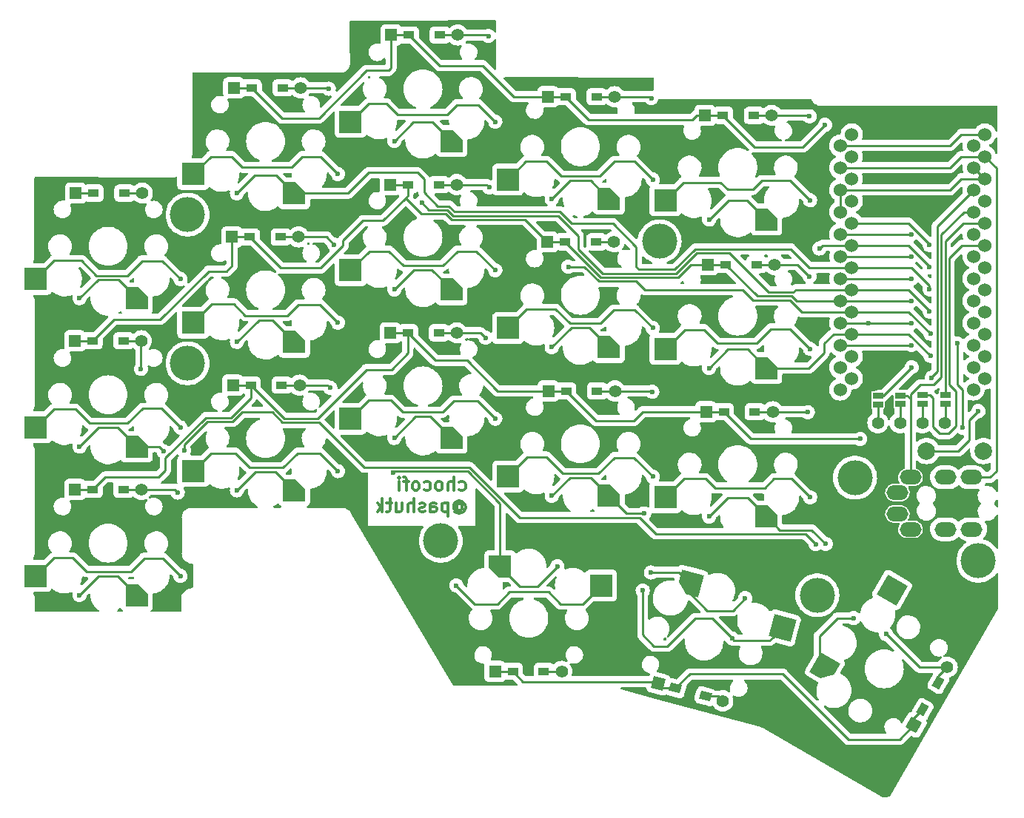
<source format=gbr>
G04 #@! TF.GenerationSoftware,KiCad,Pcbnew,(5.99.0-11177-g6c67dfa032)*
G04 #@! TF.CreationDate,2021-08-29T13:14:20+03:00*
G04 #@! TF.ProjectId,chocofi,63686f63-6f66-4692-9e6b-696361645f70,2.1*
G04 #@! TF.SameCoordinates,Original*
G04 #@! TF.FileFunction,Copper,L2,Bot*
G04 #@! TF.FilePolarity,Positive*
%FSLAX46Y46*%
G04 Gerber Fmt 4.6, Leading zero omitted, Abs format (unit mm)*
G04 Created by KiCad (PCBNEW (5.99.0-11177-g6c67dfa032)) date 2021-08-29 13:14:20*
%MOMM*%
%LPD*%
G01*
G04 APERTURE LIST*
G04 Aperture macros list*
%AMRotRect*
0 Rectangle, with rotation*
0 The origin of the aperture is its center*
0 $1 length*
0 $2 width*
0 $3 Rotation angle, in degrees counterclockwise*
0 Add horizontal line*
21,1,$1,$2,0,0,$3*%
%AMOutline5P*
0 Free polygon, 5 corners , with rotation*
0 The origin of the aperture is its center*
0 number of corners: always 8*
0 $1 to $10 corner X, Y*
0 $11 Rotation angle, in degrees counterclockwise*
0 create outline with 8 corners*
4,1,5,$1,$2,$3,$4,$5,$6,$7,$8,$9,$10,$1,$2,$11*%
%AMOutline6P*
0 Free polygon, 6 corners , with rotation*
0 The origin of the aperture is its center*
0 number of corners: always 6*
0 $1 to $12 corner X, Y*
0 $13 Rotation angle, in degrees counterclockwise*
0 create outline with 6 corners*
4,1,6,$1,$2,$3,$4,$5,$6,$7,$8,$9,$10,$11,$12,$1,$2,$13*%
%AMOutline7P*
0 Free polygon, 7 corners , with rotation*
0 The origin of the aperture is its center*
0 number of corners: always 7*
0 $1 to $14 corner X, Y*
0 $15 Rotation angle, in degrees counterclockwise*
0 create outline with 7 corners*
4,1,7,$1,$2,$3,$4,$5,$6,$7,$8,$9,$10,$11,$12,$13,$14,$1,$2,$15*%
%AMOutline8P*
0 Free polygon, 8 corners , with rotation*
0 The origin of the aperture is its center*
0 number of corners: always 8*
0 $1 to $16 corner X, Y*
0 $17 Rotation angle, in degrees counterclockwise*
0 create outline with 8 corners*
4,1,8,$1,$2,$3,$4,$5,$6,$7,$8,$9,$10,$11,$12,$13,$14,$15,$16,$1,$2,$17*%
G04 Aperture macros list end*
%ADD10C,0.300000*%
G04 #@! TA.AperFunction,NonConductor*
%ADD11C,0.300000*%
G04 #@! TD*
G04 #@! TA.AperFunction,ComponentPad*
%ADD12R,1.397000X1.397000*%
G04 #@! TD*
G04 #@! TA.AperFunction,SMDPad,CuDef*
%ADD13R,1.300000X0.950000*%
G04 #@! TD*
G04 #@! TA.AperFunction,ComponentPad*
%ADD14C,1.397000*%
G04 #@! TD*
G04 #@! TA.AperFunction,SMDPad,CuDef*
%ADD15RotRect,1.300000X0.950000X345.000000*%
G04 #@! TD*
G04 #@! TA.AperFunction,ComponentPad*
%ADD16RotRect,1.397000X1.397000X345.000000*%
G04 #@! TD*
G04 #@! TA.AperFunction,ComponentPad*
%ADD17RotRect,1.397000X1.397000X60.000000*%
G04 #@! TD*
G04 #@! TA.AperFunction,SMDPad,CuDef*
%ADD18RotRect,1.300000X0.950000X60.000000*%
G04 #@! TD*
G04 #@! TA.AperFunction,ComponentPad*
%ADD19O,2.500000X1.700000*%
G04 #@! TD*
G04 #@! TA.AperFunction,SMDPad,CuDef*
%ADD20Outline5P,-1.300000X-1.300000X-1.300000X1.300000X0.130000X1.300000X1.300000X0.130000X1.300000X-1.300000X0.000000*%
G04 #@! TD*
G04 #@! TA.AperFunction,SMDPad,CuDef*
%ADD21R,2.600000X2.600000*%
G04 #@! TD*
G04 #@! TA.AperFunction,SMDPad,CuDef*
%ADD22Outline5P,-1.300000X-1.300000X-1.300000X1.300000X0.130000X1.300000X1.300000X0.130000X1.300000X-1.300000X180.000000*%
G04 #@! TD*
G04 #@! TA.AperFunction,SMDPad,CuDef*
%ADD23Outline5P,-1.300000X-1.300000X-1.300000X1.300000X0.130000X1.300000X1.300000X0.130000X1.300000X-1.300000X165.000000*%
G04 #@! TD*
G04 #@! TA.AperFunction,SMDPad,CuDef*
%ADD24RotRect,2.600000X2.600000X165.000000*%
G04 #@! TD*
G04 #@! TA.AperFunction,SMDPad,CuDef*
%ADD25Outline5P,-1.300000X-1.300000X-1.300000X1.300000X0.130000X1.300000X1.300000X0.130000X1.300000X-1.300000X240.000000*%
G04 #@! TD*
G04 #@! TA.AperFunction,SMDPad,CuDef*
%ADD26RotRect,2.600000X2.600000X240.000000*%
G04 #@! TD*
G04 #@! TA.AperFunction,ComponentPad*
%ADD27C,1.524000*%
G04 #@! TD*
G04 #@! TA.AperFunction,ComponentPad*
%ADD28C,2.000000*%
G04 #@! TD*
G04 #@! TA.AperFunction,ComponentPad*
%ADD29C,4.000000*%
G04 #@! TD*
G04 #@! TA.AperFunction,SMDPad,CuDef*
%ADD30R,1.143000X0.635000*%
G04 #@! TD*
G04 #@! TA.AperFunction,ViaPad*
%ADD31C,0.600000*%
G04 #@! TD*
G04 #@! TA.AperFunction,Conductor*
%ADD32C,0.250000*%
G04 #@! TD*
G04 APERTURE END LIST*
D10*
D11*
X126055000Y-98289642D02*
X126197857Y-98361071D01*
X126483571Y-98361071D01*
X126626428Y-98289642D01*
X126697857Y-98218214D01*
X126769285Y-98075357D01*
X126769285Y-97646785D01*
X126697857Y-97503928D01*
X126626428Y-97432500D01*
X126483571Y-97361071D01*
X126197857Y-97361071D01*
X126055000Y-97432500D01*
X125412142Y-98361071D02*
X125412142Y-96861071D01*
X124769285Y-98361071D02*
X124769285Y-97575357D01*
X124840714Y-97432500D01*
X124983571Y-97361071D01*
X125197857Y-97361071D01*
X125340714Y-97432500D01*
X125412142Y-97503928D01*
X123840714Y-98361071D02*
X123983571Y-98289642D01*
X124055000Y-98218214D01*
X124126428Y-98075357D01*
X124126428Y-97646785D01*
X124055000Y-97503928D01*
X123983571Y-97432500D01*
X123840714Y-97361071D01*
X123626428Y-97361071D01*
X123483571Y-97432500D01*
X123412142Y-97503928D01*
X123340714Y-97646785D01*
X123340714Y-98075357D01*
X123412142Y-98218214D01*
X123483571Y-98289642D01*
X123626428Y-98361071D01*
X123840714Y-98361071D01*
X122055000Y-98289642D02*
X122197857Y-98361071D01*
X122483571Y-98361071D01*
X122626428Y-98289642D01*
X122697857Y-98218214D01*
X122769285Y-98075357D01*
X122769285Y-97646785D01*
X122697857Y-97503928D01*
X122626428Y-97432500D01*
X122483571Y-97361071D01*
X122197857Y-97361071D01*
X122055000Y-97432500D01*
X121197857Y-98361071D02*
X121340714Y-98289642D01*
X121412142Y-98218214D01*
X121483571Y-98075357D01*
X121483571Y-97646785D01*
X121412142Y-97503928D01*
X121340714Y-97432500D01*
X121197857Y-97361071D01*
X120983571Y-97361071D01*
X120840714Y-97432500D01*
X120769285Y-97503928D01*
X120697857Y-97646785D01*
X120697857Y-98075357D01*
X120769285Y-98218214D01*
X120840714Y-98289642D01*
X120983571Y-98361071D01*
X121197857Y-98361071D01*
X120269285Y-97361071D02*
X119697857Y-97361071D01*
X120055000Y-98361071D02*
X120055000Y-97075357D01*
X119983571Y-96932500D01*
X119840714Y-96861071D01*
X119697857Y-96861071D01*
X119197857Y-98361071D02*
X119197857Y-97361071D01*
X119197857Y-96861071D02*
X119269285Y-96932500D01*
X119197857Y-97003928D01*
X119126428Y-96932500D01*
X119197857Y-96861071D01*
X119197857Y-97003928D01*
X125769285Y-100061785D02*
X125840714Y-99990357D01*
X125983571Y-99918928D01*
X126126428Y-99918928D01*
X126269285Y-99990357D01*
X126340714Y-100061785D01*
X126412142Y-100204642D01*
X126412142Y-100347500D01*
X126340714Y-100490357D01*
X126269285Y-100561785D01*
X126126428Y-100633214D01*
X125983571Y-100633214D01*
X125840714Y-100561785D01*
X125769285Y-100490357D01*
X125769285Y-99918928D02*
X125769285Y-100490357D01*
X125697857Y-100561785D01*
X125626428Y-100561785D01*
X125483571Y-100490357D01*
X125412142Y-100347500D01*
X125412142Y-99990357D01*
X125555000Y-99776071D01*
X125769285Y-99633214D01*
X126055000Y-99561785D01*
X126340714Y-99633214D01*
X126555000Y-99776071D01*
X126697857Y-99990357D01*
X126769285Y-100276071D01*
X126697857Y-100561785D01*
X126555000Y-100776071D01*
X126340714Y-100918928D01*
X126055000Y-100990357D01*
X125769285Y-100918928D01*
X125555000Y-100776071D01*
X124769285Y-99776071D02*
X124769285Y-101276071D01*
X124769285Y-99847500D02*
X124626428Y-99776071D01*
X124340714Y-99776071D01*
X124197857Y-99847500D01*
X124126428Y-99918928D01*
X124055000Y-100061785D01*
X124055000Y-100490357D01*
X124126428Y-100633214D01*
X124197857Y-100704642D01*
X124340714Y-100776071D01*
X124626428Y-100776071D01*
X124769285Y-100704642D01*
X122769285Y-100776071D02*
X122769285Y-99990357D01*
X122840714Y-99847500D01*
X122983571Y-99776071D01*
X123269285Y-99776071D01*
X123412142Y-99847500D01*
X122769285Y-100704642D02*
X122912142Y-100776071D01*
X123269285Y-100776071D01*
X123412142Y-100704642D01*
X123483571Y-100561785D01*
X123483571Y-100418928D01*
X123412142Y-100276071D01*
X123269285Y-100204642D01*
X122912142Y-100204642D01*
X122769285Y-100133214D01*
X122126428Y-100704642D02*
X121983571Y-100776071D01*
X121697857Y-100776071D01*
X121555000Y-100704642D01*
X121483571Y-100561785D01*
X121483571Y-100490357D01*
X121555000Y-100347500D01*
X121697857Y-100276071D01*
X121912142Y-100276071D01*
X122055000Y-100204642D01*
X122126428Y-100061785D01*
X122126428Y-99990357D01*
X122055000Y-99847500D01*
X121912142Y-99776071D01*
X121697857Y-99776071D01*
X121555000Y-99847500D01*
X120840714Y-100776071D02*
X120840714Y-99276071D01*
X120197857Y-100776071D02*
X120197857Y-99990357D01*
X120269285Y-99847500D01*
X120412142Y-99776071D01*
X120626428Y-99776071D01*
X120769285Y-99847500D01*
X120840714Y-99918928D01*
X118840714Y-99776071D02*
X118840714Y-100776071D01*
X119483571Y-99776071D02*
X119483571Y-100561785D01*
X119412142Y-100704642D01*
X119269285Y-100776071D01*
X119055000Y-100776071D01*
X118912142Y-100704642D01*
X118840714Y-100633214D01*
X118340714Y-99776071D02*
X117769285Y-99776071D01*
X118126428Y-99276071D02*
X118126428Y-100561785D01*
X118055000Y-100704642D01*
X117912142Y-100776071D01*
X117769285Y-100776071D01*
X117269285Y-100776071D02*
X117269285Y-99276071D01*
X117126428Y-100204642D02*
X116697857Y-100776071D01*
X116697857Y-99776071D02*
X117269285Y-100347500D01*
D12*
X82194400Y-64312800D03*
D13*
X84229400Y-64312800D03*
X87779400Y-64312800D03*
D14*
X89814400Y-64312800D03*
D12*
X100279200Y-52273200D03*
D13*
X102314200Y-52273200D03*
D14*
X107899200Y-52273200D03*
D13*
X105864200Y-52273200D03*
D12*
X118262400Y-46228000D03*
D13*
X120297400Y-46228000D03*
D14*
X125882400Y-46228000D03*
D13*
X123847400Y-46228000D03*
X138229800Y-53289200D03*
D12*
X136194800Y-53289200D03*
D13*
X141779800Y-53289200D03*
D14*
X143814800Y-53289200D03*
D12*
X154178000Y-55422800D03*
D13*
X156213000Y-55422800D03*
X159763000Y-55422800D03*
D14*
X161798000Y-55422800D03*
D12*
X82092800Y-81229200D03*
D13*
X84127800Y-81229200D03*
D14*
X89712800Y-81229200D03*
D13*
X87677800Y-81229200D03*
D12*
X100076000Y-69342000D03*
D13*
X102111000Y-69342000D03*
D14*
X107696000Y-69342000D03*
D13*
X105661000Y-69342000D03*
X120195800Y-63347600D03*
D12*
X118160800Y-63347600D03*
D13*
X123745800Y-63347600D03*
D14*
X125780800Y-63347600D03*
D13*
X138179000Y-69900800D03*
D12*
X136144000Y-69900800D03*
D14*
X143764000Y-69900800D03*
D13*
X141729000Y-69900800D03*
X156517800Y-72491600D03*
D12*
X154482800Y-72491600D03*
D13*
X160067800Y-72491600D03*
D14*
X162102800Y-72491600D03*
D12*
X82092800Y-98247200D03*
D13*
X84127800Y-98247200D03*
D14*
X89712800Y-98247200D03*
D13*
X87677800Y-98247200D03*
D12*
X100177600Y-86309200D03*
D13*
X102212600Y-86309200D03*
D14*
X107797600Y-86309200D03*
D13*
X105762600Y-86309200D03*
D12*
X118160800Y-80314800D03*
D13*
X120195800Y-80314800D03*
X123745800Y-80314800D03*
D14*
X125780800Y-80314800D03*
D12*
X136245600Y-86969600D03*
D13*
X138280600Y-86969600D03*
D14*
X143865600Y-86969600D03*
D13*
X141830600Y-86969600D03*
X156314600Y-89357200D03*
D12*
X154279600Y-89357200D03*
D13*
X159864600Y-89357200D03*
D14*
X161899600Y-89357200D03*
D13*
X132184600Y-119075200D03*
D12*
X130149600Y-119075200D03*
D13*
X135734600Y-119075200D03*
D14*
X137769600Y-119075200D03*
D15*
X150799764Y-121001192D03*
D16*
X148834105Y-120474495D03*
D14*
X156194459Y-122446697D03*
D15*
X154228800Y-121920000D03*
D17*
X178053166Y-125194992D03*
D18*
X179070666Y-123432630D03*
X180845666Y-120358240D03*
D14*
X181863166Y-118595878D03*
D19*
X176160000Y-101061000D03*
X176160000Y-98611000D03*
X184660000Y-102811000D03*
X184660000Y-96861000D03*
X181660000Y-96861000D03*
X181660000Y-102811000D03*
X177660000Y-96861000D03*
X177660000Y-102811000D03*
D20*
X89185000Y-76350000D03*
D21*
X77635000Y-74150000D03*
D20*
X107185000Y-64350000D03*
D21*
X95635000Y-62150000D03*
D20*
X125185000Y-58350000D03*
D21*
X113635000Y-56150000D03*
D20*
X143185000Y-64970000D03*
D21*
X131635000Y-62770000D03*
D20*
X161185000Y-67350000D03*
D21*
X149635000Y-65150000D03*
D20*
X89185000Y-93350000D03*
D21*
X77635000Y-91150000D03*
D20*
X107185000Y-81350000D03*
D21*
X95635000Y-79150000D03*
D20*
X125185000Y-75350000D03*
D21*
X113635000Y-73150000D03*
D20*
X143185000Y-81970000D03*
D21*
X131635000Y-79770000D03*
D20*
X161185000Y-84350000D03*
D21*
X149635000Y-82150000D03*
D20*
X89185000Y-110350000D03*
D21*
X77635000Y-108150000D03*
D20*
X107185000Y-98350000D03*
D21*
X95635000Y-96150000D03*
D20*
X125185000Y-92350000D03*
D21*
X113635000Y-90150000D03*
D20*
X143185000Y-98975000D03*
D21*
X131635000Y-96775000D03*
D20*
X161185000Y-101350000D03*
D21*
X149635000Y-99150000D03*
D22*
X130735000Y-107040000D03*
D21*
X142285000Y-109240000D03*
D23*
X152436566Y-108985109D03*
D24*
X163023608Y-114099506D03*
D25*
X167869649Y-118651233D03*
D26*
X175549905Y-109748640D03*
D27*
X169620000Y-58870400D03*
X186166400Y-57600400D03*
X186166400Y-60140400D03*
X169620000Y-61410400D03*
X186166400Y-62680400D03*
X169620000Y-63950400D03*
X186166400Y-65220400D03*
X169620000Y-66490400D03*
X169620000Y-69030400D03*
X186166400Y-67760400D03*
X169620000Y-71570400D03*
X186166400Y-70300400D03*
X169620000Y-74110400D03*
X186166400Y-72840400D03*
X169620000Y-76650400D03*
X186166400Y-75380400D03*
X186166400Y-77920400D03*
X169620000Y-79190400D03*
X186166400Y-80460400D03*
X169620000Y-81730400D03*
X186166400Y-83000400D03*
X169620000Y-84270400D03*
X186166400Y-85540400D03*
X169620000Y-86810400D03*
X170946400Y-85540400D03*
X184860000Y-86810400D03*
X170946400Y-83000400D03*
X184860000Y-84270400D03*
X184860000Y-81730400D03*
X170946400Y-80460400D03*
X184860000Y-79190400D03*
X170946400Y-77920400D03*
X184860000Y-76650400D03*
X170946400Y-75380400D03*
X184860000Y-74110400D03*
X170946400Y-72840400D03*
X184860000Y-71570400D03*
X170946400Y-70300400D03*
X170946400Y-67760400D03*
X184860000Y-69030400D03*
X184860000Y-66490400D03*
X170946400Y-65220400D03*
X184860000Y-63950400D03*
X170946400Y-62680400D03*
X170946400Y-60140400D03*
X184860000Y-61410400D03*
X184860000Y-58870400D03*
X170946400Y-57600400D03*
D14*
X173930000Y-90608400D03*
X176470000Y-90608400D03*
X179010000Y-90608400D03*
X181550000Y-90608400D03*
D28*
X186003000Y-93853000D03*
X179503000Y-93853000D03*
D29*
X171323000Y-96901000D03*
X185420000Y-106426000D03*
X95000000Y-66802000D03*
X148971000Y-69850000D03*
X123952000Y-104140000D03*
X167005000Y-110363000D03*
X95000000Y-83820000D03*
D30*
X176480000Y-87478020D03*
X176480000Y-88478780D03*
X173930000Y-87507620D03*
X173930000Y-88508380D03*
X181640000Y-87428020D03*
X181640000Y-88428780D03*
X179060000Y-87448020D03*
X179060000Y-88448780D03*
D31*
X177800000Y-74110400D03*
X167894000Y-56515000D03*
X177800000Y-76650400D03*
X94185000Y-74150000D03*
X171907200Y-92456000D03*
X172855490Y-79190400D03*
X177800000Y-79190400D03*
X112185000Y-62150000D03*
X111150400Y-52374800D03*
X183032400Y-81534000D03*
X177800000Y-81730400D03*
X183642000Y-91186000D03*
X129387600Y-46329600D03*
X130185000Y-56150000D03*
X148031200Y-53441600D03*
X148185000Y-62770000D03*
X166116000Y-55524400D03*
X166185000Y-65150000D03*
X94185000Y-91150000D03*
X89662000Y-84455000D03*
X112185000Y-79150000D03*
X111760000Y-70205600D03*
X130185000Y-73150000D03*
X129489200Y-63652400D03*
X148185000Y-79770000D03*
X166185000Y-82150000D03*
X166116000Y-73863200D03*
X94185000Y-108150000D03*
X93878400Y-98602800D03*
X112185000Y-96150000D03*
X111302800Y-86614000D03*
X130185000Y-90150000D03*
X129082800Y-80873600D03*
X148185000Y-96775000D03*
X148132800Y-87071200D03*
X166185000Y-99150000D03*
X165912800Y-89408000D03*
X125735000Y-109240000D03*
X147037535Y-109816051D03*
X157251400Y-115290600D03*
X174866300Y-114795300D03*
X175549905Y-109748640D03*
X177800000Y-84268400D03*
X179832000Y-70256400D03*
X94589600Y-93776800D03*
X179832000Y-72796400D03*
X167233600Y-70662800D03*
X166830000Y-104495600D03*
X82635000Y-110350000D03*
X92252800Y-93878400D03*
X82635000Y-93350000D03*
X82635000Y-76350000D03*
X100635000Y-64350000D03*
X179832000Y-75336400D03*
X100635000Y-81350000D03*
X100635000Y-98350000D03*
X179832000Y-77876400D03*
X137285000Y-107040000D03*
X118635000Y-58350000D03*
X118635000Y-92350000D03*
X118635000Y-75350000D03*
X118480000Y-96334500D03*
X121767600Y-65430400D03*
X158763380Y-110680374D03*
X136635000Y-98975000D03*
X136635000Y-64970000D03*
X147980400Y-107746800D03*
X179959000Y-80416400D03*
X136635000Y-81970000D03*
X147218400Y-100990400D03*
X138531600Y-72745600D03*
X171144649Y-112978767D03*
X154635000Y-101350000D03*
X154635000Y-67350000D03*
X154635000Y-84350000D03*
X179959000Y-82956400D03*
X167970000Y-104480000D03*
X185420000Y-89281000D03*
X180086000Y-85471000D03*
X177800000Y-71570400D03*
X177800000Y-69030400D03*
D32*
X102314200Y-52273200D02*
X100279200Y-52273200D01*
X128727200Y-49733200D02*
X132283200Y-53289200D01*
X140871400Y-55930800D02*
X138229800Y-53289200D01*
X152721500Y-55930800D02*
X140871400Y-55930800D01*
X159845200Y-59055000D02*
X156213000Y-55422800D01*
X120297400Y-46228000D02*
X118262400Y-46228000D01*
X153229500Y-55422800D02*
X152721500Y-55930800D01*
X165354000Y-59055000D02*
X159845200Y-59055000D01*
X118262400Y-46228000D02*
X118262400Y-50012600D01*
X123802600Y-49733200D02*
X128727200Y-49733200D01*
X154178000Y-55422800D02*
X153229500Y-55422800D01*
X84229400Y-64312800D02*
X82194400Y-64312800D01*
X118262400Y-50012600D02*
X117983000Y-50292000D01*
X132283200Y-53289200D02*
X136194800Y-53289200D01*
X105768600Y-55727600D02*
X102314200Y-52273200D01*
X169620000Y-74110400D02*
X177800000Y-74110400D01*
X138229800Y-53289200D02*
X136194800Y-53289200D01*
X117983000Y-50292000D02*
X115443000Y-50292000D01*
X110007400Y-55727600D02*
X105768600Y-55727600D01*
X115443000Y-50292000D02*
X110007400Y-55727600D01*
X156213000Y-55422800D02*
X154178000Y-55422800D01*
X120297400Y-46228000D02*
X123802600Y-49733200D01*
X167894000Y-56515000D02*
X165354000Y-59055000D01*
X164071887Y-76110969D02*
X164668918Y-76708000D01*
X138179000Y-69900800D02*
X136144000Y-69900800D01*
X115062000Y-67462400D02*
X112776000Y-69748400D01*
X120195800Y-63347600D02*
X120195800Y-64614600D01*
X169620000Y-76650400D02*
X177800000Y-76650400D01*
X86566200Y-78790800D02*
X91846400Y-78790800D01*
X160137169Y-76110969D02*
X164071887Y-76110969D01*
X100076000Y-72644000D02*
X100076000Y-69342000D01*
X102111000Y-69342000D02*
X100076000Y-69342000D01*
X121716800Y-66700400D02*
X119913400Y-64897000D01*
X97383600Y-73253600D02*
X99466400Y-73253600D01*
X112776000Y-69748400D02*
X112776000Y-70358000D01*
X154482800Y-72491600D02*
X152552400Y-72491600D01*
X110236000Y-72898000D02*
X105667000Y-72898000D01*
X133596320Y-67353120D02*
X125163520Y-67353120D01*
X84127800Y-81229200D02*
X86566200Y-78790800D01*
X136144000Y-69900800D02*
X133596320Y-67353120D01*
X119913400Y-64897000D02*
X117348000Y-67462400D01*
X151071520Y-73972480D02*
X142250680Y-73972480D01*
X112776000Y-70358000D02*
X110236000Y-72898000D01*
X120195800Y-64614600D02*
X119913400Y-64897000D01*
X105667000Y-72898000D02*
X102111000Y-69342000D01*
X99466400Y-73253600D02*
X100076000Y-72644000D01*
X169562400Y-76708000D02*
X169620000Y-76650400D01*
X91846400Y-78790800D02*
X97383600Y-73253600D01*
X156517800Y-72491600D02*
X154482800Y-72491600D01*
X125163520Y-67353120D02*
X124510800Y-66700400D01*
X142250680Y-73972480D02*
X138179000Y-69900800D01*
X120195800Y-63347600D02*
X118160800Y-63347600D01*
X124510800Y-66700400D02*
X121716800Y-66700400D01*
X152552400Y-72491600D02*
X151071520Y-73972480D01*
X84127800Y-81229200D02*
X82092800Y-81229200D01*
X156517800Y-72491600D02*
X160137169Y-76110969D01*
X117348000Y-67462400D02*
X115062000Y-67462400D01*
X164668918Y-76708000D02*
X169562400Y-76708000D01*
X89763600Y-72085200D02*
X92120200Y-72085200D01*
X77635000Y-74150000D02*
X79750600Y-72034400D01*
X88079520Y-73769280D02*
X89763600Y-72085200D01*
X82845123Y-72034400D02*
X84580003Y-73769280D01*
X84580003Y-73769280D02*
X88079520Y-73769280D01*
X79750600Y-72034400D02*
X82845123Y-72034400D01*
X87779400Y-64312800D02*
X89814400Y-64312800D01*
X92120200Y-72085200D02*
X94185000Y-74150000D01*
X97078800Y-90017600D02*
X92456000Y-94640400D01*
X102212600Y-87779400D02*
X99974400Y-90017600D01*
X138280600Y-86969600D02*
X136245600Y-86969600D01*
X92456000Y-94640400D02*
X92456000Y-96062800D01*
X130454400Y-86969600D02*
X126949200Y-83464400D01*
X123345400Y-83464400D02*
X120195800Y-80314800D01*
X102212600Y-86309200D02*
X102212600Y-87779400D01*
X159413400Y-92456000D02*
X171907200Y-92456000D01*
X145999200Y-90373200D02*
X141684200Y-90373200D01*
X109829600Y-90119200D02*
X106022600Y-90119200D01*
X85550200Y-96824800D02*
X84127800Y-98247200D01*
X120195800Y-80314800D02*
X118160800Y-80314800D01*
X141684200Y-90373200D02*
X138280600Y-86969600D01*
X120195800Y-82648600D02*
X118313200Y-84531200D01*
X99974400Y-90017600D02*
X97078800Y-90017600D01*
X92456000Y-96062800D02*
X91694000Y-96824800D01*
X84127800Y-98247200D02*
X82092800Y-98247200D01*
X91694000Y-96824800D02*
X85550200Y-96824800D01*
X115417600Y-84531200D02*
X109829600Y-90119200D01*
X169620000Y-79190400D02*
X177800000Y-79190400D01*
X118313200Y-84531200D02*
X115417600Y-84531200D01*
X156314600Y-89357200D02*
X154279600Y-89357200D01*
X136245600Y-86969600D02*
X130454400Y-86969600D01*
X156314600Y-89357200D02*
X159413400Y-92456000D01*
X120195800Y-80314800D02*
X120195800Y-82648600D01*
X147015200Y-89357200D02*
X145999200Y-90373200D01*
X154279600Y-89357200D02*
X147015200Y-89357200D01*
X102212600Y-86309200D02*
X100177600Y-86309200D01*
X126949200Y-83464400D02*
X123345400Y-83464400D01*
X106022600Y-90119200D02*
X102212600Y-86309200D01*
X101266257Y-61366400D02*
X106883200Y-61366400D01*
X106883200Y-61366400D02*
X108102400Y-60147200D01*
X105864200Y-52273200D02*
X107899200Y-52273200D01*
X107899200Y-52273200D02*
X111048800Y-52273200D01*
X97637800Y-60147200D02*
X100047057Y-60147200D01*
X95635000Y-62150000D02*
X97637800Y-60147200D01*
X110182200Y-60147200D02*
X112185000Y-62150000D01*
X100047057Y-60147200D02*
X101266257Y-61366400D01*
X108102400Y-60147200D02*
X110182200Y-60147200D01*
X111048800Y-52273200D02*
X111150400Y-52374800D01*
X133353000Y-120243600D02*
X132184600Y-119075200D01*
X178053166Y-124450130D02*
X179070666Y-123432630D01*
X152420956Y-119380000D02*
X163068000Y-119380000D01*
X169620000Y-81730400D02*
X177800000Y-81730400D01*
X176403000Y-126873000D02*
X178053166Y-125222834D01*
X183591200Y-91135200D02*
X183642000Y-91186000D01*
X150799764Y-121001192D02*
X149360802Y-121001192D01*
X183032400Y-86258400D02*
X183591200Y-86817200D01*
X170561000Y-126873000D02*
X176403000Y-126873000D01*
X178053166Y-125194992D02*
X178053166Y-124450130D01*
X150799764Y-121001192D02*
X152420956Y-119380000D01*
X149360802Y-121001192D02*
X148834105Y-120474495D01*
X148834105Y-120474495D02*
X148603210Y-120243600D01*
X148603210Y-120243600D02*
X133353000Y-120243600D01*
X132184600Y-119075200D02*
X130149600Y-119075200D01*
X163068000Y-119380000D02*
X170561000Y-126873000D01*
X183032400Y-81534000D02*
X183032400Y-86258400D01*
X178053166Y-125222834D02*
X178053166Y-125194992D01*
X183591200Y-86817200D02*
X183591200Y-91135200D01*
X113635000Y-56150000D02*
X115683000Y-54102000D01*
X117754400Y-54102000D02*
X118973600Y-55321200D01*
X129387600Y-46329600D02*
X129286000Y-46228000D01*
X115683000Y-54102000D02*
X117754400Y-54102000D01*
X125780800Y-54203600D02*
X128238600Y-54203600D01*
X118973600Y-55321200D02*
X124663200Y-55321200D01*
X124663200Y-55321200D02*
X125780800Y-54203600D01*
X125882400Y-46228000D02*
X123847400Y-46228000D01*
X128238600Y-54203600D02*
X130185000Y-56150000D01*
X129286000Y-46228000D02*
X125882400Y-46228000D01*
X147878800Y-53289200D02*
X148031200Y-53441600D01*
X142138400Y-62382400D02*
X143814800Y-60706000D01*
X143814800Y-60706000D02*
X146121000Y-60706000D01*
X133699000Y-60706000D02*
X136042400Y-60706000D01*
X143814800Y-53289200D02*
X147878800Y-53289200D01*
X137718800Y-62382400D02*
X142138400Y-62382400D01*
X131635000Y-62770000D02*
X133699000Y-60706000D01*
X136042400Y-60706000D02*
X137718800Y-62382400D01*
X146121000Y-60706000D02*
X148185000Y-62770000D01*
X141779800Y-53289200D02*
X143814800Y-53289200D01*
X160629600Y-62890400D02*
X163925400Y-62890400D01*
X151691400Y-63093600D02*
X155956000Y-63093600D01*
X155956000Y-63093600D02*
X156768800Y-63906400D01*
X166014400Y-55422800D02*
X161798000Y-55422800D01*
X166116000Y-55524400D02*
X166014400Y-55422800D01*
X156768800Y-63906400D02*
X159613600Y-63906400D01*
X159613600Y-63906400D02*
X160629600Y-62890400D01*
X163925400Y-62890400D02*
X166185000Y-65150000D01*
X161798000Y-55422800D02*
X159763000Y-55422800D01*
X149635000Y-65150000D02*
X151691400Y-63093600D01*
X79732600Y-89052400D02*
X82143600Y-89052400D01*
X87677800Y-81229200D02*
X89712800Y-81229200D01*
X83769200Y-90678000D02*
X88138000Y-90678000D01*
X89860511Y-88955489D02*
X91990489Y-88955489D01*
X91990489Y-88955489D02*
X94185000Y-91150000D01*
X82143600Y-89052400D02*
X83769200Y-90678000D01*
X89662000Y-81280000D02*
X89712800Y-81229200D01*
X77635000Y-91150000D02*
X79732600Y-89052400D01*
X88138000Y-90678000D02*
X89860511Y-88955489D01*
X89662000Y-84455000D02*
X89662000Y-81280000D01*
X110149400Y-77114400D02*
X112185000Y-79150000D01*
X106426000Y-78333600D02*
X107645200Y-77114400D01*
X101600000Y-78333600D02*
X106426000Y-78333600D01*
X100279200Y-77012800D02*
X101600000Y-78333600D01*
X97772200Y-77012800D02*
X100279200Y-77012800D01*
X107645200Y-77114400D02*
X110149400Y-77114400D01*
X110896400Y-69342000D02*
X111760000Y-70205600D01*
X107696000Y-69342000D02*
X105661000Y-69342000D01*
X107696000Y-69342000D02*
X110896400Y-69342000D01*
X95635000Y-79150000D02*
X97772200Y-77012800D01*
X119684800Y-72644000D02*
X124155200Y-72644000D01*
X113635000Y-73150000D02*
X115817400Y-70967600D01*
X125780800Y-63347600D02*
X129184400Y-63347600D01*
X118008400Y-70967600D02*
X119684800Y-72644000D01*
X124155200Y-72644000D02*
X125831600Y-70967600D01*
X128002600Y-70967600D02*
X130185000Y-73150000D01*
X125831600Y-70967600D02*
X128002600Y-70967600D01*
X115817400Y-70967600D02*
X118008400Y-70967600D01*
X123745800Y-63347600D02*
X125780800Y-63347600D01*
X129184400Y-63347600D02*
X129489200Y-63652400D01*
X146139000Y-77724000D02*
X148185000Y-79770000D01*
X142181520Y-79255680D02*
X143713200Y-77724000D01*
X141729000Y-69900800D02*
X143764000Y-69900800D01*
X131635000Y-79770000D02*
X133782600Y-77622400D01*
X133782600Y-77622400D02*
X137080323Y-77622400D01*
X137080323Y-77622400D02*
X138713603Y-79255680D01*
X143713200Y-77724000D02*
X146139000Y-77724000D01*
X138713603Y-79255680D02*
X142181520Y-79255680D01*
X161722518Y-79857600D02*
X163892600Y-79857600D01*
X151825800Y-79959200D02*
X154025600Y-79959200D01*
X163892600Y-79857600D02*
X166185000Y-82150000D01*
X164744400Y-72491600D02*
X162102800Y-72491600D01*
X160067800Y-72491600D02*
X162102800Y-72491600D01*
X154025600Y-79959200D02*
X155600400Y-81534000D01*
X155600400Y-81534000D02*
X160046118Y-81534000D01*
X166116000Y-73863200D02*
X164744400Y-72491600D01*
X149635000Y-82150000D02*
X151825800Y-79959200D01*
X160046118Y-81534000D02*
X161722518Y-79857600D01*
X79714600Y-106070400D02*
X81838800Y-106070400D01*
X88493600Y-107645200D02*
X90017600Y-106121200D01*
X92156200Y-106121200D02*
X94185000Y-108150000D01*
X83413600Y-107645200D02*
X88493600Y-107645200D01*
X93522800Y-98247200D02*
X93878400Y-98602800D01*
X89712800Y-98247200D02*
X93522800Y-98247200D01*
X77635000Y-108150000D02*
X79714600Y-106070400D01*
X90017600Y-106121200D02*
X92156200Y-106121200D01*
X81838800Y-106070400D02*
X83413600Y-107645200D01*
X87677800Y-98247200D02*
X89712800Y-98247200D01*
X107594400Y-94081600D02*
X110116600Y-94081600D01*
X97703400Y-94081600D02*
X100431600Y-94081600D01*
X110998000Y-86309200D02*
X111302800Y-86614000D01*
X105918000Y-95758000D02*
X107594400Y-94081600D01*
X105762600Y-86309200D02*
X107797600Y-86309200D01*
X107797600Y-86309200D02*
X110998000Y-86309200D01*
X110116600Y-94081600D02*
X112185000Y-96150000D01*
X102108000Y-95758000D02*
X105918000Y-95758000D01*
X100431600Y-94081600D02*
X102108000Y-95758000D01*
X95635000Y-96150000D02*
X97703400Y-94081600D01*
X128524000Y-80314800D02*
X129082800Y-80873600D01*
X124155200Y-89408000D02*
X125425200Y-88138000D01*
X119583200Y-89408000D02*
X124155200Y-89408000D01*
X125780800Y-80314800D02*
X128524000Y-80314800D01*
X115748600Y-88036400D02*
X118211600Y-88036400D01*
X125425200Y-88138000D02*
X128173000Y-88138000D01*
X118211600Y-88036400D02*
X119583200Y-89408000D01*
X123745800Y-80314800D02*
X125780800Y-80314800D01*
X128173000Y-88138000D02*
X130185000Y-90150000D01*
X113635000Y-90150000D02*
X115748600Y-88036400D01*
X148031200Y-86969600D02*
X148132800Y-87071200D01*
X145999600Y-94589600D02*
X148185000Y-96775000D01*
X143814800Y-94589600D02*
X145999600Y-94589600D01*
X137922000Y-96418400D02*
X141986000Y-96418400D01*
X133871200Y-94538800D02*
X136042400Y-94538800D01*
X141986000Y-96418400D02*
X143814800Y-94589600D01*
X131635000Y-96775000D02*
X133871200Y-94538800D01*
X141830600Y-86969600D02*
X143865600Y-86969600D01*
X143865600Y-86969600D02*
X148031200Y-86969600D01*
X136042400Y-94538800D02*
X137922000Y-96418400D01*
X162052000Y-97028000D02*
X164063000Y-97028000D01*
X149635000Y-99150000D02*
X151757000Y-97028000D01*
X161899600Y-89357200D02*
X165862000Y-89357200D01*
X164063000Y-97028000D02*
X166185000Y-99150000D01*
X151757000Y-97028000D02*
X154228800Y-97028000D01*
X160985200Y-98094800D02*
X162052000Y-97028000D01*
X165862000Y-89357200D02*
X165912800Y-89408000D01*
X154228800Y-97028000D02*
X155295600Y-98094800D01*
X159864600Y-89357200D02*
X161899600Y-89357200D01*
X155295600Y-98094800D02*
X160985200Y-98094800D01*
X136245600Y-109982000D02*
X131775200Y-109982000D01*
X142285000Y-109240000D02*
X140171400Y-111353600D01*
X127848600Y-111353600D02*
X125735000Y-109240000D01*
X131775200Y-109982000D02*
X130403600Y-111353600D01*
X135734600Y-119075200D02*
X137769600Y-119075200D01*
X130403600Y-111353600D02*
X127848600Y-111353600D01*
X137617200Y-111353600D02*
X136245600Y-109982000D01*
X140171400Y-111353600D02*
X137617200Y-111353600D01*
X148343171Y-116195319D02*
X147037535Y-114889683D01*
X161962162Y-115160952D02*
X161902248Y-115160952D01*
X154228800Y-121920000D02*
X155667762Y-121920000D01*
X161544000Y-115519200D02*
X157480000Y-115519200D01*
X157480000Y-115519200D02*
X157251400Y-115290600D01*
X155667762Y-121920000D02*
X156194459Y-122446697D01*
X161902248Y-115160952D02*
X161544000Y-115519200D01*
X163023608Y-114099506D02*
X161962162Y-115160952D01*
X157251400Y-115290600D02*
X154990800Y-113030000D01*
X154990800Y-113030000D02*
X153035000Y-113030000D01*
X147037535Y-114889683D02*
X147037535Y-109816051D01*
X153035000Y-113030000D02*
X149869681Y-116195319D01*
X149869681Y-116195319D02*
X148343171Y-116195319D01*
X178666878Y-118595878D02*
X174866300Y-114795300D01*
X180845666Y-120358240D02*
X180845666Y-119613378D01*
X180845666Y-119613378D02*
X181863166Y-118595878D01*
X181863166Y-118595878D02*
X178666878Y-118595878D01*
X177800000Y-84268400D02*
X177800000Y-84268400D01*
X182201000Y-63950400D02*
X169620000Y-63950400D01*
X184860000Y-61410400D02*
X184896400Y-61410400D01*
X173930000Y-87507620D02*
X174560780Y-87507620D01*
X186166400Y-62680400D02*
X183471000Y-62680400D01*
X183471000Y-62680400D02*
X182201000Y-63950400D01*
X174560780Y-87507620D02*
X177800000Y-84268400D01*
X184896400Y-61410400D02*
X186166400Y-62680400D01*
X169620000Y-63950400D02*
X169620000Y-66490400D01*
X181189990Y-85378410D02*
X181189991Y-69082779D01*
X176480000Y-87478020D02*
X177301500Y-87478020D01*
X177301500Y-87478020D02*
X177660000Y-87836520D01*
X183782370Y-66490400D02*
X184860000Y-66490400D01*
X180300000Y-86268400D02*
X181189990Y-85378410D01*
X181189991Y-69082779D02*
X183782370Y-66490400D01*
X177660000Y-87836520D02*
X177660000Y-87374018D01*
X177660000Y-87374018D02*
X178765618Y-86268400D01*
X177660000Y-87836520D02*
X177660000Y-96861000D01*
X178765618Y-86268400D02*
X180300000Y-86268400D01*
X170946400Y-67760400D02*
X177455002Y-67760400D01*
X179832000Y-70137398D02*
X179832000Y-70256400D01*
X177455002Y-67760400D02*
X179832000Y-70137398D01*
X101219718Y-89408000D02*
X100160598Y-90467120D01*
X89185000Y-76350000D02*
X87053800Y-74218800D01*
X165674400Y-103340000D02*
X148540000Y-103340000D01*
X166830000Y-104495600D02*
X165674400Y-103340000D01*
X170946400Y-70300400D02*
X167596000Y-70300400D01*
X105836402Y-90568720D02*
X104675682Y-89408000D01*
X115166400Y-95710000D02*
X110025120Y-90568720D01*
X94589600Y-93142518D02*
X94589600Y-93776800D01*
X110025120Y-90568720D02*
X105836402Y-90568720D01*
X97264998Y-90467120D02*
X94589600Y-93142518D01*
X84849800Y-91135200D02*
X82635000Y-93350000D01*
X177455002Y-70300400D02*
X179832000Y-72677398D01*
X167596000Y-70300400D02*
X167233600Y-70662800D01*
X104675682Y-89408000D02*
X101219718Y-89408000D01*
X91724400Y-93350000D02*
X89185000Y-93350000D01*
X170946400Y-70300400D02*
X177455002Y-70300400D01*
X179832000Y-72677398D02*
X179832000Y-72796400D01*
X84831800Y-108153200D02*
X82635000Y-110350000D01*
X87053800Y-74218800D02*
X84766200Y-74218800D01*
X132973000Y-101473000D02*
X127210000Y-95710000D01*
X89185000Y-110350000D02*
X86988200Y-108153200D01*
X86970200Y-91135200D02*
X84849800Y-91135200D01*
X89185000Y-93350000D02*
X86970200Y-91135200D01*
X92252800Y-93878400D02*
X91724400Y-93350000D01*
X86988200Y-108153200D02*
X84831800Y-108153200D01*
X127210000Y-95710000D02*
X115166400Y-95710000D01*
X84766200Y-74218800D02*
X82635000Y-76350000D01*
X148540000Y-103340000D02*
X146673000Y-101473000D01*
X100160598Y-90467120D02*
X97264998Y-90467120D01*
X146673000Y-101473000D02*
X132973000Y-101473000D01*
X138913318Y-67818000D02*
X137549398Y-66454080D01*
X146304000Y-72771000D02*
X146304000Y-70485000D01*
X150699124Y-73073440D02*
X146606440Y-73073440D01*
X115722400Y-61976000D02*
X113348400Y-64350000D01*
X107185000Y-81350000D02*
X104676600Y-78841600D01*
X122021600Y-62738000D02*
X121259600Y-61976000D01*
X170946400Y-72840400D02*
X177760264Y-72840400D01*
X103143400Y-78841600D02*
X100635000Y-81350000D01*
X166109200Y-72840400D02*
X163991058Y-70722258D01*
X125535916Y-66454080D02*
X124883196Y-65801360D01*
X124883196Y-65801360D02*
X123611760Y-65801360D01*
X146304000Y-70485000D02*
X143637000Y-67818000D01*
X163991058Y-70722258D02*
X153050306Y-70722258D01*
X177760264Y-72840400D02*
X179832000Y-74912136D01*
X122021600Y-64211200D02*
X122021600Y-62738000D01*
X105042520Y-96207520D02*
X102777480Y-96207520D01*
X102777480Y-96207520D02*
X100635000Y-98350000D01*
X137549398Y-66454080D02*
X125535916Y-66454080D01*
X143637000Y-67818000D02*
X138913318Y-67818000D01*
X107185000Y-64350000D02*
X105115800Y-62280800D01*
X105115800Y-62280800D02*
X102704200Y-62280800D01*
X102704200Y-62280800D02*
X100635000Y-64350000D01*
X170946400Y-72840400D02*
X166109200Y-72840400D01*
X179832000Y-74912136D02*
X179832000Y-75336400D01*
X113348400Y-64350000D02*
X107185000Y-64350000D01*
X146606440Y-73073440D02*
X146304000Y-72771000D01*
X104676600Y-78841600D02*
X103143400Y-78841600D01*
X153050306Y-70722258D02*
X150699124Y-73073440D01*
X121259600Y-61976000D02*
X115722400Y-61976000D01*
X107185000Y-98350000D02*
X105042520Y-96207520D01*
X123611760Y-65801360D02*
X122021600Y-64211200D01*
X120891480Y-73093520D02*
X118635000Y-75350000D01*
X164539133Y-75380400D02*
X164258084Y-75661449D01*
X122751000Y-89916000D02*
X121069000Y-89916000D01*
X130735000Y-107040000D02*
X133016600Y-109321600D01*
X118480000Y-96334500D02*
X118654980Y-96159520D01*
X156972000Y-71171778D02*
X153236504Y-71171778D01*
X170946400Y-75380400D02*
X164539133Y-75380400D01*
X164258084Y-75661449D02*
X161461671Y-75661449D01*
X137363200Y-66903600D02*
X125349718Y-66903600D01*
X123019800Y-56184800D02*
X120800200Y-56184800D01*
X127023802Y-96159520D02*
X130735000Y-99870718D01*
X153236504Y-71171778D02*
X150885322Y-73522960D01*
X121069000Y-89916000D02*
X118635000Y-92350000D01*
X125185000Y-75350000D02*
X122928520Y-73093520D01*
X118654980Y-96159520D02*
X127023802Y-96159520D01*
X142436878Y-73522960D02*
X139649200Y-70735282D01*
X139649200Y-70735282D02*
X139649200Y-69189600D01*
X125185000Y-92350000D02*
X122751000Y-89916000D01*
X122588080Y-66250880D02*
X121767600Y-65430400D01*
X130735000Y-99870718D02*
X130735000Y-107040000D01*
X120800200Y-56184800D02*
X118635000Y-58350000D01*
X124696998Y-66250880D02*
X122588080Y-66250880D01*
X133016600Y-109321600D02*
X135003400Y-109321600D01*
X139649200Y-69189600D02*
X137363200Y-66903600D01*
X122928520Y-73093520D02*
X120891480Y-73093520D01*
X177455002Y-75380400D02*
X179832000Y-77757398D01*
X125349718Y-66903600D02*
X124696998Y-66250880D01*
X161461671Y-75661449D02*
X156972000Y-71171778D01*
X179832000Y-77757398D02*
X179832000Y-77876400D01*
X150885322Y-73522960D02*
X142436878Y-73522960D01*
X135003400Y-109321600D02*
X137285000Y-107040000D01*
X170946400Y-75380400D02*
X177455002Y-75380400D01*
X125185000Y-58350000D02*
X123019800Y-56184800D01*
X152436566Y-110120166D02*
X154432000Y-112115600D01*
X142064482Y-74422000D02*
X140388082Y-72745600D01*
X147269200Y-75387200D02*
X146304000Y-74422000D01*
X151198257Y-107746800D02*
X152436566Y-108985109D01*
X163885689Y-76560489D02*
X159618489Y-76560489D01*
X143185000Y-64970000D02*
X141105400Y-62890400D01*
X140388082Y-72745600D02*
X138531600Y-72745600D01*
X138714600Y-62890400D02*
X136635000Y-64970000D01*
X138734400Y-96875600D02*
X136635000Y-98975000D01*
X138899800Y-79705200D02*
X136635000Y-81970000D01*
X159618489Y-76560489D02*
X158445200Y-75387200D01*
X143185000Y-98975000D02*
X144895600Y-100685600D01*
X146304000Y-74422000D02*
X142064482Y-74422000D01*
X170946400Y-77920400D02*
X165245600Y-77920400D01*
X145200400Y-100990400D02*
X147218400Y-100990400D01*
X158445200Y-75387200D02*
X147269200Y-75387200D01*
X152436566Y-108985109D02*
X152436566Y-110120166D01*
X141105400Y-62890400D02*
X138714600Y-62890400D01*
X143185000Y-81970000D02*
X140920200Y-79705200D01*
X140920200Y-79705200D02*
X138899800Y-79705200D01*
X144895600Y-100685600D02*
X145200400Y-100990400D01*
X141085600Y-96875600D02*
X138734400Y-96875600D01*
X143185000Y-98975000D02*
X141085600Y-96875600D01*
X147980400Y-107746800D02*
X151198257Y-107746800D01*
X179951002Y-80416400D02*
X179959000Y-80416400D01*
X157328154Y-112115600D02*
X158763380Y-110680374D01*
X154432000Y-112115600D02*
X157328154Y-112115600D01*
X177455002Y-77920400D02*
X179951002Y-80416400D01*
X170946400Y-77920400D02*
X177455002Y-77920400D01*
X165245600Y-77920400D02*
X163885689Y-76560489D01*
X162725000Y-102890000D02*
X161185000Y-101350000D01*
X156859400Y-65125600D02*
X154635000Y-67350000D01*
X167792400Y-82600800D02*
X167792400Y-81534000D01*
X179951002Y-82956400D02*
X179959000Y-82956400D01*
X161185000Y-84350000D02*
X166043200Y-84350000D01*
X161185000Y-67350000D02*
X158960600Y-65125600D01*
X159047400Y-99212400D02*
X156772600Y-99212400D01*
X167792400Y-81534000D02*
X168866000Y-80460400D01*
X156790600Y-82194400D02*
X154635000Y-84350000D01*
X159029400Y-82194400D02*
X156790600Y-82194400D01*
X166043200Y-84350000D02*
X167792400Y-82600800D01*
X177455002Y-80460400D02*
X179951002Y-82956400D01*
X167233600Y-115011200D02*
X169266033Y-112978767D01*
X156772600Y-99212400D02*
X154635000Y-101350000D01*
X167869649Y-118651233D02*
X167233600Y-118015184D01*
X167970000Y-104480000D02*
X166380000Y-102890000D01*
X161185000Y-84350000D02*
X159029400Y-82194400D01*
X167233600Y-118015184D02*
X167233600Y-115011200D01*
X168866000Y-80460400D02*
X170946400Y-80460400D01*
X161185000Y-101350000D02*
X159047400Y-99212400D01*
X166380000Y-102890000D02*
X162725000Y-102890000D01*
X169266033Y-112978767D02*
X171144649Y-112978767D01*
X158960600Y-65125600D02*
X156859400Y-65125600D01*
X170946400Y-80460400D02*
X177455002Y-80460400D01*
X169620000Y-58870400D02*
X182198000Y-58870400D01*
X182198000Y-58870400D02*
X183468000Y-57600400D01*
X183468000Y-57600400D02*
X186166400Y-57600400D01*
X169620000Y-61410400D02*
X182158000Y-61410400D01*
X182158000Y-61410400D02*
X183428000Y-60140400D01*
X184660000Y-96861000D02*
X186787400Y-96861000D01*
X183428000Y-60140400D02*
X186166400Y-60140400D01*
X187500000Y-61474000D02*
X186166400Y-60140400D01*
X186787400Y-96861000D02*
X187500000Y-96148400D01*
X187500000Y-96148400D02*
X187500000Y-61474000D01*
X179959000Y-85496400D02*
X179959000Y-85496400D01*
X180721000Y-68089400D02*
X180721000Y-84734400D01*
X180721000Y-84734400D02*
X179959000Y-85496400D01*
X184860000Y-63950400D02*
X180721000Y-68089400D01*
X179959000Y-85496400D02*
X180060600Y-85496400D01*
X183134000Y-93853000D02*
X179503000Y-93853000D01*
X180060600Y-85496400D02*
X180086000Y-85471000D01*
X184404000Y-90297000D02*
X184404000Y-92583000D01*
X184404000Y-92583000D02*
X183134000Y-93853000D01*
X185420000Y-89281000D02*
X184404000Y-90297000D01*
X180213000Y-87779520D02*
X180213000Y-91081400D01*
X182090010Y-86258410D02*
X182090010Y-71778390D01*
X182090010Y-71778390D02*
X183568000Y-70300400D01*
X179060000Y-87448020D02*
X179881500Y-87448020D01*
X182880000Y-90988400D02*
X182880000Y-87048400D01*
X183568000Y-70300400D02*
X186166400Y-70300400D01*
X179881500Y-87448020D02*
X180213000Y-87779520D01*
X169620000Y-71570400D02*
X177800000Y-71570400D01*
X182022000Y-91846400D02*
X182880000Y-90988400D01*
X182880000Y-87048400D02*
X182090010Y-86258410D01*
X180978000Y-91846400D02*
X182022000Y-91846400D01*
X180213000Y-91081400D02*
X180978000Y-91846400D01*
X181640000Y-69828400D02*
X181640000Y-87428020D01*
X183708000Y-67760400D02*
X181640000Y-69828400D01*
X169620000Y-69030400D02*
X177800000Y-69030400D01*
X186166400Y-67760400D02*
X183708000Y-67760400D01*
X173930000Y-88508380D02*
X173930000Y-90608400D01*
X176480000Y-88478780D02*
X176480000Y-90598400D01*
X176480000Y-90598400D02*
X176470000Y-90608400D01*
X181640000Y-90518400D02*
X181550000Y-90608400D01*
X181640000Y-88428780D02*
X181640000Y-90518400D01*
X179060000Y-90558400D02*
X179010000Y-90608400D01*
X179060000Y-88448780D02*
X179060000Y-90558400D01*
G04 #@! TA.AperFunction,NonConductor*
G36*
X130259953Y-46737765D02*
G01*
X130297423Y-46798069D01*
X130302000Y-46831722D01*
X130302000Y-50000194D01*
X130300254Y-50021098D01*
X130296929Y-50040862D01*
X130296776Y-50053401D01*
X130296204Y-50053394D01*
X130295774Y-50055312D01*
X130297045Y-50055281D01*
X130298144Y-50101062D01*
X130279782Y-50169643D01*
X130227258Y-50217410D01*
X130157247Y-50229198D01*
X130091977Y-50201263D01*
X130083085Y-50193181D01*
X129230591Y-49340687D01*
X129223231Y-49332599D01*
X129219173Y-49326205D01*
X129170321Y-49280330D01*
X129167480Y-49277576D01*
X129147166Y-49257262D01*
X129143755Y-49254617D01*
X129134733Y-49246911D01*
X129108277Y-49222067D01*
X129102501Y-49216643D01*
X129095557Y-49212826D01*
X129095555Y-49212824D01*
X129084747Y-49206882D01*
X129068223Y-49196028D01*
X129058486Y-49188475D01*
X129058485Y-49188475D01*
X129052223Y-49183617D01*
X129011647Y-49166058D01*
X129000990Y-49160837D01*
X128962248Y-49139538D01*
X128954565Y-49137566D01*
X128954564Y-49137565D01*
X128942632Y-49134501D01*
X128923928Y-49128097D01*
X128912615Y-49123201D01*
X128912608Y-49123199D01*
X128905336Y-49120052D01*
X128897512Y-49118813D01*
X128897509Y-49118812D01*
X128861665Y-49113135D01*
X128850044Y-49110728D01*
X128812982Y-49101213D01*
X128812981Y-49101213D01*
X128807225Y-49099735D01*
X128806669Y-49099700D01*
X128786748Y-49099700D01*
X128767038Y-49098149D01*
X128755086Y-49096256D01*
X128755085Y-49096256D01*
X128747256Y-49095016D01*
X128739364Y-49095762D01*
X128703618Y-49099141D01*
X128691760Y-49099700D01*
X127954698Y-49099700D01*
X127886577Y-49079698D01*
X127840084Y-49026042D01*
X127829980Y-48955768D01*
X127859316Y-48891369D01*
X127950195Y-48786084D01*
X127950195Y-48786083D01*
X127954219Y-48781422D01*
X127974116Y-48746398D01*
X128048407Y-48615621D01*
X128051454Y-48610258D01*
X128113591Y-48423466D01*
X128119595Y-48375940D01*
X128137822Y-48231666D01*
X128137823Y-48231656D01*
X128138264Y-48228163D01*
X128138657Y-48200000D01*
X128119447Y-48004084D01*
X128117666Y-47998185D01*
X128117665Y-47998180D01*
X128064331Y-47821530D01*
X128062550Y-47815631D01*
X127970132Y-47641818D01*
X127966242Y-47637048D01*
X127966239Y-47637044D01*
X127849608Y-47494041D01*
X127849605Y-47494038D01*
X127845713Y-47489266D01*
X127839422Y-47484061D01*
X127698782Y-47367713D01*
X127694034Y-47363785D01*
X127688617Y-47360856D01*
X127688614Y-47360854D01*
X127526290Y-47273086D01*
X127526285Y-47273084D01*
X127520870Y-47270156D01*
X127412151Y-47236502D01*
X127338706Y-47213767D01*
X127338703Y-47213766D01*
X127332819Y-47211945D01*
X127326694Y-47211301D01*
X127326693Y-47211301D01*
X127143170Y-47192012D01*
X127143169Y-47192012D01*
X127137042Y-47191368D01*
X126940997Y-47209209D01*
X126935090Y-47210947D01*
X126929707Y-47211974D01*
X126859046Y-47205088D01*
X126803324Y-47161092D01*
X126780234Y-47093955D01*
X126797107Y-47024992D01*
X126808259Y-47009098D01*
X126810548Y-47006809D01*
X126874672Y-46915230D01*
X126930129Y-46870901D01*
X126977885Y-46861500D01*
X128723755Y-46861500D01*
X128791876Y-46881502D01*
X128814391Y-46899973D01*
X128864083Y-46951430D01*
X128864088Y-46951434D01*
X128868982Y-46956502D01*
X129020759Y-47055822D01*
X129027363Y-47058278D01*
X129027365Y-47058279D01*
X129184158Y-47116590D01*
X129184160Y-47116590D01*
X129190768Y-47119048D01*
X129265968Y-47129082D01*
X129363580Y-47142107D01*
X129363584Y-47142107D01*
X129370561Y-47143038D01*
X129377572Y-47142400D01*
X129377576Y-47142400D01*
X129523906Y-47129082D01*
X129551200Y-47126598D01*
X129557902Y-47124420D01*
X129557904Y-47124420D01*
X129717009Y-47072724D01*
X129717012Y-47072723D01*
X129723708Y-47070547D01*
X129830629Y-47006809D01*
X129873460Y-46981277D01*
X129873462Y-46981276D01*
X129879512Y-46977669D01*
X130010866Y-46852582D01*
X130024726Y-46831722D01*
X130071052Y-46761995D01*
X130125410Y-46716324D01*
X130195829Y-46707292D01*
X130259953Y-46737765D01*
G37*
G04 #@! TD.AperFunction*
G04 #@! TA.AperFunction,NonConductor*
G36*
X115851507Y-50945502D02*
G01*
X115898000Y-50999158D01*
X115908104Y-51069432D01*
X115878610Y-51134012D01*
X115841566Y-51163263D01*
X115787769Y-51191268D01*
X115718110Y-51204981D01*
X115652095Y-51178856D01*
X115610683Y-51121188D01*
X115607024Y-51050285D01*
X115640494Y-50990410D01*
X115668499Y-50962405D01*
X115730811Y-50928379D01*
X115757594Y-50925500D01*
X115783386Y-50925500D01*
X115851507Y-50945502D01*
G37*
G04 #@! TD.AperFunction*
G04 #@! TA.AperFunction,NonConductor*
G36*
X115130971Y-51604099D02*
G01*
X115187807Y-51646646D01*
X115212618Y-51713166D01*
X115201226Y-51775206D01*
X115159811Y-51864427D01*
X115129840Y-51928993D01*
X115070102Y-52144401D01*
X115046348Y-52366673D01*
X115046645Y-52371825D01*
X115046645Y-52371829D01*
X115055752Y-52529769D01*
X115059216Y-52589840D01*
X115060353Y-52594886D01*
X115060354Y-52594892D01*
X115079184Y-52678446D01*
X115108360Y-52807909D01*
X115149112Y-52908270D01*
X115189853Y-53008603D01*
X115192460Y-53015024D01*
X115195165Y-53019439D01*
X115195166Y-53019440D01*
X115197267Y-53022869D01*
X115309259Y-53205621D01*
X115375162Y-53281702D01*
X115427127Y-53341692D01*
X115456609Y-53406277D01*
X115446494Y-53476550D01*
X115399993Y-53530198D01*
X115389599Y-53535530D01*
X115389716Y-53535742D01*
X115382774Y-53539558D01*
X115375400Y-53542478D01*
X115368985Y-53547139D01*
X115339626Y-53568469D01*
X115329707Y-53574984D01*
X115296758Y-53594471D01*
X115296755Y-53594473D01*
X115291659Y-53597487D01*
X115291241Y-53597855D01*
X115277158Y-53611938D01*
X115262133Y-53624772D01*
X115245917Y-53636554D01*
X115221203Y-53666428D01*
X115217971Y-53670335D01*
X115209981Y-53679115D01*
X114589501Y-54299595D01*
X114527189Y-54333621D01*
X114500406Y-54336500D01*
X112598594Y-54336500D01*
X112530473Y-54316498D01*
X112483980Y-54262842D01*
X112473876Y-54192568D01*
X112503370Y-54127988D01*
X112509499Y-54121405D01*
X114997844Y-51633060D01*
X115060156Y-51599034D01*
X115130971Y-51604099D01*
G37*
G04 #@! TD.AperFunction*
G04 #@! TA.AperFunction,NonConductor*
G36*
X110554676Y-52926702D02*
G01*
X110577191Y-52945173D01*
X110626883Y-52996630D01*
X110626888Y-52996634D01*
X110631782Y-53001702D01*
X110637678Y-53005560D01*
X110742753Y-53074319D01*
X110783559Y-53101022D01*
X110790163Y-53103478D01*
X110790165Y-53103479D01*
X110946958Y-53161790D01*
X110946960Y-53161790D01*
X110953568Y-53164248D01*
X111028768Y-53174282D01*
X111126380Y-53187307D01*
X111126384Y-53187307D01*
X111133361Y-53188238D01*
X111140372Y-53187600D01*
X111140376Y-53187600D01*
X111286706Y-53174282D01*
X111314000Y-53171798D01*
X111320702Y-53169620D01*
X111320704Y-53169620D01*
X111338203Y-53163934D01*
X111409171Y-53161907D01*
X111469968Y-53198569D01*
X111501294Y-53262281D01*
X111493201Y-53332815D01*
X111466234Y-53372862D01*
X110330143Y-54508953D01*
X110267831Y-54542979D01*
X110197016Y-54537914D01*
X110140180Y-54495367D01*
X110115369Y-54428847D01*
X110116042Y-54404066D01*
X110137822Y-54231666D01*
X110137823Y-54231656D01*
X110138264Y-54228163D01*
X110138657Y-54200000D01*
X110119447Y-54004084D01*
X110117666Y-53998185D01*
X110117665Y-53998180D01*
X110064331Y-53821530D01*
X110062550Y-53815631D01*
X110002175Y-53702082D01*
X109973026Y-53647260D01*
X109973024Y-53647257D01*
X109970132Y-53641818D01*
X109966242Y-53637048D01*
X109966239Y-53637044D01*
X109849608Y-53494041D01*
X109849605Y-53494038D01*
X109845713Y-53489266D01*
X109840604Y-53485039D01*
X109698782Y-53367713D01*
X109694034Y-53363785D01*
X109688617Y-53360856D01*
X109688614Y-53360854D01*
X109526290Y-53273086D01*
X109526285Y-53273084D01*
X109520870Y-53270156D01*
X109475898Y-53256235D01*
X109338706Y-53213767D01*
X109338703Y-53213766D01*
X109332819Y-53211945D01*
X109326694Y-53211301D01*
X109326693Y-53211301D01*
X109143170Y-53192012D01*
X109143169Y-53192012D01*
X109137042Y-53191368D01*
X108972372Y-53206354D01*
X108902720Y-53192609D01*
X108851556Y-53143388D01*
X108835125Y-53074319D01*
X108857741Y-53008603D01*
X108891472Y-52960430D01*
X108946929Y-52916101D01*
X108994685Y-52906700D01*
X110486555Y-52906700D01*
X110554676Y-52926702D01*
G37*
G04 #@! TD.AperFunction*
G04 #@! TA.AperFunction,NonConductor*
G36*
X148159318Y-51076897D02*
G01*
X148227418Y-51096962D01*
X148273862Y-51150660D01*
X148285200Y-51202897D01*
X148285200Y-52515697D01*
X148265198Y-52583818D01*
X148211542Y-52630311D01*
X148144281Y-52640811D01*
X148036880Y-52628004D01*
X148029877Y-52628740D01*
X148029876Y-52628740D01*
X147863488Y-52646228D01*
X147863486Y-52646229D01*
X147856488Y-52646964D01*
X147849825Y-52649232D01*
X147842941Y-52650746D01*
X147842834Y-52650259D01*
X147809967Y-52655700D01*
X144910285Y-52655700D01*
X144842164Y-52635698D01*
X144807072Y-52601970D01*
X144799181Y-52590700D01*
X144742948Y-52510391D01*
X144593609Y-52361052D01*
X144589101Y-52357895D01*
X144589098Y-52357893D01*
X144425115Y-52243071D01*
X144425112Y-52243069D01*
X144420606Y-52239914D01*
X144415624Y-52237591D01*
X144415619Y-52237588D01*
X144234177Y-52152981D01*
X144234176Y-52152981D01*
X144229195Y-52150658D01*
X144223887Y-52149236D01*
X144223885Y-52149235D01*
X144030509Y-52097420D01*
X144030507Y-52097420D01*
X144025194Y-52095996D01*
X143814800Y-52077589D01*
X143604406Y-52095996D01*
X143599093Y-52097420D01*
X143599091Y-52097420D01*
X143405715Y-52149235D01*
X143405713Y-52149236D01*
X143400405Y-52150658D01*
X143395424Y-52152980D01*
X143395423Y-52152981D01*
X143213976Y-52237591D01*
X143213973Y-52237593D01*
X143208995Y-52239914D01*
X143035991Y-52361052D01*
X142955067Y-52441976D01*
X142892755Y-52476002D01*
X142821940Y-52470937D01*
X142783460Y-52448105D01*
X142714235Y-52388121D01*
X142714230Y-52388118D01*
X142707419Y-52382216D01*
X142662145Y-52361540D01*
X142582664Y-52325242D01*
X142582663Y-52325242D01*
X142574470Y-52321500D01*
X142565555Y-52320218D01*
X142565554Y-52320218D01*
X142434248Y-52301339D01*
X142434241Y-52301338D01*
X142429800Y-52300700D01*
X141129800Y-52300700D01*
X141056721Y-52305927D01*
X141004437Y-52321279D01*
X140925130Y-52344565D01*
X140925128Y-52344566D01*
X140916484Y-52347104D01*
X140888720Y-52364947D01*
X140801109Y-52421251D01*
X140801106Y-52421253D01*
X140793529Y-52426123D01*
X140787628Y-52432933D01*
X140703718Y-52529769D01*
X140703716Y-52529772D01*
X140697816Y-52536581D01*
X140694072Y-52544779D01*
X140647406Y-52646964D01*
X140637100Y-52669530D01*
X140635818Y-52678445D01*
X140635818Y-52678446D01*
X140616939Y-52809752D01*
X140616938Y-52809759D01*
X140616300Y-52814200D01*
X140616300Y-53764200D01*
X140621527Y-53837279D01*
X140662704Y-53977516D01*
X140687226Y-54015672D01*
X140736851Y-54092891D01*
X140736853Y-54092894D01*
X140741723Y-54100471D01*
X140748533Y-54106372D01*
X140845369Y-54190282D01*
X140845372Y-54190284D01*
X140852181Y-54196184D01*
X140860379Y-54199928D01*
X140946454Y-54239237D01*
X140985130Y-54256900D01*
X140994045Y-54258182D01*
X140994046Y-54258182D01*
X141125352Y-54277061D01*
X141125359Y-54277062D01*
X141129800Y-54277700D01*
X142429800Y-54277700D01*
X142502879Y-54272473D01*
X142595034Y-54245414D01*
X142634470Y-54233835D01*
X142634472Y-54233834D01*
X142643116Y-54231296D01*
X142697751Y-54196184D01*
X142758491Y-54157149D01*
X142758494Y-54157147D01*
X142766071Y-54152277D01*
X142772545Y-54144806D01*
X142773281Y-54144333D01*
X142778782Y-54139566D01*
X142779467Y-54140357D01*
X142832268Y-54106422D01*
X142903265Y-54106420D01*
X142956865Y-54138222D01*
X143035991Y-54217348D01*
X143040499Y-54220505D01*
X143040502Y-54220507D01*
X143194367Y-54328244D01*
X143208994Y-54338486D01*
X143213976Y-54340809D01*
X143213981Y-54340812D01*
X143388213Y-54422057D01*
X143400405Y-54427742D01*
X143405713Y-54429164D01*
X143405715Y-54429165D01*
X143599091Y-54480980D01*
X143599093Y-54480980D01*
X143604406Y-54482404D01*
X143814800Y-54500811D01*
X143820275Y-54500332D01*
X143820276Y-54500332D01*
X144005687Y-54484111D01*
X144075291Y-54498100D01*
X144126284Y-54547500D01*
X144141883Y-54623678D01*
X144135025Y-54684821D01*
X144121441Y-54805917D01*
X144121957Y-54812060D01*
X144128988Y-54895783D01*
X144137914Y-55002082D01*
X144139613Y-55008007D01*
X144176477Y-55136570D01*
X144176026Y-55207566D01*
X144137264Y-55267047D01*
X144072497Y-55296129D01*
X144055358Y-55297300D01*
X141185995Y-55297300D01*
X141117874Y-55277298D01*
X141096900Y-55260395D01*
X139430205Y-53593701D01*
X139396180Y-53531389D01*
X139393300Y-53504606D01*
X139393300Y-52814200D01*
X139388073Y-52741121D01*
X139357118Y-52635698D01*
X139349435Y-52609530D01*
X139349434Y-52609528D01*
X139346896Y-52600884D01*
X139308909Y-52541776D01*
X139272749Y-52485509D01*
X139272747Y-52485506D01*
X139267877Y-52477929D01*
X139250976Y-52463284D01*
X139164231Y-52388118D01*
X139164228Y-52388116D01*
X139157419Y-52382216D01*
X139112145Y-52361540D01*
X139032664Y-52325242D01*
X139032663Y-52325242D01*
X139024470Y-52321500D01*
X139015555Y-52320218D01*
X139015554Y-52320218D01*
X138884248Y-52301339D01*
X138884241Y-52301338D01*
X138879800Y-52300700D01*
X137579800Y-52300700D01*
X137506721Y-52305927D01*
X137482357Y-52313081D01*
X137435493Y-52326841D01*
X137364496Y-52326841D01*
X137304770Y-52288457D01*
X137293997Y-52274066D01*
X137286249Y-52262009D01*
X137286247Y-52262006D01*
X137281377Y-52254429D01*
X137261942Y-52237588D01*
X137177731Y-52164618D01*
X137177728Y-52164616D01*
X137170919Y-52158716D01*
X137139574Y-52144401D01*
X137046164Y-52101742D01*
X137046163Y-52101742D01*
X137037970Y-52098000D01*
X137029055Y-52096718D01*
X137029054Y-52096718D01*
X136897748Y-52077839D01*
X136897741Y-52077838D01*
X136893300Y-52077200D01*
X135496300Y-52077200D01*
X135423221Y-52082427D01*
X135370184Y-52098000D01*
X135291630Y-52121065D01*
X135291628Y-52121066D01*
X135282984Y-52123604D01*
X135244828Y-52148126D01*
X135167609Y-52197751D01*
X135167606Y-52197753D01*
X135160029Y-52202623D01*
X135154128Y-52209433D01*
X135070218Y-52306269D01*
X135070216Y-52306272D01*
X135064316Y-52313081D01*
X135060572Y-52321279D01*
X135023085Y-52403365D01*
X135003600Y-52446030D01*
X135002318Y-52454945D01*
X135002318Y-52454946D01*
X134988992Y-52547632D01*
X134959498Y-52612212D01*
X134899772Y-52650596D01*
X134864274Y-52655700D01*
X132597794Y-52655700D01*
X132529673Y-52635698D01*
X132508699Y-52618795D01*
X131170219Y-51280315D01*
X131136193Y-51218003D01*
X131141258Y-51147188D01*
X131183805Y-51090352D01*
X131250325Y-51065541D01*
X131262338Y-51065256D01*
X131293416Y-51066002D01*
X131295313Y-51066110D01*
X131297460Y-51066471D01*
X131303562Y-51066545D01*
X131305135Y-51066565D01*
X131305140Y-51066565D01*
X131309999Y-51066624D01*
X131314811Y-51065935D01*
X131314824Y-51065934D01*
X131337299Y-51062715D01*
X131355274Y-51061442D01*
X148159318Y-51076897D01*
G37*
G04 #@! TD.AperFunction*
G04 #@! TA.AperFunction,NonConductor*
G36*
X124763126Y-55953183D02*
G01*
X124825345Y-55961222D01*
X124879660Y-56006942D01*
X124900634Y-56074770D01*
X124900259Y-56086453D01*
X124896917Y-56128918D01*
X124912561Y-56400226D01*
X124912561Y-56400228D01*
X124912682Y-56402320D01*
X124912220Y-56402347D01*
X124901342Y-56469794D01*
X124853939Y-56522647D01*
X124787640Y-56541500D01*
X124324594Y-56541500D01*
X124256473Y-56521498D01*
X124235499Y-56504595D01*
X123900699Y-56169795D01*
X123866673Y-56107483D01*
X123871738Y-56036668D01*
X123914285Y-55979832D01*
X123980805Y-55955021D01*
X123989794Y-55954700D01*
X124584816Y-55954700D01*
X124595720Y-55955214D01*
X124603111Y-55956866D01*
X124611037Y-55956617D01*
X124611038Y-55956617D01*
X124670066Y-55954762D01*
X124674023Y-55954700D01*
X124702778Y-55954700D01*
X124707045Y-55954161D01*
X124718887Y-55953228D01*
X124759832Y-55951941D01*
X124763084Y-55951839D01*
X124763126Y-55953183D01*
G37*
G04 #@! TD.AperFunction*
G04 #@! TA.AperFunction,NonConductor*
G36*
X119898327Y-55974702D02*
G01*
X119944820Y-56028358D01*
X119954924Y-56098632D01*
X119925430Y-56163212D01*
X119919301Y-56169795D01*
X118926595Y-57162501D01*
X118864283Y-57196527D01*
X118793468Y-57191462D01*
X118736632Y-57148915D01*
X118711821Y-57082395D01*
X118726769Y-57013285D01*
X118740468Y-56988054D01*
X118807364Y-56811019D01*
X118835751Y-56735895D01*
X118835752Y-56735891D01*
X118837269Y-56731877D01*
X118885189Y-56522647D01*
X118897449Y-56469117D01*
X118897450Y-56469113D01*
X118898407Y-56464933D01*
X118901409Y-56431302D01*
X118922531Y-56194627D01*
X118922531Y-56194625D01*
X118922751Y-56192161D01*
X118922986Y-56169795D01*
X118923167Y-56152484D01*
X118923167Y-56152483D01*
X118923193Y-56150000D01*
X118919053Y-56089270D01*
X118934375Y-56019946D01*
X118984745Y-55969912D01*
X119044761Y-55954700D01*
X119830206Y-55954700D01*
X119898327Y-55974702D01*
G37*
G04 #@! TD.AperFunction*
G04 #@! TA.AperFunction,NonConductor*
G36*
X187541697Y-57932667D02*
G01*
X187596444Y-57977870D01*
X187618097Y-58048289D01*
X187618466Y-58274751D01*
X187620765Y-59685888D01*
X187620791Y-59702154D01*
X187600900Y-59770307D01*
X187547320Y-59816887D01*
X187477063Y-59827106D01*
X187412434Y-59797718D01*
X187373085Y-59734971D01*
X187366266Y-59709522D01*
X187366262Y-59709511D01*
X187364840Y-59704204D01*
X187359124Y-59691945D01*
X187273214Y-59507711D01*
X187273211Y-59507706D01*
X187270888Y-59502724D01*
X187267731Y-59498215D01*
X187146536Y-59325130D01*
X187146534Y-59325127D01*
X187143377Y-59320619D01*
X186986181Y-59163423D01*
X186981673Y-59160266D01*
X186981670Y-59160264D01*
X186881254Y-59089952D01*
X186804077Y-59035912D01*
X186799095Y-59033589D01*
X186799090Y-59033586D01*
X186694027Y-58984595D01*
X186640742Y-58937678D01*
X186621281Y-58869401D01*
X186641823Y-58801441D01*
X186694027Y-58756205D01*
X186799090Y-58707214D01*
X186799095Y-58707211D01*
X186804077Y-58704888D01*
X186968382Y-58589840D01*
X186981670Y-58580536D01*
X186981673Y-58580534D01*
X186986181Y-58577377D01*
X187143377Y-58420181D01*
X187155128Y-58403400D01*
X187267731Y-58242585D01*
X187267732Y-58242583D01*
X187270888Y-58238076D01*
X187273211Y-58233094D01*
X187273214Y-58233089D01*
X187362517Y-58041578D01*
X187362518Y-58041577D01*
X187364840Y-58036596D01*
X187370390Y-58015883D01*
X187407342Y-57955260D01*
X187471202Y-57924239D01*
X187541697Y-57932667D01*
G37*
G04 #@! TD.AperFunction*
G04 #@! TA.AperFunction,NonConductor*
G36*
X183520037Y-58548433D02*
G01*
X183576873Y-58590980D01*
X183601684Y-58657500D01*
X183601526Y-58677467D01*
X183584647Y-58870400D01*
X183604022Y-59091863D01*
X183634249Y-59204671D01*
X183654401Y-59279877D01*
X183661560Y-59306596D01*
X183663883Y-59311578D01*
X183663885Y-59311583D01*
X183671377Y-59327649D01*
X183682039Y-59397840D01*
X183653060Y-59462653D01*
X183593641Y-59501510D01*
X183557183Y-59506900D01*
X183506383Y-59506900D01*
X183495479Y-59506386D01*
X183488088Y-59504734D01*
X183480162Y-59504983D01*
X183480161Y-59504983D01*
X183421134Y-59506838D01*
X183417176Y-59506900D01*
X183388422Y-59506900D01*
X183384155Y-59507439D01*
X183372313Y-59508372D01*
X183340665Y-59509367D01*
X183336040Y-59509512D01*
X183328117Y-59509761D01*
X183309352Y-59515213D01*
X183308667Y-59515412D01*
X183289305Y-59519422D01*
X183269212Y-59521960D01*
X183241803Y-59532812D01*
X183228108Y-59538234D01*
X183216878Y-59542079D01*
X183182034Y-59552202D01*
X183182032Y-59552203D01*
X183174421Y-59554414D01*
X183162923Y-59561214D01*
X183156989Y-59564723D01*
X183139236Y-59573420D01*
X183131278Y-59576571D01*
X183120400Y-59580878D01*
X183113985Y-59585539D01*
X183084626Y-59606869D01*
X183074707Y-59613384D01*
X183041758Y-59632871D01*
X183041755Y-59632873D01*
X183036659Y-59635887D01*
X183036241Y-59636255D01*
X183022158Y-59650338D01*
X183007133Y-59663172D01*
X182990917Y-59674954D01*
X182974887Y-59694331D01*
X182962971Y-59708735D01*
X182954981Y-59717515D01*
X181932501Y-60739995D01*
X181870189Y-60774021D01*
X181843406Y-60776900D01*
X172249217Y-60776900D01*
X172181096Y-60756898D01*
X172134603Y-60703242D01*
X172124499Y-60632968D01*
X172135023Y-60597649D01*
X172142515Y-60581583D01*
X172142517Y-60581578D01*
X172144840Y-60576596D01*
X172202378Y-60361863D01*
X172221753Y-60140400D01*
X172202378Y-59918937D01*
X172150879Y-59726741D01*
X172146263Y-59709514D01*
X172146262Y-59709512D01*
X172144840Y-59704204D01*
X172140237Y-59694331D01*
X172135023Y-59683151D01*
X172124361Y-59612960D01*
X172153340Y-59548147D01*
X172212759Y-59509290D01*
X172249217Y-59503900D01*
X182119616Y-59503900D01*
X182130520Y-59504414D01*
X182137911Y-59506066D01*
X182145837Y-59505817D01*
X182145838Y-59505817D01*
X182204866Y-59503962D01*
X182208823Y-59503900D01*
X182237578Y-59503900D01*
X182241845Y-59503361D01*
X182253687Y-59502428D01*
X182285335Y-59501433D01*
X182289960Y-59501288D01*
X182297883Y-59501039D01*
X182317334Y-59495388D01*
X182336695Y-59491378D01*
X182339420Y-59491034D01*
X182348930Y-59489833D01*
X182348933Y-59489832D01*
X182356788Y-59488840D01*
X182364153Y-59485924D01*
X182364157Y-59485923D01*
X182397901Y-59472563D01*
X182409130Y-59468718D01*
X182421814Y-59465033D01*
X182451578Y-59456386D01*
X182458406Y-59452348D01*
X182469011Y-59446077D01*
X182486762Y-59437381D01*
X182498226Y-59432842D01*
X182498229Y-59432840D01*
X182505600Y-59429922D01*
X182541368Y-59403935D01*
X182551291Y-59397416D01*
X182553586Y-59396059D01*
X182589341Y-59374914D01*
X182589759Y-59374545D01*
X182603842Y-59360462D01*
X182618867Y-59347628D01*
X182635083Y-59335846D01*
X182663030Y-59302064D01*
X182671019Y-59293285D01*
X183386910Y-58577394D01*
X183449222Y-58543368D01*
X183520037Y-58548433D01*
G37*
G04 #@! TD.AperFunction*
G04 #@! TA.AperFunction,NonConductor*
G36*
X106839354Y-62019902D02*
G01*
X106885847Y-62073558D01*
X106897099Y-62126612D01*
X106896917Y-62128918D01*
X106912561Y-62400226D01*
X106912561Y-62400228D01*
X106912682Y-62402320D01*
X106912220Y-62402347D01*
X106901342Y-62469794D01*
X106853939Y-62522647D01*
X106787640Y-62541500D01*
X106324594Y-62541500D01*
X106256473Y-62521498D01*
X106235499Y-62504595D01*
X105945899Y-62214995D01*
X105911873Y-62152683D01*
X105916938Y-62081868D01*
X105959485Y-62025032D01*
X106026005Y-62000221D01*
X106034994Y-61999900D01*
X106771233Y-61999900D01*
X106839354Y-62019902D01*
G37*
G04 #@! TD.AperFunction*
G04 #@! TA.AperFunction,NonConductor*
G36*
X142818843Y-62702027D02*
G01*
X142875679Y-62744574D01*
X142900602Y-62812829D01*
X142903391Y-62861196D01*
X142912561Y-63020226D01*
X142912561Y-63020228D01*
X142912682Y-63022319D01*
X142912220Y-63022346D01*
X142901342Y-63089794D01*
X142853939Y-63142647D01*
X142787640Y-63161500D01*
X142531564Y-63161500D01*
X142463443Y-63141498D01*
X142416950Y-63087842D01*
X142406846Y-63017568D01*
X142436340Y-62952988D01*
X142457502Y-62933565D01*
X142466369Y-62927123D01*
X142481768Y-62915935D01*
X142491691Y-62909416D01*
X142504463Y-62901863D01*
X142529741Y-62886914D01*
X142530159Y-62886545D01*
X142544242Y-62872462D01*
X142559267Y-62859628D01*
X142575483Y-62847846D01*
X142603430Y-62814064D01*
X142611419Y-62805285D01*
X142685716Y-62730988D01*
X142748028Y-62696962D01*
X142818843Y-62702027D01*
G37*
G04 #@! TD.AperFunction*
G04 #@! TA.AperFunction,NonConductor*
G36*
X101080939Y-61976440D02*
G01*
X101088121Y-61979548D01*
X101095945Y-61980787D01*
X101095948Y-61980788D01*
X101131792Y-61986465D01*
X101143413Y-61988872D01*
X101180475Y-61998387D01*
X101186232Y-61999865D01*
X101186788Y-61999900D01*
X101206709Y-61999900D01*
X101226419Y-62001451D01*
X101238371Y-62003344D01*
X101238372Y-62003344D01*
X101246201Y-62004584D01*
X101254093Y-62003838D01*
X101289839Y-62000459D01*
X101301697Y-61999900D01*
X101785006Y-61999900D01*
X101853127Y-62019902D01*
X101899620Y-62073558D01*
X101909724Y-62143832D01*
X101880230Y-62208412D01*
X101874101Y-62214995D01*
X100926595Y-63162501D01*
X100864283Y-63196527D01*
X100793468Y-63191462D01*
X100736632Y-63148915D01*
X100711821Y-63082395D01*
X100726769Y-63013285D01*
X100740468Y-62988054D01*
X100792986Y-62849069D01*
X100835751Y-62735895D01*
X100835752Y-62735891D01*
X100837269Y-62731877D01*
X100873587Y-62573303D01*
X100897449Y-62469117D01*
X100897450Y-62469113D01*
X100898407Y-62464933D01*
X100898839Y-62460100D01*
X100922531Y-62194627D01*
X100922531Y-62194625D01*
X100922751Y-62192161D01*
X100923152Y-62153962D01*
X100923167Y-62152484D01*
X100923167Y-62152483D01*
X100923193Y-62150000D01*
X100920195Y-62106027D01*
X100935517Y-62036705D01*
X100985886Y-61986670D01*
X101055310Y-61971810D01*
X101080939Y-61976440D01*
G37*
G04 #@! TD.AperFunction*
G04 #@! TA.AperFunction,NonConductor*
G36*
X183525522Y-61042948D02*
G01*
X183582358Y-61085495D01*
X183607169Y-61152015D01*
X183605576Y-61182883D01*
X183605445Y-61183627D01*
X183604022Y-61188937D01*
X183584647Y-61410400D01*
X183604022Y-61631863D01*
X183661560Y-61846596D01*
X183663883Y-61851578D01*
X183663885Y-61851583D01*
X183671377Y-61867649D01*
X183682039Y-61937840D01*
X183653060Y-62002653D01*
X183593641Y-62041510D01*
X183557183Y-62046900D01*
X183549383Y-62046900D01*
X183538479Y-62046386D01*
X183531088Y-62044734D01*
X183523162Y-62044983D01*
X183523161Y-62044983D01*
X183464134Y-62046838D01*
X183460176Y-62046900D01*
X183431422Y-62046900D01*
X183427155Y-62047439D01*
X183415313Y-62048372D01*
X183383665Y-62049367D01*
X183379040Y-62049512D01*
X183371117Y-62049761D01*
X183351667Y-62055412D01*
X183332305Y-62059422D01*
X183312212Y-62061960D01*
X183282919Y-62073558D01*
X183271108Y-62078234D01*
X183259878Y-62082079D01*
X183225034Y-62092202D01*
X183225032Y-62092203D01*
X183217421Y-62094414D01*
X183203677Y-62102542D01*
X183199989Y-62104723D01*
X183182236Y-62113420D01*
X183163400Y-62120878D01*
X183156985Y-62125539D01*
X183127626Y-62146869D01*
X183117707Y-62153384D01*
X183084758Y-62172871D01*
X183084755Y-62172873D01*
X183079659Y-62175887D01*
X183079241Y-62176255D01*
X183065158Y-62190338D01*
X183050133Y-62203172D01*
X183033917Y-62214954D01*
X183013845Y-62239217D01*
X183005971Y-62248735D01*
X182997981Y-62257515D01*
X181975501Y-63279995D01*
X181913189Y-63314021D01*
X181886406Y-63316900D01*
X172249217Y-63316900D01*
X172181096Y-63296898D01*
X172134603Y-63243242D01*
X172124499Y-63172968D01*
X172135023Y-63137649D01*
X172142515Y-63121583D01*
X172142517Y-63121578D01*
X172144840Y-63116596D01*
X172149030Y-63100961D01*
X172179283Y-62988054D01*
X172202378Y-62901863D01*
X172221753Y-62680400D01*
X172202378Y-62458937D01*
X172157669Y-62292082D01*
X172146263Y-62249514D01*
X172146262Y-62249512D01*
X172144840Y-62244204D01*
X172140119Y-62234078D01*
X172135023Y-62223151D01*
X172124361Y-62152960D01*
X172153340Y-62088147D01*
X172212759Y-62049290D01*
X172249217Y-62043900D01*
X182079616Y-62043900D01*
X182090520Y-62044414D01*
X182097911Y-62046066D01*
X182105837Y-62045817D01*
X182105838Y-62045817D01*
X182164866Y-62043962D01*
X182168823Y-62043900D01*
X182197578Y-62043900D01*
X182201845Y-62043361D01*
X182213687Y-62042428D01*
X182245335Y-62041433D01*
X182249960Y-62041288D01*
X182257883Y-62041039D01*
X182277334Y-62035388D01*
X182296695Y-62031378D01*
X182299420Y-62031034D01*
X182308930Y-62029833D01*
X182308933Y-62029832D01*
X182316788Y-62028840D01*
X182324153Y-62025924D01*
X182324157Y-62025923D01*
X182357901Y-62012563D01*
X182369130Y-62008718D01*
X182411578Y-61996386D01*
X182424284Y-61988872D01*
X182429011Y-61986077D01*
X182446762Y-61977381D01*
X182458226Y-61972842D01*
X182458229Y-61972840D01*
X182465600Y-61969922D01*
X182501368Y-61943935D01*
X182511291Y-61937416D01*
X182549341Y-61914914D01*
X182549759Y-61914545D01*
X182563842Y-61900462D01*
X182578867Y-61887628D01*
X182595083Y-61875846D01*
X182623030Y-61842064D01*
X182631019Y-61833285D01*
X183392395Y-61071909D01*
X183454707Y-61037883D01*
X183525522Y-61042948D01*
G37*
G04 #@! TD.AperFunction*
G04 #@! TA.AperFunction,NonConductor*
G36*
X130244036Y-44564254D02*
G01*
X130290572Y-44617873D01*
X130302000Y-44670306D01*
X130302000Y-45827742D01*
X130281998Y-45895863D01*
X130228342Y-45942356D01*
X130158068Y-45952460D01*
X130093488Y-45922966D01*
X130069146Y-45894512D01*
X130025226Y-45824224D01*
X130020264Y-45819227D01*
X129902378Y-45700515D01*
X129902374Y-45700512D01*
X129897415Y-45695518D01*
X129862623Y-45673438D01*
X129838138Y-45657900D01*
X129744266Y-45598327D01*
X129714641Y-45587778D01*
X129580025Y-45539843D01*
X129580020Y-45539842D01*
X129573390Y-45537481D01*
X129566402Y-45536648D01*
X129566399Y-45536647D01*
X129443298Y-45521968D01*
X129393280Y-45516004D01*
X129386277Y-45516740D01*
X129386276Y-45516740D01*
X129219888Y-45534228D01*
X129219886Y-45534229D01*
X129212888Y-45534964D01*
X129096757Y-45574498D01*
X129057747Y-45587778D01*
X129017142Y-45594500D01*
X126977885Y-45594500D01*
X126909764Y-45574498D01*
X126874672Y-45540770D01*
X126857331Y-45516004D01*
X126810548Y-45449191D01*
X126661209Y-45299852D01*
X126656701Y-45296695D01*
X126656698Y-45296693D01*
X126492715Y-45181871D01*
X126492712Y-45181869D01*
X126488206Y-45178714D01*
X126483224Y-45176391D01*
X126483219Y-45176388D01*
X126301777Y-45091781D01*
X126301776Y-45091781D01*
X126296795Y-45089458D01*
X126291487Y-45088036D01*
X126291485Y-45088035D01*
X126098109Y-45036220D01*
X126098107Y-45036220D01*
X126092794Y-45034796D01*
X125882400Y-45016389D01*
X125672006Y-45034796D01*
X125666693Y-45036220D01*
X125666691Y-45036220D01*
X125473315Y-45088035D01*
X125473313Y-45088036D01*
X125468005Y-45089458D01*
X125463024Y-45091780D01*
X125463023Y-45091781D01*
X125281576Y-45176391D01*
X125281573Y-45176393D01*
X125276595Y-45178714D01*
X125103591Y-45299852D01*
X125022667Y-45380776D01*
X124960355Y-45414802D01*
X124889540Y-45409737D01*
X124851060Y-45386905D01*
X124781835Y-45326921D01*
X124781830Y-45326918D01*
X124775019Y-45321016D01*
X124737205Y-45303747D01*
X124650264Y-45264042D01*
X124650263Y-45264042D01*
X124642070Y-45260300D01*
X124633155Y-45259018D01*
X124633154Y-45259018D01*
X124501848Y-45240139D01*
X124501841Y-45240138D01*
X124497400Y-45239500D01*
X123197400Y-45239500D01*
X123124321Y-45244727D01*
X123072037Y-45260079D01*
X122992730Y-45283365D01*
X122992728Y-45283366D01*
X122984084Y-45285904D01*
X122976505Y-45290775D01*
X122868709Y-45360051D01*
X122868706Y-45360053D01*
X122861129Y-45364923D01*
X122855228Y-45371733D01*
X122771318Y-45468569D01*
X122771316Y-45468572D01*
X122765416Y-45475381D01*
X122761672Y-45483579D01*
X122761083Y-45484870D01*
X122704700Y-45608330D01*
X122703418Y-45617245D01*
X122703418Y-45617246D01*
X122684539Y-45748552D01*
X122684538Y-45748559D01*
X122683900Y-45753000D01*
X122683900Y-46703000D01*
X122689127Y-46776079D01*
X122730304Y-46916316D01*
X122736849Y-46926500D01*
X122804451Y-47031691D01*
X122804453Y-47031694D01*
X122809323Y-47039271D01*
X122816133Y-47045172D01*
X122912969Y-47129082D01*
X122912972Y-47129084D01*
X122919781Y-47134984D01*
X122927979Y-47138728D01*
X122966124Y-47156148D01*
X123052730Y-47195700D01*
X123061645Y-47196982D01*
X123061646Y-47196982D01*
X123192952Y-47215861D01*
X123192959Y-47215862D01*
X123197400Y-47216500D01*
X124497400Y-47216500D01*
X124570479Y-47211273D01*
X124648565Y-47188345D01*
X124702070Y-47172635D01*
X124702072Y-47172634D01*
X124710716Y-47170096D01*
X124752819Y-47143038D01*
X124826091Y-47095949D01*
X124826094Y-47095947D01*
X124833671Y-47091077D01*
X124840145Y-47083606D01*
X124840881Y-47083133D01*
X124846382Y-47078366D01*
X124847067Y-47079157D01*
X124899868Y-47045222D01*
X124970865Y-47045220D01*
X125024465Y-47077022D01*
X125103591Y-47156148D01*
X125108099Y-47159305D01*
X125108102Y-47159307D01*
X125272085Y-47274129D01*
X125276594Y-47277286D01*
X125281576Y-47279609D01*
X125281581Y-47279612D01*
X125463023Y-47364219D01*
X125468005Y-47366542D01*
X125473313Y-47367964D01*
X125473315Y-47367965D01*
X125666691Y-47419780D01*
X125666693Y-47419780D01*
X125672006Y-47421204D01*
X125882400Y-47439611D01*
X126092794Y-47421204D01*
X126098107Y-47419780D01*
X126098109Y-47419780D01*
X126197356Y-47393187D01*
X126268333Y-47394877D01*
X126327128Y-47434671D01*
X126355076Y-47499936D01*
X126343302Y-47569949D01*
X126326489Y-47595885D01*
X126297743Y-47630142D01*
X126202908Y-47802648D01*
X126201044Y-47808523D01*
X126201043Y-47808526D01*
X126192118Y-47836663D01*
X126143385Y-47990288D01*
X126121441Y-48185917D01*
X126137914Y-48382082D01*
X126139613Y-48388007D01*
X126188304Y-48557813D01*
X126192174Y-48571311D01*
X126194993Y-48576796D01*
X126279339Y-48740916D01*
X126279342Y-48740921D01*
X126282157Y-48746398D01*
X126285986Y-48751229D01*
X126400282Y-48895435D01*
X126426920Y-48961246D01*
X126413749Y-49031010D01*
X126364952Y-49082579D01*
X126301537Y-49099700D01*
X124117194Y-49099700D01*
X124049073Y-49079698D01*
X124028099Y-49062795D01*
X121497805Y-46532501D01*
X121463779Y-46470189D01*
X121460900Y-46443406D01*
X121460900Y-45753000D01*
X121455673Y-45679921D01*
X121414496Y-45539684D01*
X121359239Y-45453703D01*
X121340349Y-45424309D01*
X121340347Y-45424306D01*
X121335477Y-45416729D01*
X121327408Y-45409737D01*
X121231831Y-45326918D01*
X121231828Y-45326916D01*
X121225019Y-45321016D01*
X121187205Y-45303747D01*
X121100264Y-45264042D01*
X121100263Y-45264042D01*
X121092070Y-45260300D01*
X121083155Y-45259018D01*
X121083154Y-45259018D01*
X120951848Y-45240139D01*
X120951841Y-45240138D01*
X120947400Y-45239500D01*
X119647400Y-45239500D01*
X119574321Y-45244727D01*
X119549957Y-45251881D01*
X119503093Y-45265641D01*
X119432096Y-45265641D01*
X119372370Y-45227257D01*
X119361597Y-45212866D01*
X119353849Y-45200809D01*
X119353847Y-45200806D01*
X119348977Y-45193229D01*
X119329542Y-45176388D01*
X119245331Y-45103418D01*
X119245328Y-45103416D01*
X119238519Y-45097516D01*
X119105570Y-45036800D01*
X119096655Y-45035518D01*
X119096654Y-45035518D01*
X118965348Y-45016639D01*
X118965341Y-45016638D01*
X118960900Y-45016000D01*
X117563900Y-45016000D01*
X117490821Y-45021227D01*
X117437784Y-45036800D01*
X117359230Y-45059865D01*
X117359228Y-45059866D01*
X117350584Y-45062404D01*
X117343005Y-45067275D01*
X117235209Y-45136551D01*
X117235206Y-45136553D01*
X117227629Y-45141423D01*
X117221728Y-45148233D01*
X117137818Y-45245069D01*
X117137816Y-45245072D01*
X117131916Y-45251881D01*
X117128172Y-45260079D01*
X117108230Y-45303747D01*
X117071200Y-45384830D01*
X117069918Y-45393745D01*
X117069918Y-45393746D01*
X117051039Y-45525052D01*
X117051038Y-45525059D01*
X117050400Y-45529500D01*
X117050400Y-46926500D01*
X117055627Y-46999579D01*
X117074342Y-47063317D01*
X117074342Y-47134311D01*
X117035959Y-47194037D01*
X116971378Y-47223530D01*
X116916190Y-47219179D01*
X116898706Y-47213767D01*
X116898703Y-47213766D01*
X116892819Y-47211945D01*
X116886694Y-47211301D01*
X116886693Y-47211301D01*
X116703170Y-47192012D01*
X116703169Y-47192012D01*
X116697042Y-47191368D01*
X116614104Y-47198916D01*
X116507136Y-47208650D01*
X116507133Y-47208651D01*
X116500997Y-47209209D01*
X116312150Y-47264790D01*
X116137697Y-47355992D01*
X116132897Y-47359852D01*
X116132896Y-47359852D01*
X116098571Y-47387450D01*
X115984280Y-47479342D01*
X115980321Y-47484060D01*
X115980320Y-47484061D01*
X115861706Y-47625419D01*
X115857743Y-47630142D01*
X115762908Y-47802648D01*
X115761044Y-47808523D01*
X115761043Y-47808526D01*
X115752118Y-47836663D01*
X115703385Y-47990288D01*
X115681441Y-48185917D01*
X115697914Y-48382082D01*
X115699613Y-48388007D01*
X115748304Y-48557813D01*
X115752174Y-48571311D01*
X115754993Y-48576796D01*
X115839339Y-48740916D01*
X115839342Y-48740921D01*
X115842157Y-48746398D01*
X115964433Y-48900672D01*
X115969127Y-48904666D01*
X115969127Y-48904667D01*
X116029171Y-48955768D01*
X116114346Y-49028258D01*
X116286185Y-49124296D01*
X116473406Y-49185127D01*
X116668876Y-49208436D01*
X116675011Y-49207964D01*
X116675013Y-49207964D01*
X116859010Y-49193806D01*
X116859015Y-49193805D01*
X116865151Y-49193333D01*
X116871081Y-49191677D01*
X116871083Y-49191677D01*
X116989853Y-49158516D01*
X117054755Y-49140395D01*
X117060358Y-49137565D01*
X117144590Y-49095016D01*
X117230465Y-49051637D01*
X117263226Y-49026042D01*
X117380740Y-48934230D01*
X117385590Y-48930441D01*
X117407518Y-48905037D01*
X117467171Y-48866540D01*
X117538168Y-48866404D01*
X117597967Y-48904674D01*
X117627583Y-48969198D01*
X117628900Y-48987368D01*
X117628900Y-49532500D01*
X117608898Y-49600621D01*
X117555242Y-49647114D01*
X117502900Y-49658500D01*
X115521383Y-49658500D01*
X115510479Y-49657986D01*
X115503088Y-49656334D01*
X115495162Y-49656583D01*
X115495161Y-49656583D01*
X115436134Y-49658438D01*
X115432176Y-49658500D01*
X115403422Y-49658500D01*
X115399155Y-49659039D01*
X115387313Y-49659972D01*
X115355665Y-49660967D01*
X115351040Y-49661112D01*
X115343117Y-49661361D01*
X115323667Y-49667012D01*
X115304305Y-49671022D01*
X115284212Y-49673560D01*
X115250349Y-49686967D01*
X115243108Y-49689834D01*
X115231878Y-49693679D01*
X115197034Y-49703802D01*
X115197032Y-49703803D01*
X115189421Y-49706014D01*
X115174067Y-49715094D01*
X115171989Y-49716323D01*
X115154236Y-49725020D01*
X115135400Y-49732478D01*
X115128985Y-49737139D01*
X115099626Y-49758469D01*
X115089707Y-49764984D01*
X115056758Y-49784471D01*
X115056755Y-49784473D01*
X115051659Y-49787487D01*
X115051241Y-49787855D01*
X115037158Y-49801938D01*
X115022133Y-49814772D01*
X115005917Y-49826554D01*
X114977971Y-49860335D01*
X114969981Y-49869115D01*
X112151287Y-52687809D01*
X112088975Y-52721835D01*
X112018160Y-52716770D01*
X111961324Y-52674223D01*
X111936513Y-52607703D01*
X111939259Y-52577251D01*
X111938455Y-52577138D01*
X111963148Y-52401439D01*
X111963148Y-52401436D01*
X111963699Y-52397517D01*
X111964016Y-52374800D01*
X111943797Y-52194545D01*
X111936014Y-52172195D01*
X111886464Y-52029906D01*
X111886462Y-52029903D01*
X111884145Y-52023248D01*
X111848012Y-51965423D01*
X111791759Y-51875398D01*
X111788026Y-51869424D01*
X111742333Y-51823411D01*
X111665178Y-51745715D01*
X111665174Y-51745712D01*
X111660215Y-51740718D01*
X111625423Y-51718638D01*
X111600938Y-51703100D01*
X111507066Y-51643527D01*
X111477441Y-51632978D01*
X111342825Y-51585043D01*
X111342820Y-51585042D01*
X111336190Y-51582681D01*
X111329202Y-51581848D01*
X111329199Y-51581847D01*
X111178739Y-51563906D01*
X111156080Y-51561204D01*
X111149077Y-51561940D01*
X111149076Y-51561940D01*
X110982688Y-51579428D01*
X110982686Y-51579429D01*
X110975688Y-51580164D01*
X110859557Y-51619698D01*
X110820547Y-51632978D01*
X110779942Y-51639700D01*
X108994685Y-51639700D01*
X108926564Y-51619698D01*
X108891472Y-51585970D01*
X108857766Y-51537833D01*
X108827348Y-51494391D01*
X108678009Y-51345052D01*
X108673501Y-51341895D01*
X108673498Y-51341893D01*
X108509515Y-51227071D01*
X108509512Y-51227069D01*
X108505006Y-51223914D01*
X108500024Y-51221591D01*
X108500019Y-51221588D01*
X108318577Y-51136981D01*
X108318576Y-51136981D01*
X108313595Y-51134658D01*
X108308287Y-51133236D01*
X108308285Y-51133235D01*
X108114909Y-51081420D01*
X108114907Y-51081420D01*
X108109594Y-51079996D01*
X107899200Y-51061589D01*
X107688806Y-51079996D01*
X107683493Y-51081420D01*
X107683491Y-51081420D01*
X107490115Y-51133235D01*
X107490113Y-51133236D01*
X107484805Y-51134658D01*
X107479824Y-51136980D01*
X107479823Y-51136981D01*
X107298376Y-51221591D01*
X107298373Y-51221593D01*
X107293395Y-51223914D01*
X107120391Y-51345052D01*
X107039467Y-51425976D01*
X106977155Y-51460002D01*
X106906340Y-51454937D01*
X106867860Y-51432105D01*
X106798635Y-51372121D01*
X106798630Y-51372118D01*
X106791819Y-51366216D01*
X106754005Y-51348947D01*
X106667064Y-51309242D01*
X106667063Y-51309242D01*
X106658870Y-51305500D01*
X106649955Y-51304218D01*
X106649954Y-51304218D01*
X106518648Y-51285339D01*
X106518641Y-51285338D01*
X106514200Y-51284700D01*
X105214200Y-51284700D01*
X105141121Y-51289927D01*
X105088837Y-51305279D01*
X105009530Y-51328565D01*
X105009528Y-51328566D01*
X105000884Y-51331104D01*
X104993305Y-51335975D01*
X104885509Y-51405251D01*
X104885506Y-51405253D01*
X104877929Y-51410123D01*
X104872028Y-51416933D01*
X104788118Y-51513769D01*
X104788116Y-51513772D01*
X104782216Y-51520581D01*
X104778472Y-51528779D01*
X104746388Y-51599034D01*
X104721500Y-51653530D01*
X104720218Y-51662445D01*
X104720218Y-51662446D01*
X104701339Y-51793752D01*
X104701338Y-51793759D01*
X104700700Y-51798200D01*
X104700700Y-52748200D01*
X104705927Y-52821279D01*
X104747104Y-52961516D01*
X104755095Y-52973950D01*
X104821251Y-53076891D01*
X104821253Y-53076894D01*
X104826123Y-53084471D01*
X104832933Y-53090372D01*
X104929769Y-53174282D01*
X104929772Y-53174284D01*
X104936581Y-53180184D01*
X104944779Y-53183928D01*
X105024598Y-53220380D01*
X105069530Y-53240900D01*
X105078445Y-53242182D01*
X105078446Y-53242182D01*
X105209752Y-53261061D01*
X105209759Y-53261062D01*
X105214200Y-53261700D01*
X106514200Y-53261700D01*
X106587279Y-53256473D01*
X106665365Y-53233545D01*
X106718870Y-53217835D01*
X106718872Y-53217834D01*
X106727516Y-53215296D01*
X106769619Y-53188238D01*
X106842891Y-53141149D01*
X106842894Y-53141147D01*
X106850471Y-53136277D01*
X106856945Y-53128806D01*
X106857681Y-53128333D01*
X106863182Y-53123566D01*
X106863867Y-53124357D01*
X106916668Y-53090422D01*
X106987665Y-53090420D01*
X107041265Y-53122222D01*
X107120391Y-53201348D01*
X107124899Y-53204505D01*
X107124902Y-53204507D01*
X107272664Y-53307971D01*
X107293394Y-53322486D01*
X107298376Y-53324809D01*
X107298381Y-53324812D01*
X107467524Y-53403684D01*
X107484805Y-53411742D01*
X107490113Y-53413164D01*
X107490115Y-53413165D01*
X107683491Y-53464980D01*
X107683493Y-53464980D01*
X107688806Y-53466404D01*
X107899200Y-53484811D01*
X108109594Y-53466404D01*
X108119253Y-53463816D01*
X108150477Y-53455450D01*
X108221453Y-53457140D01*
X108280249Y-53496935D01*
X108308196Y-53562199D01*
X108293502Y-53637856D01*
X108202908Y-53802648D01*
X108201044Y-53808523D01*
X108201043Y-53808526D01*
X108145448Y-53983785D01*
X108143385Y-53990288D01*
X108134667Y-54068009D01*
X108123904Y-54163964D01*
X108121441Y-54185917D01*
X108125682Y-54236420D01*
X108137385Y-54375777D01*
X108137914Y-54382082D01*
X108139613Y-54388007D01*
X108186597Y-54551861D01*
X108192174Y-54571311D01*
X108194993Y-54576796D01*
X108279339Y-54740916D01*
X108279342Y-54740921D01*
X108282157Y-54746398D01*
X108393235Y-54886543D01*
X108395844Y-54889835D01*
X108422482Y-54955645D01*
X108409311Y-55025410D01*
X108360514Y-55076978D01*
X108297099Y-55094100D01*
X106083194Y-55094100D01*
X106015073Y-55074098D01*
X105994099Y-55057195D01*
X103514605Y-52577701D01*
X103480579Y-52515389D01*
X103477700Y-52488606D01*
X103477700Y-51798200D01*
X103472473Y-51725121D01*
X103431296Y-51584884D01*
X103376039Y-51498903D01*
X103357149Y-51469509D01*
X103357147Y-51469506D01*
X103352277Y-51461929D01*
X103344208Y-51454937D01*
X103248631Y-51372118D01*
X103248628Y-51372116D01*
X103241819Y-51366216D01*
X103204005Y-51348947D01*
X103117064Y-51309242D01*
X103117063Y-51309242D01*
X103108870Y-51305500D01*
X103099955Y-51304218D01*
X103099954Y-51304218D01*
X102968648Y-51285339D01*
X102968641Y-51285338D01*
X102964200Y-51284700D01*
X101664200Y-51284700D01*
X101591121Y-51289927D01*
X101566757Y-51297081D01*
X101519893Y-51310841D01*
X101448896Y-51310841D01*
X101389170Y-51272457D01*
X101378397Y-51258066D01*
X101370649Y-51246009D01*
X101370647Y-51246006D01*
X101365777Y-51238429D01*
X101324771Y-51202897D01*
X101262131Y-51148618D01*
X101262128Y-51148616D01*
X101255319Y-51142716D01*
X101234559Y-51133235D01*
X101130564Y-51085742D01*
X101130563Y-51085742D01*
X101122370Y-51082000D01*
X101113455Y-51080718D01*
X101113454Y-51080718D01*
X100982148Y-51061839D01*
X100982141Y-51061838D01*
X100977700Y-51061200D01*
X99580700Y-51061200D01*
X99507621Y-51066427D01*
X99441840Y-51085742D01*
X99376030Y-51105065D01*
X99376028Y-51105066D01*
X99367384Y-51107604D01*
X99359805Y-51112475D01*
X99252009Y-51181751D01*
X99252006Y-51181753D01*
X99244429Y-51186623D01*
X99238528Y-51193433D01*
X99154618Y-51290269D01*
X99154616Y-51290272D01*
X99148716Y-51297081D01*
X99144972Y-51305279D01*
X99102086Y-51399187D01*
X99088000Y-51430030D01*
X99086718Y-51438945D01*
X99086718Y-51438946D01*
X99067839Y-51570252D01*
X99067838Y-51570259D01*
X99067200Y-51574700D01*
X99067200Y-52971700D01*
X99072427Y-53044779D01*
X99074331Y-53051263D01*
X99078223Y-53064520D01*
X99078221Y-53135517D01*
X99039836Y-53195242D01*
X98975254Y-53224733D01*
X98920069Y-53220380D01*
X98892819Y-53211945D01*
X98886694Y-53211301D01*
X98886693Y-53211301D01*
X98703170Y-53192012D01*
X98703169Y-53192012D01*
X98697042Y-53191368D01*
X98617914Y-53198569D01*
X98507136Y-53208650D01*
X98507133Y-53208651D01*
X98500997Y-53209209D01*
X98312150Y-53264790D01*
X98137697Y-53355992D01*
X97984280Y-53479342D01*
X97980321Y-53484060D01*
X97980320Y-53484061D01*
X97862243Y-53624779D01*
X97857743Y-53630142D01*
X97832212Y-53676584D01*
X97769213Y-53791180D01*
X97762908Y-53802648D01*
X97761044Y-53808523D01*
X97761043Y-53808526D01*
X97705448Y-53983785D01*
X97703385Y-53990288D01*
X97694667Y-54068009D01*
X97683904Y-54163964D01*
X97681441Y-54185917D01*
X97685682Y-54236420D01*
X97697385Y-54375777D01*
X97697914Y-54382082D01*
X97699613Y-54388007D01*
X97746597Y-54551861D01*
X97752174Y-54571311D01*
X97754993Y-54576796D01*
X97839339Y-54740916D01*
X97839342Y-54740921D01*
X97842157Y-54746398D01*
X97964433Y-54900672D01*
X97969127Y-54904666D01*
X97969127Y-54904667D01*
X98097625Y-55014027D01*
X98114346Y-55028258D01*
X98286185Y-55124296D01*
X98473406Y-55185127D01*
X98668876Y-55208436D01*
X98675011Y-55207964D01*
X98675013Y-55207964D01*
X98859010Y-55193806D01*
X98859015Y-55193805D01*
X98865151Y-55193333D01*
X98871081Y-55191677D01*
X98871083Y-55191677D01*
X98989853Y-55158516D01*
X99054755Y-55140395D01*
X99062328Y-55136570D01*
X99146403Y-55094100D01*
X99230465Y-55051637D01*
X99240924Y-55043466D01*
X99357102Y-54952698D01*
X99385590Y-54930441D01*
X99395764Y-54918655D01*
X99510195Y-54786084D01*
X99510195Y-54786083D01*
X99514219Y-54781422D01*
X99521107Y-54769298D01*
X99578823Y-54667698D01*
X99611454Y-54610258D01*
X99673591Y-54423466D01*
X99685628Y-54328185D01*
X99697822Y-54231666D01*
X99697823Y-54231656D01*
X99698264Y-54228163D01*
X99698657Y-54200000D01*
X99679447Y-54004084D01*
X99677666Y-53998185D01*
X99677665Y-53998180D01*
X99624331Y-53821530D01*
X99622550Y-53815631D01*
X99545303Y-53670351D01*
X99530984Y-53600816D01*
X99556532Y-53534576D01*
X99613836Y-53492663D01*
X99656555Y-53485200D01*
X100977700Y-53485200D01*
X101050779Y-53479973D01*
X101157974Y-53448498D01*
X101182370Y-53441335D01*
X101182372Y-53441334D01*
X101191016Y-53438796D01*
X101245651Y-53403684D01*
X101306391Y-53364649D01*
X101306394Y-53364647D01*
X101313971Y-53359777D01*
X101349020Y-53319329D01*
X101385675Y-53277027D01*
X101445401Y-53238644D01*
X101514590Y-53238644D01*
X101519530Y-53240900D01*
X101528445Y-53242182D01*
X101528446Y-53242182D01*
X101659752Y-53261061D01*
X101659759Y-53261062D01*
X101664200Y-53261700D01*
X102354606Y-53261700D01*
X102422727Y-53281702D01*
X102443701Y-53298605D01*
X105265218Y-56120123D01*
X105272569Y-56128201D01*
X105276627Y-56134595D01*
X105282406Y-56140022D01*
X105282407Y-56140023D01*
X105325462Y-56180454D01*
X105328304Y-56183209D01*
X105348633Y-56203538D01*
X105352053Y-56206190D01*
X105361076Y-56213897D01*
X105393299Y-56244157D01*
X105400243Y-56247974D01*
X105400248Y-56247978D01*
X105411050Y-56253916D01*
X105427577Y-56264772D01*
X105443577Y-56277183D01*
X105450848Y-56280330D01*
X105450849Y-56280330D01*
X105484151Y-56294741D01*
X105494807Y-56299962D01*
X105533552Y-56321262D01*
X105541235Y-56323234D01*
X105541236Y-56323235D01*
X105553168Y-56326299D01*
X105571872Y-56332703D01*
X105583185Y-56337599D01*
X105583192Y-56337601D01*
X105590464Y-56340748D01*
X105598288Y-56341987D01*
X105598291Y-56341988D01*
X105634135Y-56347665D01*
X105645756Y-56350072D01*
X105680220Y-56358920D01*
X105688575Y-56361065D01*
X105689131Y-56361100D01*
X105709052Y-56361100D01*
X105728762Y-56362651D01*
X105740714Y-56364544D01*
X105740715Y-56364544D01*
X105748544Y-56365784D01*
X105756436Y-56365038D01*
X105792182Y-56361659D01*
X105804040Y-56361100D01*
X109929016Y-56361100D01*
X109939920Y-56361614D01*
X109947311Y-56363266D01*
X109955237Y-56363017D01*
X109955238Y-56363017D01*
X110014266Y-56361162D01*
X110018223Y-56361100D01*
X110046978Y-56361100D01*
X110051245Y-56360561D01*
X110063087Y-56359628D01*
X110094735Y-56358633D01*
X110099360Y-56358488D01*
X110107283Y-56358239D01*
X110126734Y-56352588D01*
X110146095Y-56348578D01*
X110148820Y-56348234D01*
X110158330Y-56347033D01*
X110158333Y-56347032D01*
X110166188Y-56346040D01*
X110173553Y-56343124D01*
X110173557Y-56343123D01*
X110207301Y-56329763D01*
X110218530Y-56325918D01*
X110218785Y-56325844D01*
X110260978Y-56313586D01*
X110267806Y-56309548D01*
X110278411Y-56303277D01*
X110296162Y-56294581D01*
X110307626Y-56290042D01*
X110307629Y-56290040D01*
X110315000Y-56287122D01*
X110350768Y-56261135D01*
X110360691Y-56254616D01*
X110371643Y-56248139D01*
X110398741Y-56232114D01*
X110399159Y-56231745D01*
X110413242Y-56217662D01*
X110428267Y-56204828D01*
X110444483Y-56193046D01*
X110472430Y-56159264D01*
X110480419Y-56150485D01*
X111606405Y-55024499D01*
X111668717Y-54990473D01*
X111739532Y-54995538D01*
X111796368Y-55038085D01*
X111821179Y-55104605D01*
X111821500Y-55113594D01*
X111821500Y-57450000D01*
X111826727Y-57523079D01*
X111840889Y-57571311D01*
X111864862Y-57652955D01*
X111867904Y-57663316D01*
X111872775Y-57670895D01*
X111942051Y-57778691D01*
X111942053Y-57778694D01*
X111946923Y-57786271D01*
X111953733Y-57792172D01*
X112050569Y-57876082D01*
X112050572Y-57876084D01*
X112057381Y-57881984D01*
X112065579Y-57885728D01*
X112176658Y-57936456D01*
X112190330Y-57942700D01*
X112199245Y-57943982D01*
X112199246Y-57943982D01*
X112330552Y-57962861D01*
X112330559Y-57962862D01*
X112335000Y-57963500D01*
X114935000Y-57963500D01*
X115008079Y-57958273D01*
X115102867Y-57930441D01*
X115139670Y-57919635D01*
X115139672Y-57919634D01*
X115148316Y-57917096D01*
X115223383Y-57868853D01*
X115263691Y-57842949D01*
X115263694Y-57842947D01*
X115271271Y-57838077D01*
X115311048Y-57792172D01*
X115361082Y-57734431D01*
X115361084Y-57734428D01*
X115366984Y-57727619D01*
X115380841Y-57697275D01*
X115427334Y-57643620D01*
X115495454Y-57623618D01*
X115563575Y-57643620D01*
X115576265Y-57652945D01*
X115726675Y-57778707D01*
X115730316Y-57780991D01*
X115955024Y-57921951D01*
X115955028Y-57921953D01*
X115958664Y-57924234D01*
X116038787Y-57960411D01*
X116204345Y-58035164D01*
X116204349Y-58035166D01*
X116208257Y-58036930D01*
X116245116Y-58047848D01*
X116466723Y-58113491D01*
X116466727Y-58113492D01*
X116470836Y-58114709D01*
X116475070Y-58115357D01*
X116475075Y-58115358D01*
X116737298Y-58155483D01*
X116737300Y-58155483D01*
X116741540Y-58156132D01*
X116880912Y-58158322D01*
X117011071Y-58160367D01*
X117011077Y-58160367D01*
X117015362Y-58160434D01*
X117287235Y-58127534D01*
X117552127Y-58058041D01*
X117675725Y-58006845D01*
X117746313Y-57999256D01*
X117809800Y-58031035D01*
X117846028Y-58092093D01*
X117846407Y-58152612D01*
X117844197Y-58158685D01*
X117821463Y-58338640D01*
X117839163Y-58519160D01*
X117896418Y-58691273D01*
X117900065Y-58697295D01*
X117900066Y-58697297D01*
X117967055Y-58807909D01*
X117990380Y-58846424D01*
X117995269Y-58851487D01*
X117995270Y-58851488D01*
X118048671Y-58906786D01*
X118116382Y-58976902D01*
X118268159Y-59076222D01*
X118274763Y-59078678D01*
X118274765Y-59078679D01*
X118431558Y-59136990D01*
X118431560Y-59136990D01*
X118438168Y-59139448D01*
X118521995Y-59150633D01*
X118610980Y-59162507D01*
X118610984Y-59162507D01*
X118617961Y-59163438D01*
X118624972Y-59162800D01*
X118624976Y-59162800D01*
X118767459Y-59149832D01*
X118798600Y-59146998D01*
X118805302Y-59144820D01*
X118805304Y-59144820D01*
X118964409Y-59093124D01*
X118964412Y-59093123D01*
X118971108Y-59090947D01*
X119084478Y-59023365D01*
X119120860Y-59001677D01*
X119120862Y-59001676D01*
X119126912Y-58998069D01*
X119258266Y-58872982D01*
X119358643Y-58721902D01*
X119410773Y-58584671D01*
X119420555Y-58558920D01*
X119420556Y-58558918D01*
X119423055Y-58552338D01*
X119424185Y-58544302D01*
X119432639Y-58484145D01*
X119461927Y-58419471D01*
X119468318Y-58412586D01*
X119684879Y-58196025D01*
X119747191Y-58161999D01*
X119818006Y-58167064D01*
X119874842Y-58209611D01*
X119899653Y-58276131D01*
X119899586Y-58295006D01*
X119896917Y-58328918D01*
X119912682Y-58602320D01*
X119913507Y-58606525D01*
X119913508Y-58606533D01*
X119942873Y-58756205D01*
X119965405Y-58871053D01*
X119966792Y-58875103D01*
X119966793Y-58875108D01*
X120046099Y-59106741D01*
X120054112Y-59130144D01*
X120075279Y-59172230D01*
X120174630Y-59369768D01*
X120177160Y-59374799D01*
X120179586Y-59378328D01*
X120179589Y-59378334D01*
X120329593Y-59596589D01*
X120332274Y-59600490D01*
X120335161Y-59603663D01*
X120335162Y-59603664D01*
X120511737Y-59797718D01*
X120516582Y-59803043D01*
X120519877Y-59805798D01*
X120519878Y-59805799D01*
X120576092Y-59852801D01*
X120726675Y-59978707D01*
X120730316Y-59980991D01*
X120955024Y-60121951D01*
X120955028Y-60121953D01*
X120958664Y-60124234D01*
X121059364Y-60169702D01*
X121204345Y-60235164D01*
X121204349Y-60235166D01*
X121208257Y-60236930D01*
X121241115Y-60246663D01*
X121466723Y-60313491D01*
X121466727Y-60313492D01*
X121470836Y-60314709D01*
X121475070Y-60315357D01*
X121475075Y-60315358D01*
X121737298Y-60355483D01*
X121737300Y-60355483D01*
X121741540Y-60356132D01*
X121880912Y-60358322D01*
X122011071Y-60360367D01*
X122011077Y-60360367D01*
X122015362Y-60360434D01*
X122287235Y-60327534D01*
X122552127Y-60258041D01*
X122556087Y-60256401D01*
X122556092Y-60256399D01*
X122687772Y-60201855D01*
X122805136Y-60153241D01*
X122986516Y-60047251D01*
X123037879Y-60017237D01*
X123037880Y-60017236D01*
X123041582Y-60015073D01*
X123139168Y-59938556D01*
X123247952Y-59853259D01*
X123313900Y-59826967D01*
X123383595Y-59840502D01*
X123434907Y-59889569D01*
X123440399Y-59900262D01*
X123452401Y-59926659D01*
X123547438Y-60036955D01*
X123554969Y-60041836D01*
X123554972Y-60041839D01*
X123662080Y-60111263D01*
X123662082Y-60111264D01*
X123669611Y-60116144D01*
X123678208Y-60118715D01*
X123678210Y-60118716D01*
X123802559Y-60155904D01*
X123802560Y-60155904D01*
X123809100Y-60157860D01*
X123817713Y-60158500D01*
X126519913Y-60158500D01*
X126562919Y-60152341D01*
X126620236Y-60144133D01*
X126620239Y-60144132D01*
X126629122Y-60142860D01*
X126637564Y-60139022D01*
X126687881Y-60116144D01*
X126761659Y-60082599D01*
X126871955Y-59987562D01*
X126876836Y-59980031D01*
X126876839Y-59980028D01*
X126946263Y-59872920D01*
X126946264Y-59872918D01*
X126951144Y-59865389D01*
X126956915Y-59846094D01*
X126990904Y-59732441D01*
X126990904Y-59732440D01*
X126992860Y-59725900D01*
X126993500Y-59717287D01*
X126993500Y-58274751D01*
X127013502Y-58206630D01*
X127067158Y-58160137D01*
X127104363Y-58149664D01*
X127282971Y-58128050D01*
X127287235Y-58127534D01*
X127552127Y-58058041D01*
X127556087Y-58056401D01*
X127556092Y-58056399D01*
X127745676Y-57977870D01*
X127805136Y-57953241D01*
X127954871Y-57865743D01*
X128037879Y-57817237D01*
X128037880Y-57817236D01*
X128041582Y-57815073D01*
X128257089Y-57646094D01*
X128286402Y-57615846D01*
X128444686Y-57452509D01*
X128447669Y-57449431D01*
X128450202Y-57445983D01*
X128450206Y-57445978D01*
X128607257Y-57232178D01*
X128609795Y-57228723D01*
X128611841Y-57224955D01*
X128738418Y-56991830D01*
X128738419Y-56991828D01*
X128740468Y-56988054D01*
X128807364Y-56811019D01*
X128835751Y-56735895D01*
X128835752Y-56735891D01*
X128837269Y-56731877D01*
X128885189Y-56522647D01*
X128897449Y-56469117D01*
X128897450Y-56469113D01*
X128898407Y-56464933D01*
X128901409Y-56431302D01*
X128922531Y-56194627D01*
X128922531Y-56194625D01*
X128922751Y-56192161D01*
X128922986Y-56169795D01*
X128923167Y-56152484D01*
X128923167Y-56152483D01*
X128923193Y-56150000D01*
X128921755Y-56128904D01*
X128919284Y-56092655D01*
X128934607Y-56023332D01*
X128984976Y-55973298D01*
X129054400Y-55958438D01*
X129120837Y-55983470D01*
X129134087Y-55994991D01*
X129349750Y-56210654D01*
X129383776Y-56272966D01*
X129386054Y-56287453D01*
X129389163Y-56319160D01*
X129446418Y-56491273D01*
X129450065Y-56497295D01*
X129450066Y-56497297D01*
X129535679Y-56638661D01*
X129540380Y-56646424D01*
X129666382Y-56776902D01*
X129698729Y-56798069D01*
X129804577Y-56867334D01*
X129818159Y-56876222D01*
X129824763Y-56878678D01*
X129824765Y-56878679D01*
X129981558Y-56936990D01*
X129981560Y-56936990D01*
X129988168Y-56939448D01*
X130071995Y-56950633D01*
X130160980Y-56962507D01*
X130160984Y-56962507D01*
X130167961Y-56963438D01*
X130174972Y-56962800D01*
X130174976Y-56962800D01*
X130317459Y-56949832D01*
X130348600Y-56946998D01*
X130355302Y-56944820D01*
X130355304Y-56944820D01*
X130514409Y-56893124D01*
X130514412Y-56893123D01*
X130521108Y-56890947D01*
X130653387Y-56812093D01*
X130670860Y-56801677D01*
X130670862Y-56801676D01*
X130676912Y-56798069D01*
X130808266Y-56672982D01*
X130908643Y-56521902D01*
X130955698Y-56398031D01*
X130970555Y-56358920D01*
X130970556Y-56358918D01*
X130973055Y-56352338D01*
X130974278Y-56343635D01*
X130997748Y-56176639D01*
X130997748Y-56176636D01*
X130998299Y-56172717D01*
X130998616Y-56150000D01*
X130978397Y-55969745D01*
X130974789Y-55959384D01*
X130921064Y-55805106D01*
X130921062Y-55805103D01*
X130918745Y-55798448D01*
X130883029Y-55741290D01*
X130826359Y-55650598D01*
X130822626Y-55644624D01*
X130729692Y-55551039D01*
X130699778Y-55520915D01*
X130699774Y-55520912D01*
X130694815Y-55515918D01*
X130541666Y-55418727D01*
X130370790Y-55357881D01*
X130321007Y-55351945D01*
X130255733Y-55324018D01*
X130246830Y-55315926D01*
X128741991Y-53811087D01*
X128734631Y-53802999D01*
X128730573Y-53796605D01*
X128681721Y-53750730D01*
X128678880Y-53747976D01*
X128658566Y-53727662D01*
X128655155Y-53725017D01*
X128646133Y-53717311D01*
X128626726Y-53699086D01*
X128613901Y-53687043D01*
X128606957Y-53683226D01*
X128606955Y-53683224D01*
X128596147Y-53677282D01*
X128579623Y-53666428D01*
X128569886Y-53658875D01*
X128569885Y-53658875D01*
X128563623Y-53654017D01*
X128551427Y-53648739D01*
X128523049Y-53636459D01*
X128512390Y-53631237D01*
X128473648Y-53609938D01*
X128465965Y-53607966D01*
X128465964Y-53607965D01*
X128454032Y-53604901D01*
X128435328Y-53598497D01*
X128424016Y-53593602D01*
X128424013Y-53593601D01*
X128416736Y-53590452D01*
X128408908Y-53589212D01*
X128407696Y-53588860D01*
X128347862Y-53550645D01*
X128318187Y-53486148D01*
X128328092Y-53415845D01*
X128353913Y-53378613D01*
X128410237Y-53322486D01*
X128448783Y-53284074D01*
X128459634Y-53268974D01*
X128494552Y-53220380D01*
X128579227Y-53102542D01*
X128588159Y-53084471D01*
X128675976Y-52906786D01*
X128675977Y-52906784D01*
X128678270Y-52902144D01*
X128743253Y-52688259D01*
X128772431Y-52466634D01*
X128772884Y-52448105D01*
X128773977Y-52403365D01*
X128773977Y-52403361D01*
X128774059Y-52400000D01*
X128755743Y-52177214D01*
X128701285Y-51960411D01*
X128612150Y-51755413D01*
X128510984Y-51599034D01*
X128493538Y-51572066D01*
X128493536Y-51572063D01*
X128490730Y-51567726D01*
X128340286Y-51402390D01*
X128336235Y-51399191D01*
X128336231Y-51399187D01*
X128168914Y-51267048D01*
X128168910Y-51267046D01*
X128164859Y-51263846D01*
X128132066Y-51245743D01*
X128054450Y-51202897D01*
X127969159Y-51155814D01*
X127833017Y-51107604D01*
X127763315Y-51082921D01*
X127763312Y-51082920D01*
X127758443Y-51081196D01*
X127753354Y-51080289D01*
X127753352Y-51080289D01*
X127543458Y-51042901D01*
X127543452Y-51042900D01*
X127538369Y-51041995D01*
X127452707Y-51040948D01*
X127320017Y-51039327D01*
X127320015Y-51039327D01*
X127314848Y-51039264D01*
X127093882Y-51073076D01*
X126975712Y-51111700D01*
X126886325Y-51140916D01*
X126886323Y-51140917D01*
X126881406Y-51142524D01*
X126876820Y-51144911D01*
X126876816Y-51144913D01*
X126736413Y-51218003D01*
X126683125Y-51245743D01*
X126678983Y-51248853D01*
X126527656Y-51362472D01*
X126504365Y-51379959D01*
X126349927Y-51541570D01*
X126347013Y-51545842D01*
X126347012Y-51545843D01*
X126329124Y-51572066D01*
X126223958Y-51726234D01*
X126218987Y-51736943D01*
X126159811Y-51864427D01*
X126129840Y-51928993D01*
X126070102Y-52144401D01*
X126046348Y-52366673D01*
X126046645Y-52371825D01*
X126046645Y-52371829D01*
X126055752Y-52529769D01*
X126059216Y-52589840D01*
X126060353Y-52594886D01*
X126060354Y-52594892D01*
X126079184Y-52678446D01*
X126108360Y-52807909D01*
X126149112Y-52908270D01*
X126189853Y-53008603D01*
X126192460Y-53015024D01*
X126195165Y-53019439D01*
X126195166Y-53019440D01*
X126197267Y-53022869D01*
X126309259Y-53205621D01*
X126357697Y-53261539D01*
X126444374Y-53361603D01*
X126473856Y-53426189D01*
X126463741Y-53496461D01*
X126417240Y-53550109D01*
X126349136Y-53570100D01*
X125859183Y-53570100D01*
X125848279Y-53569586D01*
X125840888Y-53567934D01*
X125832962Y-53568183D01*
X125832961Y-53568183D01*
X125773934Y-53570038D01*
X125769976Y-53570100D01*
X125741222Y-53570100D01*
X125736955Y-53570639D01*
X125725113Y-53571572D01*
X125693465Y-53572567D01*
X125688840Y-53572712D01*
X125680917Y-53572961D01*
X125661467Y-53578612D01*
X125642105Y-53582622D01*
X125639380Y-53582966D01*
X125629870Y-53584167D01*
X125629867Y-53584168D01*
X125622012Y-53585160D01*
X125614647Y-53588076D01*
X125614643Y-53588077D01*
X125580899Y-53601437D01*
X125569672Y-53605281D01*
X125527222Y-53617614D01*
X125520394Y-53621652D01*
X125509789Y-53627923D01*
X125492038Y-53636619D01*
X125480574Y-53641158D01*
X125480571Y-53641160D01*
X125473200Y-53644078D01*
X125464334Y-53650520D01*
X125437433Y-53670065D01*
X125427510Y-53676583D01*
X125389459Y-53699086D01*
X125389041Y-53699455D01*
X125374958Y-53713538D01*
X125359933Y-53726372D01*
X125343717Y-53738154D01*
X125322170Y-53764200D01*
X125315771Y-53771935D01*
X125307781Y-53780715D01*
X124437701Y-54650795D01*
X124375389Y-54684821D01*
X124348606Y-54687700D01*
X122837518Y-54687700D01*
X122769397Y-54667698D01*
X122722904Y-54614042D01*
X122712800Y-54543768D01*
X122742294Y-54479188D01*
X122781789Y-54448694D01*
X122904805Y-54388029D01*
X123023885Y-54329305D01*
X123030533Y-54324863D01*
X123262749Y-54169702D01*
X123262754Y-54169698D01*
X123266180Y-54167409D01*
X123269274Y-54164695D01*
X123269280Y-54164691D01*
X123482182Y-53977980D01*
X123485271Y-53975271D01*
X123528354Y-53926144D01*
X123674691Y-53759280D01*
X123674695Y-53759274D01*
X123677409Y-53756180D01*
X123696465Y-53727662D01*
X123837010Y-53517320D01*
X123837011Y-53517318D01*
X123839305Y-53513885D01*
X123871550Y-53448498D01*
X123966365Y-53256235D01*
X123966368Y-53256227D01*
X123968191Y-53252531D01*
X124023220Y-53090422D01*
X124060535Y-52980496D01*
X124060536Y-52980492D01*
X124061861Y-52976589D01*
X124062834Y-52971700D01*
X124117907Y-52694825D01*
X124117907Y-52694822D01*
X124118711Y-52690782D01*
X124119213Y-52683132D01*
X124137500Y-52404119D01*
X124137770Y-52400000D01*
X124131604Y-52305927D01*
X124118981Y-52113333D01*
X124118980Y-52113329D01*
X124118711Y-52109218D01*
X124112515Y-52078068D01*
X124062666Y-51827456D01*
X124062664Y-51827450D01*
X124061861Y-51823411D01*
X124033791Y-51740718D01*
X123969520Y-51551384D01*
X123968191Y-51547469D01*
X123966368Y-51543773D01*
X123966365Y-51543765D01*
X123860239Y-51328565D01*
X123839305Y-51286115D01*
X123826565Y-51267048D01*
X123679702Y-51047251D01*
X123679698Y-51047246D01*
X123677409Y-51043820D01*
X123674695Y-51040726D01*
X123674691Y-51040720D01*
X123487980Y-50827818D01*
X123485271Y-50824729D01*
X123427694Y-50774235D01*
X123269280Y-50635309D01*
X123269274Y-50635305D01*
X123266180Y-50632591D01*
X123262754Y-50630302D01*
X123262749Y-50630298D01*
X123027320Y-50472990D01*
X123027318Y-50472989D01*
X123023885Y-50470695D01*
X122952253Y-50435370D01*
X122766235Y-50343635D01*
X122766227Y-50343632D01*
X122762531Y-50341809D01*
X122752203Y-50338303D01*
X122490496Y-50249465D01*
X122490492Y-50249464D01*
X122486589Y-50248139D01*
X122482550Y-50247336D01*
X122482544Y-50247334D01*
X122204825Y-50192093D01*
X122204822Y-50192093D01*
X122200782Y-50191289D01*
X122196671Y-50191020D01*
X122196667Y-50191019D01*
X121914119Y-50172500D01*
X121910000Y-50172230D01*
X121905881Y-50172500D01*
X121623333Y-50191019D01*
X121623329Y-50191020D01*
X121619218Y-50191289D01*
X121615178Y-50192093D01*
X121615175Y-50192093D01*
X121337456Y-50247334D01*
X121337450Y-50247336D01*
X121333411Y-50248139D01*
X121329508Y-50249464D01*
X121329504Y-50249465D01*
X121067797Y-50338303D01*
X121057469Y-50341809D01*
X121053773Y-50343632D01*
X121053765Y-50343635D01*
X120867747Y-50435370D01*
X120796115Y-50470695D01*
X120792682Y-50472989D01*
X120792680Y-50472990D01*
X120557251Y-50630298D01*
X120557246Y-50630302D01*
X120553820Y-50632591D01*
X120550726Y-50635305D01*
X120550720Y-50635309D01*
X120392306Y-50774235D01*
X120334729Y-50824729D01*
X120332020Y-50827818D01*
X120145309Y-51040720D01*
X120145305Y-51040726D01*
X120142591Y-51043820D01*
X120140302Y-51047246D01*
X120140298Y-51047251D01*
X119993435Y-51267048D01*
X119980695Y-51286115D01*
X119959761Y-51328565D01*
X119853635Y-51543765D01*
X119853632Y-51543773D01*
X119851809Y-51547469D01*
X119850480Y-51551384D01*
X119786210Y-51740718D01*
X119758139Y-51823411D01*
X119757336Y-51827450D01*
X119757334Y-51827456D01*
X119707485Y-52078068D01*
X119701289Y-52109218D01*
X119701020Y-52113329D01*
X119701019Y-52113333D01*
X119688396Y-52305927D01*
X119682230Y-52400000D01*
X119682500Y-52404119D01*
X119700788Y-52683132D01*
X119701289Y-52690782D01*
X119702093Y-52694822D01*
X119702093Y-52694825D01*
X119757167Y-52971700D01*
X119758139Y-52976589D01*
X119759464Y-52980492D01*
X119759465Y-52980496D01*
X119796780Y-53090422D01*
X119851809Y-53252531D01*
X119853632Y-53256227D01*
X119853635Y-53256235D01*
X119948450Y-53448498D01*
X119980695Y-53513885D01*
X119982989Y-53517318D01*
X119982990Y-53517320D01*
X120123536Y-53727662D01*
X120142591Y-53756180D01*
X120145305Y-53759274D01*
X120145309Y-53759280D01*
X120291646Y-53926144D01*
X120334729Y-53975271D01*
X120337818Y-53977980D01*
X120550720Y-54164691D01*
X120550726Y-54164695D01*
X120553820Y-54167409D01*
X120557246Y-54169698D01*
X120557251Y-54169702D01*
X120789467Y-54324863D01*
X120796115Y-54329305D01*
X120915195Y-54388029D01*
X121038211Y-54448694D01*
X121090459Y-54496763D01*
X121108426Y-54565448D01*
X121086407Y-54632944D01*
X121031392Y-54677820D01*
X120982482Y-54687700D01*
X119288194Y-54687700D01*
X119220073Y-54667698D01*
X119199099Y-54650795D01*
X118257791Y-53709487D01*
X118250431Y-53701399D01*
X118246373Y-53695005D01*
X118233828Y-53683224D01*
X118197522Y-53649131D01*
X118194680Y-53646376D01*
X118174366Y-53626062D01*
X118170955Y-53623417D01*
X118161933Y-53615711D01*
X118155786Y-53609938D01*
X118129701Y-53585443D01*
X118122756Y-53581625D01*
X118122752Y-53581622D01*
X118111947Y-53575682D01*
X118095423Y-53564828D01*
X118085686Y-53557275D01*
X118085685Y-53557275D01*
X118079423Y-53552417D01*
X118067227Y-53547139D01*
X118038849Y-53534859D01*
X118028190Y-53529637D01*
X117989448Y-53508338D01*
X117981765Y-53506366D01*
X117981764Y-53506365D01*
X117969832Y-53503301D01*
X117951128Y-53496897D01*
X117939815Y-53492001D01*
X117939808Y-53491999D01*
X117932536Y-53488852D01*
X117924712Y-53487613D01*
X117924709Y-53487612D01*
X117888865Y-53481935D01*
X117877244Y-53479528D01*
X117840182Y-53470013D01*
X117840181Y-53470013D01*
X117834425Y-53468535D01*
X117833869Y-53468500D01*
X117813948Y-53468500D01*
X117794238Y-53466949D01*
X117782286Y-53465056D01*
X117782285Y-53465056D01*
X117774456Y-53463816D01*
X117766564Y-53464562D01*
X117730818Y-53467941D01*
X117718960Y-53468500D01*
X117561956Y-53468500D01*
X117493835Y-53448498D01*
X117447342Y-53394842D01*
X117437238Y-53324568D01*
X117459634Y-53268974D01*
X117576204Y-53106750D01*
X117576208Y-53106744D01*
X117579227Y-53102542D01*
X117588159Y-53084471D01*
X117675976Y-52906786D01*
X117675977Y-52906784D01*
X117678270Y-52902144D01*
X117743253Y-52688259D01*
X117772431Y-52466634D01*
X117772884Y-52448105D01*
X117773977Y-52403365D01*
X117773977Y-52403361D01*
X117774059Y-52400000D01*
X117755743Y-52177214D01*
X117701285Y-51960411D01*
X117612150Y-51755413D01*
X117510984Y-51599034D01*
X117493538Y-51572066D01*
X117493536Y-51572063D01*
X117490730Y-51567726D01*
X117340286Y-51402390D01*
X117336235Y-51399191D01*
X117336231Y-51399187D01*
X117168914Y-51267048D01*
X117168910Y-51267046D01*
X117164859Y-51263846D01*
X116980017Y-51161808D01*
X116930048Y-51111376D01*
X116915276Y-51041933D01*
X116940392Y-50975528D01*
X116997423Y-50933243D01*
X117040912Y-50925500D01*
X117904616Y-50925500D01*
X117915520Y-50926014D01*
X117922911Y-50927666D01*
X117930837Y-50927417D01*
X117930838Y-50927417D01*
X117989866Y-50925562D01*
X117993823Y-50925500D01*
X118022578Y-50925500D01*
X118026845Y-50924961D01*
X118038687Y-50924028D01*
X118070335Y-50923033D01*
X118074960Y-50922888D01*
X118082883Y-50922639D01*
X118102334Y-50916988D01*
X118121695Y-50912978D01*
X118124420Y-50912634D01*
X118133930Y-50911433D01*
X118133933Y-50911432D01*
X118141788Y-50910440D01*
X118149153Y-50907524D01*
X118149157Y-50907523D01*
X118182901Y-50894163D01*
X118194130Y-50890318D01*
X118236578Y-50877986D01*
X118243406Y-50873948D01*
X118254011Y-50867677D01*
X118271762Y-50858981D01*
X118283226Y-50854442D01*
X118283229Y-50854440D01*
X118290600Y-50851522D01*
X118326368Y-50825535D01*
X118336291Y-50819016D01*
X118374341Y-50796514D01*
X118374759Y-50796145D01*
X118388842Y-50782062D01*
X118403867Y-50769228D01*
X118420083Y-50757446D01*
X118448030Y-50723664D01*
X118456019Y-50714885D01*
X118654913Y-50515991D01*
X118663001Y-50508631D01*
X118669395Y-50504573D01*
X118715270Y-50455721D01*
X118718024Y-50452880D01*
X118738338Y-50432566D01*
X118740983Y-50429155D01*
X118748689Y-50420133D01*
X118773533Y-50393677D01*
X118778957Y-50387901D01*
X118782776Y-50380955D01*
X118788718Y-50370147D01*
X118799572Y-50353623D01*
X118807125Y-50343886D01*
X118807125Y-50343885D01*
X118811983Y-50337623D01*
X118829542Y-50297047D01*
X118834763Y-50286390D01*
X118835016Y-50285930D01*
X118856062Y-50247648D01*
X118858035Y-50239964D01*
X118861099Y-50228032D01*
X118867503Y-50209328D01*
X118872399Y-50198015D01*
X118872401Y-50198008D01*
X118875548Y-50190736D01*
X118878437Y-50172500D01*
X118882465Y-50147065D01*
X118884872Y-50135444D01*
X118894387Y-50098382D01*
X118894387Y-50098381D01*
X118895865Y-50092625D01*
X118895900Y-50092069D01*
X118895900Y-50072148D01*
X118897451Y-50052438D01*
X118899344Y-50040486D01*
X118899344Y-50040485D01*
X118900584Y-50032656D01*
X118896459Y-49989017D01*
X118895900Y-49977160D01*
X118895900Y-47561959D01*
X118915902Y-47493838D01*
X118969558Y-47447345D01*
X119012910Y-47436280D01*
X119027241Y-47435255D01*
X119027242Y-47435255D01*
X119033979Y-47434773D01*
X119112065Y-47411845D01*
X119165570Y-47396135D01*
X119165572Y-47396134D01*
X119174216Y-47393596D01*
X119219927Y-47364219D01*
X119289591Y-47319449D01*
X119289594Y-47319447D01*
X119297171Y-47314577D01*
X119332220Y-47274129D01*
X119368875Y-47231827D01*
X119428601Y-47193444D01*
X119497790Y-47193444D01*
X119502730Y-47195700D01*
X119511645Y-47196982D01*
X119511646Y-47196982D01*
X119642952Y-47215861D01*
X119642959Y-47215862D01*
X119647400Y-47216500D01*
X120337806Y-47216500D01*
X120405927Y-47236502D01*
X120426901Y-47253405D01*
X123299218Y-50125723D01*
X123306569Y-50133801D01*
X123310627Y-50140195D01*
X123316406Y-50145622D01*
X123316407Y-50145623D01*
X123359462Y-50186054D01*
X123362304Y-50188809D01*
X123382633Y-50209138D01*
X123386053Y-50211790D01*
X123395076Y-50219497D01*
X123427299Y-50249757D01*
X123434243Y-50253574D01*
X123434248Y-50253578D01*
X123445050Y-50259516D01*
X123461577Y-50270372D01*
X123477577Y-50282783D01*
X123510544Y-50297049D01*
X123518151Y-50300341D01*
X123528807Y-50305562D01*
X123567552Y-50326862D01*
X123575235Y-50328834D01*
X123575236Y-50328835D01*
X123587168Y-50331899D01*
X123605872Y-50338303D01*
X123617185Y-50343199D01*
X123617192Y-50343201D01*
X123624464Y-50346348D01*
X123632288Y-50347587D01*
X123632291Y-50347588D01*
X123668135Y-50353265D01*
X123679756Y-50355672D01*
X123716818Y-50365187D01*
X123722575Y-50366665D01*
X123723131Y-50366700D01*
X123743052Y-50366700D01*
X123762762Y-50368251D01*
X123774714Y-50370144D01*
X123774715Y-50370144D01*
X123782544Y-50371384D01*
X123790436Y-50370638D01*
X123826182Y-50367259D01*
X123838040Y-50366700D01*
X128412606Y-50366700D01*
X128480727Y-50386702D01*
X128501701Y-50403605D01*
X130175295Y-52077200D01*
X131779818Y-53681723D01*
X131787169Y-53689801D01*
X131791227Y-53696195D01*
X131797006Y-53701622D01*
X131797007Y-53701623D01*
X131840062Y-53742054D01*
X131842904Y-53744809D01*
X131863233Y-53765138D01*
X131866653Y-53767790D01*
X131875676Y-53775497D01*
X131907899Y-53805757D01*
X131914843Y-53809574D01*
X131914848Y-53809578D01*
X131925650Y-53815516D01*
X131942177Y-53826372D01*
X131958177Y-53838783D01*
X131965448Y-53841930D01*
X131965449Y-53841930D01*
X131998751Y-53856341D01*
X132009407Y-53861562D01*
X132048152Y-53882862D01*
X132055835Y-53884834D01*
X132055836Y-53884835D01*
X132067768Y-53887899D01*
X132086472Y-53894303D01*
X132097785Y-53899199D01*
X132097792Y-53899201D01*
X132105064Y-53902348D01*
X132112888Y-53903587D01*
X132112891Y-53903588D01*
X132148735Y-53909265D01*
X132160356Y-53911672D01*
X132197418Y-53921187D01*
X132203175Y-53922665D01*
X132203731Y-53922700D01*
X132223652Y-53922700D01*
X132243362Y-53924251D01*
X132255314Y-53926144D01*
X132255315Y-53926144D01*
X132263144Y-53927384D01*
X132271036Y-53926638D01*
X132306782Y-53923259D01*
X132318640Y-53922700D01*
X133862292Y-53922700D01*
X133930413Y-53942702D01*
X133976906Y-53996358D01*
X133987010Y-54066632D01*
X133958813Y-54129691D01*
X133861709Y-54245414D01*
X133861703Y-54245422D01*
X133857743Y-54250142D01*
X133823176Y-54313020D01*
X133777773Y-54395609D01*
X133762908Y-54422648D01*
X133761044Y-54428523D01*
X133761043Y-54428526D01*
X133715710Y-54571436D01*
X133703385Y-54610288D01*
X133681441Y-54805917D01*
X133681957Y-54812060D01*
X133688988Y-54895783D01*
X133697914Y-55002082D01*
X133699613Y-55008007D01*
X133750401Y-55185127D01*
X133752174Y-55191311D01*
X133754993Y-55196796D01*
X133839339Y-55360916D01*
X133839342Y-55360921D01*
X133842157Y-55366398D01*
X133964433Y-55520672D01*
X133969127Y-55524666D01*
X133969127Y-55524667D01*
X134104205Y-55639627D01*
X134114346Y-55648258D01*
X134286185Y-55744296D01*
X134473406Y-55805127D01*
X134668876Y-55828436D01*
X134675011Y-55827964D01*
X134675013Y-55827964D01*
X134859010Y-55813806D01*
X134859015Y-55813805D01*
X134865151Y-55813333D01*
X134871081Y-55811677D01*
X134871083Y-55811677D01*
X135048827Y-55762050D01*
X135048826Y-55762050D01*
X135054755Y-55760395D01*
X135082857Y-55746200D01*
X135142610Y-55716016D01*
X135230465Y-55671637D01*
X135385590Y-55550441D01*
X135391878Y-55543157D01*
X135510195Y-55406084D01*
X135510195Y-55406083D01*
X135514219Y-55401422D01*
X135534116Y-55366398D01*
X135590555Y-55267047D01*
X135611454Y-55230258D01*
X135673591Y-55043466D01*
X135687391Y-54934230D01*
X135697822Y-54851666D01*
X135697823Y-54851656D01*
X135698264Y-54848163D01*
X135698657Y-54820000D01*
X135680958Y-54639495D01*
X135694217Y-54569748D01*
X135743080Y-54518241D01*
X135806357Y-54501200D01*
X136893300Y-54501200D01*
X136966379Y-54495973D01*
X137044465Y-54473045D01*
X137097970Y-54457335D01*
X137097972Y-54457334D01*
X137106616Y-54454796D01*
X137156639Y-54422648D01*
X137221991Y-54380649D01*
X137221994Y-54380647D01*
X137229571Y-54375777D01*
X137235472Y-54368967D01*
X137301275Y-54293027D01*
X137361001Y-54254644D01*
X137430190Y-54254644D01*
X137435130Y-54256900D01*
X137444045Y-54258182D01*
X137444046Y-54258182D01*
X137575352Y-54277061D01*
X137575359Y-54277062D01*
X137579800Y-54277700D01*
X138270206Y-54277700D01*
X138338327Y-54297702D01*
X138359301Y-54314605D01*
X140368009Y-56323313D01*
X140375369Y-56331401D01*
X140379427Y-56337795D01*
X140385204Y-56343220D01*
X140428278Y-56383669D01*
X140431120Y-56386424D01*
X140451434Y-56406738D01*
X140454566Y-56409167D01*
X140454570Y-56409171D01*
X140454842Y-56409382D01*
X140463869Y-56417091D01*
X140496099Y-56447357D01*
X140513858Y-56457120D01*
X140530365Y-56467963D01*
X140546377Y-56480384D01*
X140557823Y-56485337D01*
X140586951Y-56497942D01*
X140597611Y-56503164D01*
X140629410Y-56520646D01*
X140629413Y-56520647D01*
X140636352Y-56524462D01*
X140655972Y-56529500D01*
X140674664Y-56535899D01*
X140693265Y-56543948D01*
X140701092Y-56545188D01*
X140701093Y-56545188D01*
X140736931Y-56550864D01*
X140748554Y-56553271D01*
X140791375Y-56564265D01*
X140791931Y-56564300D01*
X140811847Y-56564300D01*
X140831557Y-56565851D01*
X140851345Y-56568985D01*
X140859237Y-56568239D01*
X140894993Y-56564859D01*
X140906851Y-56564300D01*
X151680886Y-56564300D01*
X151749007Y-56584302D01*
X151795500Y-56637958D01*
X151805604Y-56708232D01*
X151791301Y-56751000D01*
X151768096Y-56793211D01*
X151762908Y-56802648D01*
X151761044Y-56808523D01*
X151761043Y-56808526D01*
X151706027Y-56981960D01*
X151703385Y-56990288D01*
X151681441Y-57185917D01*
X151681957Y-57192060D01*
X151692573Y-57318475D01*
X151697914Y-57382082D01*
X151699613Y-57388007D01*
X151750051Y-57563906D01*
X151752174Y-57571311D01*
X151754993Y-57576796D01*
X151839339Y-57740916D01*
X151839342Y-57740921D01*
X151842157Y-57746398D01*
X151964433Y-57900672D01*
X151969127Y-57904666D01*
X151969127Y-57904667D01*
X152103688Y-58019187D01*
X152114346Y-58028258D01*
X152286185Y-58124296D01*
X152473406Y-58185127D01*
X152668876Y-58208436D01*
X152675011Y-58207964D01*
X152675013Y-58207964D01*
X152859010Y-58193806D01*
X152859015Y-58193805D01*
X152865151Y-58193333D01*
X152871081Y-58191677D01*
X152871083Y-58191677D01*
X153048827Y-58142050D01*
X153048826Y-58142050D01*
X153054755Y-58140395D01*
X153080216Y-58127534D01*
X153218563Y-58057649D01*
X153230465Y-58051637D01*
X153272000Y-58019187D01*
X153352403Y-57956369D01*
X153385590Y-57930441D01*
X153390944Y-57924239D01*
X153510195Y-57786084D01*
X153510195Y-57786083D01*
X153514219Y-57781422D01*
X153523598Y-57764913D01*
X153564851Y-57692294D01*
X153611454Y-57610258D01*
X153673591Y-57423466D01*
X153687377Y-57314340D01*
X153697822Y-57231666D01*
X153697823Y-57231656D01*
X153698264Y-57228163D01*
X153698657Y-57200000D01*
X153679447Y-57004084D01*
X153677666Y-56998185D01*
X153677665Y-56998180D01*
X153624332Y-56821534D01*
X153622550Y-56815631D01*
X153619653Y-56810183D01*
X153619091Y-56808819D01*
X153611622Y-56738216D01*
X153643510Y-56674784D01*
X153704630Y-56638661D01*
X153735582Y-56634800D01*
X154876500Y-56634800D01*
X154949579Y-56629573D01*
X155027665Y-56606645D01*
X155081170Y-56590935D01*
X155081172Y-56590934D01*
X155089816Y-56588396D01*
X155144471Y-56553271D01*
X155205191Y-56514249D01*
X155205194Y-56514247D01*
X155212771Y-56509377D01*
X155222680Y-56497942D01*
X155284475Y-56426627D01*
X155344201Y-56388244D01*
X155413390Y-56388244D01*
X155418330Y-56390500D01*
X155427245Y-56391782D01*
X155427246Y-56391782D01*
X155558552Y-56410661D01*
X155558559Y-56410662D01*
X155563000Y-56411300D01*
X156253406Y-56411300D01*
X156321527Y-56431302D01*
X156342501Y-56448205D01*
X159157228Y-59262932D01*
X159191254Y-59325244D01*
X159186189Y-59396059D01*
X159143642Y-59452895D01*
X159077122Y-59477706D01*
X159012405Y-59465033D01*
X158766241Y-59343638D01*
X158766234Y-59343635D01*
X158762531Y-59341809D01*
X158713732Y-59325244D01*
X158490496Y-59249465D01*
X158490492Y-59249464D01*
X158486589Y-59248139D01*
X158482550Y-59247336D01*
X158482544Y-59247334D01*
X158204825Y-59192093D01*
X158204822Y-59192093D01*
X158200782Y-59191289D01*
X158196671Y-59191020D01*
X158196667Y-59191019D01*
X157914119Y-59172500D01*
X157910000Y-59172230D01*
X157905881Y-59172500D01*
X157623333Y-59191019D01*
X157623329Y-59191020D01*
X157619218Y-59191289D01*
X157615178Y-59192093D01*
X157615175Y-59192093D01*
X157337456Y-59247334D01*
X157337450Y-59247336D01*
X157333411Y-59248139D01*
X157329508Y-59249464D01*
X157329504Y-59249465D01*
X157106268Y-59325244D01*
X157057469Y-59341809D01*
X157053773Y-59343632D01*
X157053765Y-59343635D01*
X156882876Y-59427909D01*
X156796115Y-59470695D01*
X156792682Y-59472989D01*
X156792680Y-59472990D01*
X156557251Y-59630298D01*
X156557246Y-59630302D01*
X156553820Y-59632591D01*
X156550726Y-59635305D01*
X156550720Y-59635309D01*
X156365529Y-59797718D01*
X156334729Y-59824729D01*
X156332020Y-59827818D01*
X156145309Y-60040720D01*
X156145305Y-60040726D01*
X156142591Y-60043820D01*
X156140302Y-60047246D01*
X156140298Y-60047251D01*
X155993435Y-60267048D01*
X155980695Y-60286115D01*
X155978869Y-60289818D01*
X155853635Y-60543765D01*
X155853632Y-60543773D01*
X155851809Y-60547469D01*
X155850480Y-60551384D01*
X155769582Y-60789702D01*
X155758139Y-60823411D01*
X155757336Y-60827450D01*
X155757334Y-60827456D01*
X155702093Y-61105175D01*
X155701289Y-61109218D01*
X155701020Y-61113329D01*
X155701019Y-61113333D01*
X155685179Y-61355006D01*
X155682230Y-61400000D01*
X155682500Y-61404119D01*
X155700788Y-61683132D01*
X155701289Y-61690782D01*
X155702093Y-61694822D01*
X155702093Y-61694825D01*
X155756813Y-61969922D01*
X155758139Y-61976589D01*
X155759464Y-61980492D01*
X155759465Y-61980496D01*
X155818980Y-62155820D01*
X155851809Y-62252531D01*
X155853632Y-62256227D01*
X155853635Y-62256235D01*
X155864552Y-62278371D01*
X155876742Y-62348313D01*
X155849183Y-62413743D01*
X155790625Y-62453887D01*
X155751546Y-62460100D01*
X153567992Y-62460100D01*
X153499871Y-62440098D01*
X153453378Y-62386442D01*
X153443274Y-62316168D01*
X153465670Y-62260574D01*
X153576204Y-62106750D01*
X153576208Y-62106744D01*
X153579227Y-62102542D01*
X153584114Y-62092655D01*
X153675976Y-61906786D01*
X153675977Y-61906784D01*
X153678270Y-61902144D01*
X153743253Y-61688259D01*
X153772431Y-61466634D01*
X153772962Y-61444907D01*
X153773977Y-61403365D01*
X153773977Y-61403361D01*
X153774059Y-61400000D01*
X153755743Y-61177214D01*
X153701285Y-60960411D01*
X153626062Y-60787409D01*
X153614210Y-60760150D01*
X153614208Y-60760147D01*
X153612150Y-60755413D01*
X153508550Y-60595271D01*
X153493538Y-60572066D01*
X153493536Y-60572063D01*
X153490730Y-60567726D01*
X153340286Y-60402390D01*
X153336235Y-60399191D01*
X153336231Y-60399187D01*
X153168914Y-60267048D01*
X153168910Y-60267046D01*
X153164859Y-60263846D01*
X153154344Y-60258041D01*
X153084908Y-60219711D01*
X152969159Y-60155814D01*
X152840814Y-60110365D01*
X152763315Y-60082921D01*
X152763312Y-60082920D01*
X152758443Y-60081196D01*
X152753354Y-60080289D01*
X152753352Y-60080289D01*
X152543458Y-60042901D01*
X152543452Y-60042900D01*
X152538369Y-60041995D01*
X152452707Y-60040948D01*
X152320017Y-60039327D01*
X152320015Y-60039327D01*
X152314848Y-60039264D01*
X152093882Y-60073076D01*
X151977049Y-60111263D01*
X151886325Y-60140916D01*
X151886323Y-60140917D01*
X151881406Y-60142524D01*
X151876820Y-60144911D01*
X151876816Y-60144913D01*
X151697711Y-60238150D01*
X151683125Y-60245743D01*
X151666746Y-60258041D01*
X151513968Y-60372749D01*
X151504365Y-60379959D01*
X151349927Y-60541570D01*
X151347013Y-60545842D01*
X151347012Y-60545843D01*
X151311447Y-60597980D01*
X151223958Y-60726234D01*
X151129840Y-60928993D01*
X151070102Y-61144401D01*
X151046348Y-61366673D01*
X151046645Y-61371825D01*
X151046645Y-61371829D01*
X151056592Y-61544335D01*
X151059216Y-61589840D01*
X151060353Y-61594886D01*
X151060354Y-61594892D01*
X151080240Y-61683132D01*
X151108360Y-61807909D01*
X151150722Y-61912235D01*
X151188221Y-62004584D01*
X151192460Y-62015024D01*
X151195161Y-62019431D01*
X151195166Y-62019440D01*
X151215478Y-62052585D01*
X151309259Y-62205621D01*
X151333909Y-62234078D01*
X151424648Y-62338831D01*
X151454130Y-62403417D01*
X151444015Y-62473689D01*
X151397513Y-62527337D01*
X151390930Y-62531255D01*
X151383800Y-62534078D01*
X151377386Y-62538738D01*
X151348029Y-62560067D01*
X151338111Y-62566582D01*
X151300059Y-62589086D01*
X151299641Y-62589455D01*
X151285558Y-62603538D01*
X151270533Y-62616372D01*
X151254317Y-62628154D01*
X151227666Y-62660370D01*
X151226371Y-62661935D01*
X151218381Y-62670715D01*
X150589501Y-63299595D01*
X150527189Y-63333621D01*
X150500406Y-63336500D01*
X149014171Y-63336500D01*
X148946050Y-63316498D01*
X148899557Y-63262842D01*
X148889453Y-63192568D01*
X148902106Y-63152903D01*
X148904743Y-63147772D01*
X148908643Y-63141902D01*
X148954059Y-63022346D01*
X148970555Y-62978920D01*
X148970556Y-62978918D01*
X148973055Y-62972338D01*
X148974306Y-62963438D01*
X148997748Y-62796639D01*
X148997748Y-62796636D01*
X148998299Y-62792717D01*
X148998543Y-62775237D01*
X148998561Y-62773962D01*
X148998561Y-62773957D01*
X148998616Y-62770000D01*
X148978397Y-62589745D01*
X148974729Y-62579212D01*
X148921064Y-62425106D01*
X148921062Y-62425103D01*
X148918745Y-62418448D01*
X148915009Y-62412469D01*
X148826359Y-62270598D01*
X148822626Y-62264624D01*
X148817550Y-62259512D01*
X148699778Y-62140915D01*
X148699774Y-62140912D01*
X148694815Y-62135918D01*
X148678461Y-62125539D01*
X148609978Y-62082079D01*
X148541666Y-62038727D01*
X148370790Y-61977881D01*
X148321007Y-61971945D01*
X148255733Y-61944018D01*
X148246830Y-61935926D01*
X146624391Y-60313487D01*
X146617031Y-60305399D01*
X146612973Y-60299005D01*
X146564121Y-60253130D01*
X146561280Y-60250376D01*
X146540966Y-60230062D01*
X146537555Y-60227417D01*
X146528533Y-60219711D01*
X146509126Y-60201486D01*
X146496301Y-60189443D01*
X146489357Y-60185626D01*
X146489355Y-60185624D01*
X146478547Y-60179682D01*
X146462023Y-60168828D01*
X146452286Y-60161275D01*
X146452285Y-60161275D01*
X146446023Y-60156417D01*
X146438749Y-60153269D01*
X146431924Y-60149233D01*
X146433068Y-60147298D01*
X146387291Y-60109205D01*
X146365932Y-60041497D01*
X146384570Y-59972991D01*
X146402968Y-59949730D01*
X146445117Y-59907729D01*
X146445127Y-59907717D01*
X146448783Y-59904074D01*
X146579227Y-59722542D01*
X146589304Y-59702154D01*
X146675976Y-59526786D01*
X146675977Y-59526784D01*
X146678270Y-59522144D01*
X146743253Y-59308259D01*
X146772431Y-59086634D01*
X146772513Y-59083284D01*
X146773977Y-59023365D01*
X146773977Y-59023361D01*
X146774059Y-59020000D01*
X146755743Y-58797214D01*
X146710456Y-58616924D01*
X146702544Y-58585423D01*
X146702544Y-58585422D01*
X146701285Y-58580411D01*
X146622841Y-58400000D01*
X146614210Y-58380150D01*
X146614208Y-58380147D01*
X146612150Y-58375413D01*
X146520077Y-58233089D01*
X146493538Y-58192066D01*
X146493536Y-58192063D01*
X146490730Y-58187726D01*
X146340286Y-58022390D01*
X146336235Y-58019191D01*
X146336231Y-58019187D01*
X146168914Y-57887048D01*
X146168910Y-57887046D01*
X146164859Y-57883846D01*
X146132066Y-57865743D01*
X146055381Y-57823411D01*
X145969159Y-57775814D01*
X145809909Y-57719421D01*
X145763315Y-57702921D01*
X145763312Y-57702920D01*
X145758443Y-57701196D01*
X145753354Y-57700289D01*
X145753352Y-57700289D01*
X145543458Y-57662901D01*
X145543452Y-57662900D01*
X145538369Y-57661995D01*
X145452707Y-57660948D01*
X145320017Y-57659327D01*
X145320015Y-57659327D01*
X145314848Y-57659264D01*
X145093882Y-57693076D01*
X144947516Y-57740916D01*
X144886325Y-57760916D01*
X144886323Y-57760917D01*
X144881406Y-57762524D01*
X144876820Y-57764911D01*
X144876816Y-57764913D01*
X144687718Y-57863352D01*
X144683125Y-57865743D01*
X144643038Y-57895841D01*
X144553139Y-57963339D01*
X144504365Y-57999959D01*
X144349927Y-58161570D01*
X144347013Y-58165842D01*
X144347012Y-58165843D01*
X144318279Y-58207964D01*
X144223958Y-58346234D01*
X144199001Y-58400000D01*
X144146942Y-58512151D01*
X144129840Y-58548993D01*
X144070102Y-58764401D01*
X144046348Y-58986673D01*
X144046645Y-58991825D01*
X144046645Y-58991829D01*
X144055015Y-59136990D01*
X144059216Y-59209840D01*
X144060353Y-59214886D01*
X144060354Y-59214892D01*
X144089368Y-59343635D01*
X144108360Y-59427909D01*
X144154719Y-59542079D01*
X144188646Y-59625630D01*
X144192460Y-59635024D01*
X144195165Y-59639439D01*
X144195166Y-59639440D01*
X144227644Y-59692439D01*
X144309259Y-59825621D01*
X144324729Y-59843480D01*
X144342506Y-59864003D01*
X144371988Y-59928589D01*
X144361873Y-59998861D01*
X144315371Y-60052509D01*
X144247268Y-60072500D01*
X143893201Y-60072500D01*
X143882281Y-60071985D01*
X143874889Y-60070333D01*
X143866966Y-60070582D01*
X143807916Y-60072438D01*
X143803958Y-60072500D01*
X143775222Y-60072500D01*
X143770951Y-60073039D01*
X143759122Y-60073971D01*
X143714917Y-60075361D01*
X143707301Y-60077574D01*
X143707299Y-60077574D01*
X143695461Y-60081013D01*
X143676102Y-60085022D01*
X143663879Y-60086566D01*
X143663878Y-60086566D01*
X143656012Y-60087560D01*
X143648636Y-60090480D01*
X143648637Y-60090480D01*
X143614911Y-60103832D01*
X143603682Y-60107677D01*
X143568835Y-60117801D01*
X143568834Y-60117802D01*
X143561222Y-60120013D01*
X143543783Y-60130326D01*
X143526031Y-60139022D01*
X143507200Y-60146478D01*
X143486834Y-60161275D01*
X143471429Y-60172467D01*
X143461511Y-60178982D01*
X143423459Y-60201486D01*
X143423041Y-60201855D01*
X143408958Y-60215938D01*
X143393933Y-60228772D01*
X143377717Y-60240554D01*
X143349771Y-60274335D01*
X143341781Y-60283115D01*
X141912901Y-61711995D01*
X141850589Y-61746021D01*
X141823806Y-61748900D01*
X138033394Y-61748900D01*
X137965273Y-61728898D01*
X137944299Y-61711995D01*
X136545791Y-60313487D01*
X136538431Y-60305399D01*
X136534373Y-60299005D01*
X136485521Y-60253130D01*
X136482680Y-60250376D01*
X136462366Y-60230062D01*
X136458955Y-60227417D01*
X136449933Y-60219711D01*
X136430526Y-60201486D01*
X136417701Y-60189443D01*
X136410757Y-60185626D01*
X136410755Y-60185624D01*
X136399947Y-60179682D01*
X136383423Y-60168828D01*
X136373686Y-60161275D01*
X136373685Y-60161275D01*
X136367423Y-60156417D01*
X136355220Y-60151136D01*
X136336095Y-60142860D01*
X136326847Y-60138858D01*
X136316190Y-60133637D01*
X136315335Y-60133167D01*
X136277448Y-60112338D01*
X136269765Y-60110366D01*
X136269764Y-60110365D01*
X136257832Y-60107301D01*
X136239128Y-60100897D01*
X136227815Y-60096001D01*
X136227808Y-60095999D01*
X136220536Y-60092852D01*
X136212712Y-60091613D01*
X136212709Y-60091612D01*
X136176865Y-60085935D01*
X136165244Y-60083528D01*
X136128182Y-60074013D01*
X136128181Y-60074013D01*
X136122425Y-60072535D01*
X136121869Y-60072500D01*
X136101948Y-60072500D01*
X136082238Y-60070949D01*
X136070286Y-60069056D01*
X136070285Y-60069056D01*
X136062456Y-60067816D01*
X136054564Y-60068562D01*
X136018818Y-60071941D01*
X136006960Y-60072500D01*
X135573454Y-60072500D01*
X135505333Y-60052498D01*
X135458840Y-59998842D01*
X135448736Y-59928568D01*
X135471131Y-59872974D01*
X135576209Y-59726742D01*
X135576210Y-59726741D01*
X135579227Y-59722542D01*
X135589304Y-59702154D01*
X135675976Y-59526786D01*
X135675977Y-59526784D01*
X135678270Y-59522144D01*
X135743253Y-59308259D01*
X135772431Y-59086634D01*
X135772513Y-59083284D01*
X135773977Y-59023365D01*
X135773977Y-59023361D01*
X135774059Y-59020000D01*
X137682230Y-59020000D01*
X137682500Y-59024119D01*
X137701015Y-59306596D01*
X137701289Y-59310782D01*
X137702093Y-59314822D01*
X137702093Y-59314825D01*
X137757294Y-59592340D01*
X137758139Y-59596589D01*
X137759463Y-59600490D01*
X137759465Y-59600496D01*
X137847408Y-59859567D01*
X137851809Y-59872531D01*
X137853632Y-59876227D01*
X137853635Y-59876235D01*
X137949477Y-60070582D01*
X137980695Y-60133885D01*
X137982989Y-60137318D01*
X137982990Y-60137320D01*
X138136575Y-60367176D01*
X138142591Y-60376180D01*
X138145305Y-60379274D01*
X138145309Y-60379280D01*
X138310573Y-60567726D01*
X138334729Y-60595271D01*
X138337818Y-60597980D01*
X138550720Y-60784691D01*
X138550726Y-60784695D01*
X138553820Y-60787409D01*
X138557246Y-60789698D01*
X138557251Y-60789702D01*
X138758695Y-60924302D01*
X138796115Y-60949305D01*
X138818636Y-60960411D01*
X139053765Y-61076365D01*
X139053773Y-61076368D01*
X139057469Y-61078191D01*
X139061384Y-61079520D01*
X139329504Y-61170535D01*
X139329508Y-61170536D01*
X139333411Y-61171861D01*
X139337450Y-61172664D01*
X139337456Y-61172666D01*
X139615175Y-61227907D01*
X139615178Y-61227907D01*
X139619218Y-61228711D01*
X139623329Y-61228980D01*
X139623333Y-61228981D01*
X139905881Y-61247500D01*
X139910000Y-61247770D01*
X139914119Y-61247500D01*
X140196667Y-61228981D01*
X140196671Y-61228980D01*
X140200782Y-61228711D01*
X140204822Y-61227907D01*
X140204825Y-61227907D01*
X140482544Y-61172666D01*
X140482550Y-61172664D01*
X140486589Y-61171861D01*
X140490492Y-61170536D01*
X140490496Y-61170535D01*
X140758616Y-61079520D01*
X140762531Y-61078191D01*
X140766227Y-61076368D01*
X140766235Y-61076365D01*
X141001364Y-60960411D01*
X141023885Y-60949305D01*
X141061305Y-60924302D01*
X141262749Y-60789702D01*
X141262754Y-60789698D01*
X141266180Y-60787409D01*
X141269274Y-60784695D01*
X141269280Y-60784691D01*
X141482182Y-60597980D01*
X141485271Y-60595271D01*
X141509427Y-60567726D01*
X141674691Y-60379280D01*
X141674695Y-60379274D01*
X141677409Y-60376180D01*
X141683426Y-60367176D01*
X141837010Y-60137320D01*
X141837011Y-60137318D01*
X141839305Y-60133885D01*
X141870523Y-60070582D01*
X141966365Y-59876235D01*
X141966368Y-59876227D01*
X141968191Y-59872531D01*
X141972592Y-59859567D01*
X142060535Y-59600496D01*
X142060537Y-59600490D01*
X142061861Y-59596589D01*
X142062707Y-59592340D01*
X142117907Y-59314825D01*
X142117907Y-59314822D01*
X142118711Y-59310782D01*
X142118986Y-59306596D01*
X142137500Y-59024119D01*
X142137770Y-59020000D01*
X142128452Y-58877841D01*
X142118981Y-58733333D01*
X142118980Y-58733329D01*
X142118711Y-58729218D01*
X142117256Y-58721902D01*
X142062666Y-58447456D01*
X142062664Y-58447450D01*
X142061861Y-58443411D01*
X142057045Y-58429222D01*
X141969520Y-58171384D01*
X141968191Y-58167469D01*
X141966368Y-58163773D01*
X141966365Y-58163765D01*
X141841131Y-57909818D01*
X141839305Y-57906115D01*
X141835668Y-57900672D01*
X141679702Y-57667251D01*
X141679698Y-57667246D01*
X141677409Y-57663820D01*
X141674695Y-57660726D01*
X141674691Y-57660720D01*
X141487980Y-57447818D01*
X141485271Y-57444729D01*
X141454047Y-57417346D01*
X141269280Y-57255309D01*
X141269274Y-57255305D01*
X141266180Y-57252591D01*
X141262754Y-57250302D01*
X141262749Y-57250298D01*
X141027320Y-57092990D01*
X141027318Y-57092989D01*
X141023885Y-57090695D01*
X140932318Y-57045539D01*
X140766235Y-56963635D01*
X140766227Y-56963632D01*
X140762531Y-56961809D01*
X140758616Y-56960480D01*
X140490496Y-56869465D01*
X140490492Y-56869464D01*
X140486589Y-56868139D01*
X140482550Y-56867336D01*
X140482544Y-56867334D01*
X140204825Y-56812093D01*
X140204822Y-56812093D01*
X140200782Y-56811289D01*
X140196671Y-56811020D01*
X140196667Y-56811019D01*
X139914119Y-56792500D01*
X139910000Y-56792230D01*
X139905881Y-56792500D01*
X139623333Y-56811019D01*
X139623329Y-56811020D01*
X139619218Y-56811289D01*
X139615178Y-56812093D01*
X139615175Y-56812093D01*
X139337456Y-56867334D01*
X139337450Y-56867336D01*
X139333411Y-56868139D01*
X139329508Y-56869464D01*
X139329504Y-56869465D01*
X139061384Y-56960480D01*
X139057469Y-56961809D01*
X139053773Y-56963632D01*
X139053765Y-56963635D01*
X138887682Y-57045539D01*
X138796115Y-57090695D01*
X138792682Y-57092989D01*
X138792680Y-57092990D01*
X138557251Y-57250298D01*
X138557246Y-57250302D01*
X138553820Y-57252591D01*
X138550726Y-57255305D01*
X138550720Y-57255309D01*
X138365953Y-57417346D01*
X138334729Y-57444729D01*
X138332020Y-57447818D01*
X138145309Y-57660720D01*
X138145305Y-57660726D01*
X138142591Y-57663820D01*
X138140302Y-57667246D01*
X138140298Y-57667251D01*
X137984332Y-57900672D01*
X137980695Y-57906115D01*
X137978869Y-57909818D01*
X137853635Y-58163765D01*
X137853632Y-58163773D01*
X137851809Y-58167469D01*
X137850480Y-58171384D01*
X137762956Y-58429222D01*
X137758139Y-58443411D01*
X137757336Y-58447450D01*
X137757334Y-58447456D01*
X137702744Y-58721902D01*
X137701289Y-58729218D01*
X137701020Y-58733329D01*
X137701019Y-58733333D01*
X137691548Y-58877841D01*
X137682230Y-59020000D01*
X135774059Y-59020000D01*
X135755743Y-58797214D01*
X135710456Y-58616924D01*
X135702544Y-58585423D01*
X135702544Y-58585422D01*
X135701285Y-58580411D01*
X135622841Y-58400000D01*
X135614210Y-58380150D01*
X135614208Y-58380147D01*
X135612150Y-58375413D01*
X135520077Y-58233089D01*
X135493538Y-58192066D01*
X135493536Y-58192063D01*
X135490730Y-58187726D01*
X135340286Y-58022390D01*
X135336235Y-58019191D01*
X135336231Y-58019187D01*
X135168914Y-57887048D01*
X135168910Y-57887046D01*
X135164859Y-57883846D01*
X135132066Y-57865743D01*
X135055381Y-57823411D01*
X134969159Y-57775814D01*
X134809909Y-57719421D01*
X134763315Y-57702921D01*
X134763312Y-57702920D01*
X134758443Y-57701196D01*
X134753354Y-57700289D01*
X134753352Y-57700289D01*
X134543458Y-57662901D01*
X134543452Y-57662900D01*
X134538369Y-57661995D01*
X134452707Y-57660948D01*
X134320017Y-57659327D01*
X134320015Y-57659327D01*
X134314848Y-57659264D01*
X134093882Y-57693076D01*
X133947516Y-57740916D01*
X133886325Y-57760916D01*
X133886323Y-57760917D01*
X133881406Y-57762524D01*
X133876820Y-57764911D01*
X133876816Y-57764913D01*
X133687718Y-57863352D01*
X133683125Y-57865743D01*
X133643038Y-57895841D01*
X133553139Y-57963339D01*
X133504365Y-57999959D01*
X133349927Y-58161570D01*
X133347013Y-58165842D01*
X133347012Y-58165843D01*
X133318279Y-58207964D01*
X133223958Y-58346234D01*
X133199001Y-58400000D01*
X133146942Y-58512151D01*
X133129840Y-58548993D01*
X133070102Y-58764401D01*
X133046348Y-58986673D01*
X133046645Y-58991825D01*
X133046645Y-58991829D01*
X133055015Y-59136990D01*
X133059216Y-59209840D01*
X133060353Y-59214886D01*
X133060354Y-59214892D01*
X133089368Y-59343635D01*
X133108360Y-59427909D01*
X133154719Y-59542079D01*
X133188646Y-59625630D01*
X133192460Y-59635024D01*
X133195165Y-59639439D01*
X133195166Y-59639440D01*
X133227644Y-59692439D01*
X133309259Y-59825621D01*
X133336258Y-59856790D01*
X133422640Y-59956513D01*
X133452122Y-60021099D01*
X133442007Y-60091371D01*
X133395725Y-60144766D01*
X133391400Y-60146478D01*
X133384988Y-60151136D01*
X133384989Y-60151136D01*
X133355629Y-60172467D01*
X133345711Y-60178982D01*
X133307659Y-60201486D01*
X133307241Y-60201855D01*
X133293158Y-60215938D01*
X133278133Y-60228772D01*
X133261917Y-60240554D01*
X133233971Y-60274335D01*
X133225981Y-60283115D01*
X132589501Y-60919595D01*
X132527189Y-60953621D01*
X132500406Y-60956500D01*
X130335000Y-60956500D01*
X130261921Y-60961727D01*
X130201344Y-60979514D01*
X130130330Y-61000365D01*
X130130328Y-61000366D01*
X130121684Y-61002904D01*
X130114105Y-61007775D01*
X130006309Y-61077051D01*
X130006306Y-61077053D01*
X129998729Y-61081923D01*
X129992828Y-61088733D01*
X129908918Y-61185569D01*
X129908916Y-61185572D01*
X129903016Y-61192381D01*
X129899272Y-61200579D01*
X129886425Y-61228711D01*
X129842300Y-61325330D01*
X129841018Y-61334245D01*
X129841018Y-61334246D01*
X129822139Y-61465552D01*
X129822138Y-61465559D01*
X129821500Y-61470000D01*
X129821500Y-62736478D01*
X129801498Y-62804599D01*
X129747842Y-62851092D01*
X129677568Y-62861196D01*
X129677550Y-62861193D01*
X129674990Y-62860281D01*
X129668834Y-62859547D01*
X129668829Y-62859546D01*
X129615776Y-62853220D01*
X129560070Y-62831390D01*
X129559701Y-62831043D01*
X129552756Y-62827225D01*
X129552752Y-62827222D01*
X129541947Y-62821282D01*
X129525423Y-62810428D01*
X129515686Y-62802875D01*
X129515685Y-62802875D01*
X129509423Y-62798017D01*
X129501516Y-62794595D01*
X129468849Y-62780459D01*
X129458190Y-62775237D01*
X129455871Y-62773962D01*
X129419448Y-62753938D01*
X129411765Y-62751966D01*
X129411764Y-62751965D01*
X129399832Y-62748901D01*
X129381128Y-62742497D01*
X129369815Y-62737601D01*
X129369808Y-62737599D01*
X129362536Y-62734452D01*
X129354712Y-62733213D01*
X129354709Y-62733212D01*
X129318865Y-62727535D01*
X129307244Y-62725128D01*
X129270182Y-62715613D01*
X129270181Y-62715613D01*
X129264425Y-62714135D01*
X129263869Y-62714100D01*
X129243948Y-62714100D01*
X129224238Y-62712549D01*
X129212286Y-62710656D01*
X129212285Y-62710656D01*
X129204456Y-62709416D01*
X129196564Y-62710162D01*
X129160818Y-62713541D01*
X129148960Y-62714100D01*
X126876285Y-62714100D01*
X126808164Y-62694098D01*
X126773072Y-62660370D01*
X126739989Y-62613122D01*
X126708948Y-62568791D01*
X126559609Y-62419452D01*
X126555101Y-62416295D01*
X126555098Y-62416293D01*
X126391115Y-62301471D01*
X126391112Y-62301469D01*
X126386606Y-62298314D01*
X126381624Y-62295991D01*
X126381619Y-62295988D01*
X126200177Y-62211381D01*
X126200176Y-62211381D01*
X126195195Y-62209058D01*
X126189887Y-62207636D01*
X126189885Y-62207635D01*
X125996509Y-62155820D01*
X125996507Y-62155820D01*
X125991194Y-62154396D01*
X125780800Y-62135989D01*
X125570406Y-62154396D01*
X125565093Y-62155820D01*
X125565091Y-62155820D01*
X125371715Y-62207635D01*
X125371713Y-62207636D01*
X125366405Y-62209058D01*
X125361424Y-62211380D01*
X125361423Y-62211381D01*
X125179976Y-62295991D01*
X125179973Y-62295993D01*
X125174995Y-62298314D01*
X125001991Y-62419452D01*
X124921067Y-62500376D01*
X124858755Y-62534402D01*
X124787940Y-62529337D01*
X124749460Y-62506505D01*
X124680235Y-62446521D01*
X124680230Y-62446518D01*
X124673419Y-62440616D01*
X124665221Y-62436872D01*
X124548664Y-62383642D01*
X124548663Y-62383642D01*
X124540470Y-62379900D01*
X124531555Y-62378618D01*
X124531554Y-62378618D01*
X124400248Y-62359739D01*
X124400241Y-62359738D01*
X124395800Y-62359100D01*
X123095800Y-62359100D01*
X123022721Y-62364327D01*
X122956940Y-62383642D01*
X122891130Y-62402965D01*
X122891128Y-62402966D01*
X122882484Y-62405504D01*
X122782631Y-62469676D01*
X122762372Y-62482696D01*
X122694252Y-62502698D01*
X122626131Y-62482696D01*
X122583935Y-62437505D01*
X122581122Y-62430400D01*
X122575998Y-62423347D01*
X122555133Y-62394629D01*
X122548616Y-62384708D01*
X122547890Y-62383480D01*
X122526114Y-62346659D01*
X122525745Y-62346241D01*
X122511662Y-62332158D01*
X122498828Y-62317133D01*
X122487046Y-62300917D01*
X122453264Y-62272970D01*
X122444485Y-62264981D01*
X121762991Y-61583487D01*
X121755631Y-61575399D01*
X121751573Y-61569005D01*
X121702721Y-61523130D01*
X121699880Y-61520376D01*
X121679566Y-61500062D01*
X121676155Y-61497417D01*
X121667133Y-61489711D01*
X121647726Y-61471486D01*
X121634901Y-61459443D01*
X121627957Y-61455626D01*
X121627955Y-61455624D01*
X121617147Y-61449682D01*
X121600623Y-61438828D01*
X121590886Y-61431275D01*
X121590885Y-61431275D01*
X121584623Y-61426417D01*
X121572427Y-61421139D01*
X121561656Y-61416478D01*
X121544047Y-61408858D01*
X121533390Y-61403637D01*
X121494648Y-61382338D01*
X121486965Y-61380366D01*
X121486964Y-61380365D01*
X121475032Y-61377301D01*
X121456328Y-61370897D01*
X121445015Y-61366001D01*
X121445008Y-61365999D01*
X121437736Y-61362852D01*
X121429912Y-61361613D01*
X121429909Y-61361612D01*
X121394065Y-61355935D01*
X121382444Y-61353528D01*
X121345382Y-61344013D01*
X121345381Y-61344013D01*
X121339625Y-61342535D01*
X121339069Y-61342500D01*
X121319148Y-61342500D01*
X121299438Y-61340949D01*
X121287486Y-61339056D01*
X121287485Y-61339056D01*
X121279656Y-61337816D01*
X121271764Y-61338562D01*
X121236018Y-61341941D01*
X121224160Y-61342500D01*
X115800784Y-61342500D01*
X115789880Y-61341986D01*
X115782489Y-61340334D01*
X115774563Y-61340583D01*
X115774562Y-61340583D01*
X115715534Y-61342438D01*
X115711577Y-61342500D01*
X115682822Y-61342500D01*
X115678555Y-61343039D01*
X115666713Y-61343972D01*
X115635065Y-61344967D01*
X115630440Y-61345112D01*
X115622517Y-61345361D01*
X115603067Y-61351012D01*
X115583705Y-61355022D01*
X115580980Y-61355366D01*
X115571470Y-61356567D01*
X115571467Y-61356568D01*
X115563612Y-61357560D01*
X115556247Y-61360476D01*
X115556243Y-61360477D01*
X115522499Y-61373837D01*
X115511272Y-61377681D01*
X115468822Y-61390014D01*
X115461994Y-61394052D01*
X115451389Y-61400323D01*
X115433638Y-61409019D01*
X115422174Y-61413558D01*
X115422171Y-61413560D01*
X115414800Y-61416478D01*
X115405452Y-61423270D01*
X115379033Y-61442465D01*
X115369110Y-61448983D01*
X115331059Y-61471486D01*
X115330641Y-61471855D01*
X115316558Y-61485938D01*
X115301533Y-61498772D01*
X115285317Y-61510554D01*
X115257371Y-61544335D01*
X115249381Y-61553115D01*
X113122901Y-63679595D01*
X113060589Y-63713621D01*
X113033806Y-63716500D01*
X110486420Y-63716500D01*
X110418299Y-63696498D01*
X110371806Y-63642842D01*
X110361702Y-63572568D01*
X110395936Y-63502815D01*
X110419455Y-63478546D01*
X110447669Y-63449431D01*
X110450202Y-63445983D01*
X110450206Y-63445978D01*
X110607257Y-63232178D01*
X110609795Y-63228723D01*
X110630026Y-63191462D01*
X110738418Y-62991830D01*
X110738419Y-62991828D01*
X110740468Y-62988054D01*
X110792986Y-62849069D01*
X110835751Y-62735895D01*
X110835752Y-62735891D01*
X110837269Y-62731877D01*
X110873587Y-62573303D01*
X110897449Y-62469117D01*
X110897450Y-62469113D01*
X110898407Y-62464933D01*
X110898839Y-62460100D01*
X110922531Y-62194627D01*
X110922531Y-62194625D01*
X110922751Y-62192161D01*
X110923152Y-62153962D01*
X110923167Y-62152484D01*
X110923167Y-62152483D01*
X110923193Y-62150000D01*
X110922075Y-62133599D01*
X110919284Y-62092655D01*
X110934607Y-62023332D01*
X110984976Y-61973298D01*
X111054400Y-61958438D01*
X111120837Y-61983470D01*
X111134087Y-61994991D01*
X111349750Y-62210654D01*
X111383776Y-62272966D01*
X111386054Y-62287453D01*
X111386131Y-62288237D01*
X111389163Y-62319160D01*
X111446418Y-62491273D01*
X111450065Y-62497295D01*
X111450066Y-62497297D01*
X111530132Y-62629502D01*
X111540380Y-62646424D01*
X111545269Y-62651487D01*
X111545270Y-62651488D01*
X111604237Y-62712549D01*
X111666382Y-62776902D01*
X111721284Y-62812829D01*
X111794534Y-62860762D01*
X111818159Y-62876222D01*
X111824763Y-62878678D01*
X111824765Y-62878679D01*
X111981558Y-62936990D01*
X111981560Y-62936990D01*
X111988168Y-62939448D01*
X112071995Y-62950633D01*
X112160980Y-62962507D01*
X112160984Y-62962507D01*
X112167961Y-62963438D01*
X112174972Y-62962800D01*
X112174976Y-62962800D01*
X112320691Y-62949538D01*
X112348600Y-62946998D01*
X112355302Y-62944820D01*
X112355304Y-62944820D01*
X112514409Y-62893124D01*
X112514412Y-62893123D01*
X112521108Y-62890947D01*
X112623274Y-62830044D01*
X112670860Y-62801677D01*
X112670862Y-62801676D01*
X112676912Y-62798069D01*
X112808266Y-62672982D01*
X112908643Y-62521902D01*
X112958545Y-62390536D01*
X112970555Y-62358920D01*
X112970556Y-62358918D01*
X112973055Y-62352338D01*
X112976071Y-62330878D01*
X112997748Y-62176639D01*
X112997748Y-62176636D01*
X112998299Y-62172717D01*
X112998616Y-62150000D01*
X112978397Y-61969745D01*
X112975025Y-61960062D01*
X112921064Y-61805106D01*
X112921062Y-61805103D01*
X112918745Y-61798448D01*
X112885985Y-61746021D01*
X112826359Y-61650598D01*
X112822626Y-61644624D01*
X112763090Y-61584671D01*
X112699778Y-61520915D01*
X112699774Y-61520912D01*
X112694815Y-61515918D01*
X112674249Y-61502866D01*
X112624801Y-61471486D01*
X112541666Y-61418727D01*
X112370790Y-61357881D01*
X112321007Y-61351945D01*
X112255733Y-61324018D01*
X112246830Y-61315926D01*
X110685591Y-59754687D01*
X110678231Y-59746599D01*
X110674173Y-59740205D01*
X110625321Y-59694330D01*
X110622480Y-59691576D01*
X110602166Y-59671262D01*
X110598755Y-59668617D01*
X110589733Y-59660911D01*
X110570326Y-59642686D01*
X110557501Y-59630643D01*
X110550557Y-59626826D01*
X110550555Y-59626824D01*
X110539747Y-59620882D01*
X110523223Y-59610028D01*
X110513486Y-59602475D01*
X110513485Y-59602475D01*
X110507223Y-59597617D01*
X110495027Y-59592339D01*
X110477508Y-59584758D01*
X110466647Y-59580058D01*
X110455990Y-59574837D01*
X110417249Y-59553539D01*
X110417868Y-59552412D01*
X110368243Y-59513692D01*
X110344767Y-59446690D01*
X110361241Y-59377631D01*
X110381660Y-59350963D01*
X110402960Y-59329737D01*
X110448783Y-59284074D01*
X110579227Y-59102542D01*
X110585450Y-59089952D01*
X110675976Y-58906786D01*
X110675977Y-58906784D01*
X110678270Y-58902144D01*
X110743253Y-58688259D01*
X110772431Y-58466634D01*
X110772900Y-58447456D01*
X110773977Y-58403365D01*
X110773977Y-58403361D01*
X110774059Y-58400000D01*
X110755743Y-58177214D01*
X110701285Y-57960411D01*
X110628133Y-57792172D01*
X110614210Y-57760150D01*
X110614208Y-57760147D01*
X110612150Y-57755413D01*
X110511428Y-57599720D01*
X110493538Y-57572066D01*
X110493536Y-57572063D01*
X110490730Y-57567726D01*
X110340286Y-57402390D01*
X110336235Y-57399191D01*
X110336231Y-57399187D01*
X110168914Y-57267048D01*
X110168910Y-57267046D01*
X110164859Y-57263846D01*
X110132066Y-57245743D01*
X110094408Y-57224955D01*
X109969159Y-57155814D01*
X109840738Y-57110338D01*
X109763315Y-57082921D01*
X109763312Y-57082920D01*
X109758443Y-57081196D01*
X109753354Y-57080289D01*
X109753352Y-57080289D01*
X109543458Y-57042901D01*
X109543452Y-57042900D01*
X109538369Y-57041995D01*
X109452707Y-57040948D01*
X109320017Y-57039327D01*
X109320015Y-57039327D01*
X109314848Y-57039264D01*
X109093882Y-57073076D01*
X108979879Y-57110338D01*
X108886325Y-57140916D01*
X108886323Y-57140917D01*
X108881406Y-57142524D01*
X108876820Y-57144911D01*
X108876816Y-57144913D01*
X108709183Y-57232178D01*
X108683125Y-57245743D01*
X108666635Y-57258124D01*
X108509718Y-57375940D01*
X108504365Y-57379959D01*
X108349927Y-57541570D01*
X108347013Y-57545842D01*
X108347012Y-57545843D01*
X108300231Y-57614422D01*
X108223958Y-57726234D01*
X108189209Y-57801093D01*
X108132047Y-57924239D01*
X108129840Y-57928993D01*
X108070102Y-58144401D01*
X108046348Y-58366673D01*
X108046645Y-58371825D01*
X108046645Y-58371829D01*
X108055526Y-58525844D01*
X108059216Y-58589840D01*
X108060353Y-58594886D01*
X108060354Y-58594892D01*
X108080240Y-58683132D01*
X108108360Y-58807909D01*
X108160403Y-58936077D01*
X108183603Y-58993211D01*
X108192460Y-59015024D01*
X108195165Y-59019439D01*
X108195166Y-59019440D01*
X108231468Y-59078679D01*
X108309259Y-59205621D01*
X108312642Y-59209526D01*
X108395519Y-59305203D01*
X108425001Y-59369789D01*
X108414886Y-59440061D01*
X108368385Y-59493709D01*
X108300281Y-59513700D01*
X108180783Y-59513700D01*
X108169879Y-59513186D01*
X108162488Y-59511534D01*
X108154562Y-59511783D01*
X108154561Y-59511783D01*
X108095534Y-59513638D01*
X108091576Y-59513700D01*
X108062822Y-59513700D01*
X108058555Y-59514239D01*
X108046713Y-59515172D01*
X108015065Y-59516167D01*
X108010440Y-59516312D01*
X108002517Y-59516561D01*
X107983934Y-59521960D01*
X107983067Y-59522212D01*
X107963705Y-59526222D01*
X107943612Y-59528760D01*
X107914157Y-59540422D01*
X107902508Y-59545034D01*
X107891278Y-59548879D01*
X107856434Y-59559002D01*
X107856432Y-59559003D01*
X107848821Y-59561214D01*
X107834353Y-59569770D01*
X107831389Y-59571523D01*
X107813636Y-59580220D01*
X107794800Y-59587678D01*
X107774434Y-59602475D01*
X107759026Y-59613669D01*
X107749107Y-59620184D01*
X107716158Y-59639671D01*
X107716155Y-59639673D01*
X107711059Y-59642687D01*
X107710641Y-59643055D01*
X107696558Y-59657138D01*
X107681533Y-59669972D01*
X107665317Y-59681754D01*
X107637862Y-59714942D01*
X107637371Y-59715535D01*
X107629381Y-59724315D01*
X106657701Y-60695995D01*
X106595389Y-60730021D01*
X106568606Y-60732900D01*
X104716434Y-60732900D01*
X104648313Y-60712898D01*
X104601820Y-60659242D01*
X104591716Y-60588968D01*
X104621210Y-60524388D01*
X104675933Y-60487587D01*
X104758616Y-60459520D01*
X104762531Y-60458191D01*
X104766227Y-60456368D01*
X104766235Y-60456365D01*
X105020182Y-60331131D01*
X105023885Y-60329305D01*
X105027320Y-60327010D01*
X105262749Y-60169702D01*
X105262754Y-60169698D01*
X105266180Y-60167409D01*
X105269274Y-60164695D01*
X105269280Y-60164691D01*
X105482182Y-59977980D01*
X105485271Y-59975271D01*
X105507670Y-59949730D01*
X105674691Y-59759280D01*
X105674695Y-59759274D01*
X105677409Y-59756180D01*
X105688084Y-59740205D01*
X105837010Y-59517320D01*
X105837011Y-59517318D01*
X105839305Y-59513885D01*
X105866570Y-59458597D01*
X105966365Y-59256235D01*
X105966368Y-59256227D01*
X105968191Y-59252531D01*
X106007412Y-59136990D01*
X106060535Y-58980496D01*
X106060536Y-58980492D01*
X106061861Y-58976589D01*
X106082854Y-58871053D01*
X106117907Y-58694825D01*
X106117907Y-58694822D01*
X106118711Y-58690782D01*
X106119213Y-58683132D01*
X106136494Y-58419471D01*
X106137770Y-58400000D01*
X106129561Y-58274751D01*
X106118981Y-58113333D01*
X106118980Y-58113329D01*
X106118711Y-58109218D01*
X106108748Y-58059130D01*
X106062666Y-57827456D01*
X106062664Y-57827450D01*
X106061861Y-57823411D01*
X106058132Y-57812424D01*
X105969520Y-57551384D01*
X105968191Y-57547469D01*
X105966368Y-57543773D01*
X105966365Y-57543765D01*
X105841131Y-57289818D01*
X105839305Y-57286115D01*
X105826565Y-57267048D01*
X105679702Y-57047251D01*
X105679698Y-57047246D01*
X105677409Y-57043820D01*
X105674695Y-57040726D01*
X105674691Y-57040720D01*
X105487980Y-56827818D01*
X105485271Y-56824729D01*
X105466795Y-56808526D01*
X105269280Y-56635309D01*
X105269274Y-56635305D01*
X105266180Y-56632591D01*
X105262754Y-56630302D01*
X105262749Y-56630298D01*
X105027320Y-56472990D01*
X105027318Y-56472989D01*
X105023885Y-56470695D01*
X104944004Y-56431302D01*
X104766235Y-56343635D01*
X104766227Y-56343632D01*
X104762531Y-56341809D01*
X104704285Y-56322037D01*
X104490496Y-56249465D01*
X104490492Y-56249464D01*
X104486589Y-56248139D01*
X104482550Y-56247336D01*
X104482544Y-56247334D01*
X104204825Y-56192093D01*
X104204822Y-56192093D01*
X104200782Y-56191289D01*
X104196671Y-56191020D01*
X104196667Y-56191019D01*
X103914119Y-56172500D01*
X103910000Y-56172230D01*
X103905881Y-56172500D01*
X103623333Y-56191019D01*
X103623329Y-56191020D01*
X103619218Y-56191289D01*
X103615178Y-56192093D01*
X103615175Y-56192093D01*
X103337456Y-56247334D01*
X103337450Y-56247336D01*
X103333411Y-56248139D01*
X103329508Y-56249464D01*
X103329504Y-56249465D01*
X103115715Y-56322037D01*
X103057469Y-56341809D01*
X103053773Y-56343632D01*
X103053765Y-56343635D01*
X102875996Y-56431302D01*
X102796115Y-56470695D01*
X102792682Y-56472989D01*
X102792680Y-56472990D01*
X102557251Y-56630298D01*
X102557246Y-56630302D01*
X102553820Y-56632591D01*
X102550726Y-56635305D01*
X102550720Y-56635309D01*
X102353205Y-56808526D01*
X102334729Y-56824729D01*
X102332020Y-56827818D01*
X102145309Y-57040720D01*
X102145305Y-57040726D01*
X102142591Y-57043820D01*
X102140302Y-57047246D01*
X102140298Y-57047251D01*
X101993435Y-57267048D01*
X101980695Y-57286115D01*
X101978869Y-57289818D01*
X101853635Y-57543765D01*
X101853632Y-57543773D01*
X101851809Y-57547469D01*
X101850480Y-57551384D01*
X101761869Y-57812424D01*
X101758139Y-57823411D01*
X101757336Y-57827450D01*
X101757334Y-57827456D01*
X101711252Y-58059130D01*
X101701289Y-58109218D01*
X101701020Y-58113329D01*
X101701019Y-58113333D01*
X101690439Y-58274751D01*
X101682230Y-58400000D01*
X101683506Y-58419471D01*
X101700788Y-58683132D01*
X101701289Y-58690782D01*
X101702093Y-58694822D01*
X101702093Y-58694825D01*
X101737147Y-58871053D01*
X101758139Y-58976589D01*
X101759464Y-58980492D01*
X101759465Y-58980496D01*
X101812588Y-59136990D01*
X101851809Y-59252531D01*
X101853632Y-59256227D01*
X101853635Y-59256235D01*
X101953430Y-59458597D01*
X101980695Y-59513885D01*
X101982989Y-59517318D01*
X101982990Y-59517320D01*
X102131917Y-59740205D01*
X102142591Y-59756180D01*
X102145305Y-59759274D01*
X102145309Y-59759280D01*
X102312330Y-59949730D01*
X102334729Y-59975271D01*
X102337818Y-59977980D01*
X102550720Y-60164691D01*
X102550726Y-60164695D01*
X102553820Y-60167409D01*
X102557246Y-60169698D01*
X102557251Y-60169702D01*
X102792680Y-60327010D01*
X102796115Y-60329305D01*
X102799818Y-60331131D01*
X103053765Y-60456365D01*
X103053773Y-60456368D01*
X103057469Y-60458191D01*
X103061384Y-60459520D01*
X103144067Y-60487587D01*
X103202143Y-60528424D01*
X103228922Y-60594177D01*
X103215901Y-60663969D01*
X103167214Y-60715642D01*
X103103566Y-60732900D01*
X101580851Y-60732900D01*
X101512730Y-60712898D01*
X101491756Y-60695995D01*
X100550448Y-59754687D01*
X100543088Y-59746599D01*
X100539030Y-59740205D01*
X100490178Y-59694330D01*
X100487337Y-59691576D01*
X100467023Y-59671262D01*
X100463612Y-59668617D01*
X100454590Y-59660911D01*
X100435183Y-59642686D01*
X100422358Y-59630643D01*
X100415414Y-59626826D01*
X100415412Y-59626824D01*
X100404604Y-59620882D01*
X100388080Y-59610028D01*
X100378343Y-59602475D01*
X100378342Y-59602475D01*
X100372080Y-59597617D01*
X100359884Y-59592339D01*
X100342365Y-59584758D01*
X100331504Y-59580058D01*
X100320847Y-59574837D01*
X100282105Y-59553538D01*
X100274422Y-59551566D01*
X100274421Y-59551565D01*
X100262489Y-59548501D01*
X100243785Y-59542097D01*
X100232472Y-59537201D01*
X100232465Y-59537199D01*
X100225193Y-59534052D01*
X100217369Y-59532813D01*
X100217366Y-59532812D01*
X100181522Y-59527135D01*
X100169901Y-59524728D01*
X100132839Y-59515213D01*
X100132838Y-59515213D01*
X100127082Y-59513735D01*
X100126526Y-59513700D01*
X100106605Y-59513700D01*
X100086895Y-59512149D01*
X100074943Y-59510256D01*
X100074942Y-59510256D01*
X100067113Y-59509016D01*
X100059221Y-59509762D01*
X100023475Y-59513141D01*
X100011617Y-59513700D01*
X99523298Y-59513700D01*
X99455177Y-59493698D01*
X99408684Y-59440042D01*
X99398580Y-59369768D01*
X99428074Y-59305188D01*
X99434357Y-59298450D01*
X99445122Y-59287723D01*
X99445126Y-59287718D01*
X99448783Y-59284074D01*
X99579227Y-59102542D01*
X99585450Y-59089952D01*
X99675976Y-58906786D01*
X99675977Y-58906784D01*
X99678270Y-58902144D01*
X99743253Y-58688259D01*
X99772431Y-58466634D01*
X99772900Y-58447456D01*
X99773977Y-58403365D01*
X99773977Y-58403361D01*
X99774059Y-58400000D01*
X99755743Y-58177214D01*
X99701285Y-57960411D01*
X99628133Y-57792172D01*
X99614210Y-57760150D01*
X99614208Y-57760147D01*
X99612150Y-57755413D01*
X99511428Y-57599720D01*
X99493538Y-57572066D01*
X99493536Y-57572063D01*
X99490730Y-57567726D01*
X99340286Y-57402390D01*
X99336235Y-57399191D01*
X99336231Y-57399187D01*
X99168914Y-57267048D01*
X99168910Y-57267046D01*
X99164859Y-57263846D01*
X99132066Y-57245743D01*
X99094408Y-57224955D01*
X98969159Y-57155814D01*
X98840738Y-57110338D01*
X98763315Y-57082921D01*
X98763312Y-57082920D01*
X98758443Y-57081196D01*
X98753354Y-57080289D01*
X98753352Y-57080289D01*
X98543458Y-57042901D01*
X98543452Y-57042900D01*
X98538369Y-57041995D01*
X98452707Y-57040948D01*
X98320017Y-57039327D01*
X98320015Y-57039327D01*
X98314848Y-57039264D01*
X98093882Y-57073076D01*
X97979879Y-57110338D01*
X97886325Y-57140916D01*
X97886323Y-57140917D01*
X97881406Y-57142524D01*
X97876820Y-57144911D01*
X97876816Y-57144913D01*
X97709183Y-57232178D01*
X97683125Y-57245743D01*
X97666635Y-57258124D01*
X97509718Y-57375940D01*
X97504365Y-57379959D01*
X97349927Y-57541570D01*
X97347013Y-57545842D01*
X97347012Y-57545843D01*
X97300231Y-57614422D01*
X97223958Y-57726234D01*
X97189209Y-57801093D01*
X97132047Y-57924239D01*
X97129840Y-57928993D01*
X97070102Y-58144401D01*
X97046348Y-58366673D01*
X97046645Y-58371825D01*
X97046645Y-58371829D01*
X97055526Y-58525844D01*
X97059216Y-58589840D01*
X97060353Y-58594886D01*
X97060354Y-58594892D01*
X97080240Y-58683132D01*
X97108360Y-58807909D01*
X97160403Y-58936077D01*
X97183603Y-58993211D01*
X97192460Y-59015024D01*
X97195165Y-59019439D01*
X97195166Y-59019440D01*
X97231468Y-59078679D01*
X97309259Y-59205621D01*
X97377217Y-59284074D01*
X97441909Y-59358757D01*
X97471391Y-59423342D01*
X97461276Y-59493615D01*
X97414775Y-59547263D01*
X97396709Y-59556892D01*
X97391834Y-59559001D01*
X97384222Y-59561213D01*
X97377401Y-59565247D01*
X97366783Y-59571526D01*
X97349031Y-59580222D01*
X97330200Y-59587678D01*
X97312566Y-59600490D01*
X97294429Y-59613667D01*
X97284511Y-59620182D01*
X97246459Y-59642686D01*
X97246041Y-59643055D01*
X97231958Y-59657138D01*
X97216933Y-59669972D01*
X97200717Y-59681754D01*
X97173262Y-59714942D01*
X97172771Y-59715535D01*
X97164781Y-59724315D01*
X96589501Y-60299595D01*
X96527189Y-60333621D01*
X96500406Y-60336500D01*
X95619480Y-60336500D01*
X95551359Y-60316498D01*
X95504866Y-60262842D01*
X95494762Y-60192568D01*
X95503072Y-60162280D01*
X95506816Y-60153241D01*
X95512619Y-60139232D01*
X95551457Y-59943985D01*
X95553344Y-59865389D01*
X95553449Y-59861030D01*
X95553557Y-59859134D01*
X95553918Y-59856987D01*
X95554071Y-59844448D01*
X95550004Y-59816048D01*
X95548732Y-59798511D01*
X95536611Y-55028258D01*
X95525463Y-50641139D01*
X95545292Y-50572969D01*
X95598830Y-50526340D01*
X95651463Y-50514820D01*
X112493914Y-50514820D01*
X112514818Y-50516566D01*
X112534582Y-50519891D01*
X112540880Y-50519968D01*
X112542261Y-50519985D01*
X112542265Y-50519985D01*
X112544414Y-50520011D01*
X112547121Y-50520044D01*
X112547114Y-50520616D01*
X112549031Y-50521046D01*
X112549000Y-50519775D01*
X112646658Y-50517430D01*
X112841905Y-50478592D01*
X112847614Y-50476227D01*
X112847618Y-50476226D01*
X113020102Y-50404780D01*
X113025824Y-50402410D01*
X113030969Y-50398972D01*
X113030975Y-50398969D01*
X113186200Y-50295251D01*
X113186204Y-50295248D01*
X113191346Y-50291812D01*
X113332112Y-50151046D01*
X113335548Y-50145904D01*
X113335551Y-50145900D01*
X113439269Y-49990675D01*
X113439272Y-49990669D01*
X113442710Y-49985524D01*
X113463067Y-49936377D01*
X113516526Y-49807318D01*
X113516527Y-49807314D01*
X113518892Y-49801605D01*
X113557730Y-49606358D01*
X113559442Y-49535048D01*
X113559722Y-49523403D01*
X113559830Y-49521507D01*
X113560191Y-49519360D01*
X113560344Y-49506821D01*
X113558807Y-49496087D01*
X113556236Y-49478135D01*
X113554964Y-49460708D01*
X113546645Y-47051964D01*
X113538466Y-44683880D01*
X113558232Y-44615692D01*
X113611727Y-44569014D01*
X113664365Y-44557446D01*
X119172765Y-44553062D01*
X130175901Y-44544306D01*
X130244036Y-44564254D01*
G37*
G04 #@! TD.AperFunction*
G04 #@! TA.AperFunction,NonConductor*
G36*
X137132533Y-62692366D02*
G01*
X137138120Y-62697624D01*
X137215409Y-62774913D01*
X137222769Y-62783001D01*
X137226827Y-62789395D01*
X137232604Y-62794820D01*
X137236064Y-62798069D01*
X137270764Y-62830654D01*
X137275678Y-62835269D01*
X137278520Y-62838024D01*
X137298834Y-62858338D01*
X137302245Y-62860983D01*
X137311265Y-62868687D01*
X137343499Y-62898957D01*
X137350443Y-62902774D01*
X137350445Y-62902776D01*
X137361253Y-62908718D01*
X137377777Y-62919572D01*
X137387511Y-62927123D01*
X137387513Y-62927124D01*
X137393777Y-62931983D01*
X137434361Y-62949546D01*
X137444990Y-62954753D01*
X137483752Y-62976062D01*
X137486524Y-62976774D01*
X137540723Y-63019061D01*
X137564199Y-63086064D01*
X137547725Y-63155123D01*
X137527461Y-63181635D01*
X136926595Y-63782501D01*
X136864283Y-63816527D01*
X136793468Y-63811462D01*
X136736632Y-63768915D01*
X136711821Y-63702395D01*
X136726769Y-63633285D01*
X136740468Y-63608054D01*
X136799341Y-63452250D01*
X136835751Y-63355895D01*
X136835752Y-63355891D01*
X136837269Y-63351877D01*
X136872849Y-63196527D01*
X136897449Y-63089117D01*
X136897450Y-63089113D01*
X136898407Y-63084933D01*
X136904513Y-63016523D01*
X136922531Y-62814627D01*
X136922531Y-62814625D01*
X136922751Y-62812161D01*
X136922830Y-62804599D01*
X136923032Y-62785396D01*
X136943748Y-62717489D01*
X136997889Y-62671562D01*
X137068265Y-62662197D01*
X137132533Y-62692366D01*
G37*
G04 #@! TD.AperFunction*
G04 #@! TA.AperFunction,NonConductor*
G36*
X121317022Y-64189507D02*
G01*
X121370678Y-64236000D01*
X121389132Y-64295384D01*
X121389472Y-64295330D01*
X121389843Y-64297670D01*
X121390618Y-64300165D01*
X121390961Y-64311083D01*
X121395693Y-64327371D01*
X121396612Y-64330533D01*
X121400622Y-64349896D01*
X121401880Y-64359852D01*
X121403160Y-64369988D01*
X121406076Y-64377353D01*
X121406077Y-64377357D01*
X121419437Y-64411101D01*
X121423281Y-64422328D01*
X121435614Y-64464778D01*
X121439652Y-64471606D01*
X121445923Y-64482211D01*
X121454619Y-64499962D01*
X121459157Y-64511424D01*
X121459159Y-64511428D01*
X121462078Y-64518800D01*
X121466741Y-64525218D01*
X121466928Y-64525558D01*
X121482219Y-64594888D01*
X121457600Y-64661480D01*
X121419969Y-64692251D01*
X121421179Y-64694218D01*
X121272695Y-64785566D01*
X121272692Y-64785568D01*
X121266688Y-64789262D01*
X121261653Y-64794193D01*
X121261650Y-64794195D01*
X121142125Y-64911243D01*
X121137093Y-64916171D01*
X121118741Y-64944648D01*
X121100736Y-64972586D01*
X121047022Y-65019011D01*
X120976735Y-65029026D01*
X120912192Y-64999451D01*
X120905730Y-64993426D01*
X120837445Y-64925141D01*
X120803419Y-64862829D01*
X120805544Y-64800889D01*
X120805798Y-64800015D01*
X120808948Y-64792736D01*
X120815865Y-64749065D01*
X120818272Y-64737444D01*
X120827787Y-64700382D01*
X120827787Y-64700381D01*
X120829265Y-64694625D01*
X120829300Y-64694069D01*
X120829300Y-64674148D01*
X120830851Y-64654438D01*
X120832744Y-64642486D01*
X120832744Y-64642485D01*
X120833984Y-64634656D01*
X120829859Y-64591017D01*
X120829300Y-64579160D01*
X120829300Y-64451498D01*
X120849302Y-64383377D01*
X120902958Y-64336884D01*
X120919802Y-64330602D01*
X121050470Y-64292235D01*
X121050472Y-64292234D01*
X121059116Y-64289696D01*
X121119673Y-64250778D01*
X121174491Y-64215549D01*
X121174494Y-64215547D01*
X121182071Y-64210677D01*
X121184561Y-64207804D01*
X121246748Y-64179404D01*
X121317022Y-64189507D01*
G37*
G04 #@! TD.AperFunction*
G04 #@! TA.AperFunction,NonConductor*
G36*
X161459001Y-63543902D02*
G01*
X161505494Y-63597558D01*
X161515598Y-63667832D01*
X161482277Y-63736633D01*
X161459383Y-63760758D01*
X161372629Y-63852178D01*
X161358808Y-63866742D01*
X161199002Y-64089136D01*
X161070857Y-64331161D01*
X161069385Y-64335184D01*
X161069383Y-64335188D01*
X160978572Y-64583339D01*
X160976743Y-64588337D01*
X160918404Y-64855907D01*
X160911927Y-64938197D01*
X160906976Y-65001116D01*
X160896917Y-65128918D01*
X160912561Y-65400226D01*
X160912561Y-65400228D01*
X160912682Y-65402320D01*
X160912220Y-65402347D01*
X160901342Y-65469794D01*
X160853939Y-65522647D01*
X160787640Y-65541500D01*
X160324594Y-65541500D01*
X160256473Y-65521498D01*
X160235499Y-65504595D01*
X159487405Y-64756501D01*
X159453379Y-64694189D01*
X159458444Y-64623374D01*
X159500991Y-64566538D01*
X159572542Y-64541468D01*
X159596801Y-64540706D01*
X159620467Y-64539962D01*
X159624423Y-64539900D01*
X159653178Y-64539900D01*
X159657445Y-64539361D01*
X159669287Y-64538428D01*
X159700935Y-64537433D01*
X159705560Y-64537288D01*
X159713483Y-64537039D01*
X159732934Y-64531388D01*
X159752295Y-64527378D01*
X159755020Y-64527034D01*
X159764530Y-64525833D01*
X159764533Y-64525832D01*
X159772388Y-64524840D01*
X159779753Y-64521924D01*
X159779757Y-64521923D01*
X159813501Y-64508563D01*
X159824730Y-64504718D01*
X159867178Y-64492386D01*
X159875330Y-64487565D01*
X159884611Y-64482077D01*
X159902362Y-64473381D01*
X159913826Y-64468842D01*
X159913829Y-64468840D01*
X159921200Y-64465922D01*
X159956968Y-64439935D01*
X159966891Y-64433416D01*
X159968071Y-64432718D01*
X160004941Y-64410914D01*
X160005359Y-64410545D01*
X160019442Y-64396462D01*
X160034467Y-64383628D01*
X160050683Y-64371846D01*
X160078630Y-64338064D01*
X160086619Y-64329285D01*
X160855099Y-63560805D01*
X160917411Y-63526779D01*
X160944194Y-63523900D01*
X161390880Y-63523900D01*
X161459001Y-63543902D01*
G37*
G04 #@! TD.AperFunction*
G04 #@! TA.AperFunction,NonConductor*
G36*
X124922865Y-64196622D02*
G01*
X125001991Y-64275748D01*
X125006499Y-64278905D01*
X125006502Y-64278907D01*
X125170485Y-64393729D01*
X125174994Y-64396886D01*
X125179976Y-64399209D01*
X125179981Y-64399212D01*
X125357975Y-64482211D01*
X125366405Y-64486142D01*
X125371713Y-64487564D01*
X125371715Y-64487565D01*
X125565091Y-64539380D01*
X125565093Y-64539380D01*
X125570406Y-64540804D01*
X125780800Y-64559211D01*
X125991194Y-64540804D01*
X125996507Y-64539380D01*
X125996509Y-64539380D01*
X126122963Y-64505497D01*
X126193940Y-64507187D01*
X126252735Y-64546981D01*
X126280683Y-64612246D01*
X126265990Y-64687902D01*
X126202908Y-64802648D01*
X126201044Y-64808523D01*
X126201043Y-64808526D01*
X126145519Y-64983562D01*
X126143385Y-64990288D01*
X126126549Y-65140380D01*
X126123963Y-65163438D01*
X126121441Y-65185917D01*
X126126972Y-65251777D01*
X126136981Y-65370968D01*
X126137914Y-65382082D01*
X126141436Y-65394365D01*
X126179690Y-65527773D01*
X126192174Y-65571311D01*
X126194993Y-65576796D01*
X126225926Y-65636985D01*
X126239274Y-65706716D01*
X126212804Y-65772594D01*
X126154920Y-65813702D01*
X126113860Y-65820580D01*
X125850510Y-65820580D01*
X125782389Y-65800578D01*
X125761415Y-65783675D01*
X125386587Y-65408847D01*
X125379227Y-65400759D01*
X125375169Y-65394365D01*
X125326317Y-65348490D01*
X125323476Y-65345736D01*
X125303162Y-65325422D01*
X125299751Y-65322777D01*
X125290729Y-65315071D01*
X125276065Y-65301300D01*
X125258497Y-65284803D01*
X125251553Y-65280986D01*
X125251551Y-65280984D01*
X125240743Y-65275042D01*
X125224219Y-65264188D01*
X125214482Y-65256635D01*
X125214481Y-65256635D01*
X125208219Y-65251777D01*
X125167643Y-65234218D01*
X125156986Y-65228997D01*
X125147038Y-65223528D01*
X125118244Y-65207698D01*
X125110561Y-65205726D01*
X125110560Y-65205725D01*
X125098628Y-65202661D01*
X125079924Y-65196257D01*
X125068611Y-65191361D01*
X125068604Y-65191359D01*
X125061332Y-65188212D01*
X125053508Y-65186973D01*
X125053505Y-65186972D01*
X125017661Y-65181295D01*
X125006040Y-65178888D01*
X124968978Y-65169373D01*
X124968977Y-65169373D01*
X124963221Y-65167895D01*
X124962665Y-65167860D01*
X124942744Y-65167860D01*
X124923034Y-65166309D01*
X124911082Y-65164416D01*
X124911081Y-65164416D01*
X124903252Y-65163176D01*
X124895360Y-65163922D01*
X124859614Y-65167301D01*
X124847756Y-65167860D01*
X123926354Y-65167860D01*
X123858233Y-65147858D01*
X123837259Y-65130955D01*
X123257499Y-64551195D01*
X123223473Y-64488883D01*
X123228538Y-64418068D01*
X123271085Y-64361232D01*
X123337605Y-64336421D01*
X123346594Y-64336100D01*
X124395800Y-64336100D01*
X124468879Y-64330873D01*
X124549077Y-64307325D01*
X124600470Y-64292235D01*
X124600472Y-64292234D01*
X124609116Y-64289696D01*
X124669673Y-64250778D01*
X124724491Y-64215549D01*
X124724494Y-64215547D01*
X124732071Y-64210677D01*
X124738545Y-64203206D01*
X124739281Y-64202733D01*
X124744782Y-64197966D01*
X124745467Y-64198757D01*
X124798268Y-64164822D01*
X124869265Y-64164820D01*
X124922865Y-64196622D01*
G37*
G04 #@! TD.AperFunction*
G04 #@! TA.AperFunction,NonConductor*
G36*
X128740127Y-64001102D02*
G01*
X128779782Y-64041829D01*
X128840097Y-64141421D01*
X128844580Y-64148824D01*
X128849469Y-64153887D01*
X128849470Y-64153888D01*
X128903282Y-64209611D01*
X128970582Y-64279302D01*
X129013406Y-64307325D01*
X129102669Y-64365737D01*
X129122359Y-64378622D01*
X129128963Y-64381078D01*
X129128965Y-64381079D01*
X129285758Y-64439390D01*
X129285760Y-64439390D01*
X129292368Y-64441848D01*
X129376195Y-64453033D01*
X129465180Y-64464907D01*
X129465184Y-64464907D01*
X129472161Y-64465838D01*
X129479172Y-64465200D01*
X129479176Y-64465200D01*
X129621659Y-64452232D01*
X129652800Y-64449398D01*
X129659502Y-64447220D01*
X129659504Y-64447220D01*
X129818608Y-64395524D01*
X129822925Y-64394121D01*
X129822927Y-64394121D01*
X129825308Y-64393347D01*
X129825444Y-64393765D01*
X129891446Y-64384442D01*
X129955717Y-64413891D01*
X130057381Y-64501984D01*
X130065579Y-64505728D01*
X130176658Y-64556456D01*
X130190330Y-64562700D01*
X130199245Y-64563982D01*
X130199246Y-64563982D01*
X130330552Y-64582861D01*
X130330559Y-64582862D01*
X130335000Y-64583500D01*
X132935000Y-64583500D01*
X133008079Y-64578273D01*
X133120151Y-64545366D01*
X133139670Y-64539635D01*
X133139672Y-64539634D01*
X133148316Y-64537096D01*
X133212135Y-64496082D01*
X133263691Y-64462949D01*
X133263694Y-64462947D01*
X133271271Y-64458077D01*
X133278238Y-64450037D01*
X133361082Y-64354431D01*
X133361084Y-64354428D01*
X133366984Y-64347619D01*
X133380841Y-64317275D01*
X133427334Y-64263620D01*
X133495454Y-64243618D01*
X133563575Y-64263620D01*
X133576265Y-64272945D01*
X133726675Y-64398707D01*
X133730316Y-64400991D01*
X133955024Y-64541951D01*
X133955028Y-64541953D01*
X133958664Y-64544234D01*
X134047438Y-64584317D01*
X134204345Y-64655164D01*
X134204349Y-64655166D01*
X134208257Y-64656930D01*
X134212377Y-64658150D01*
X134212376Y-64658150D01*
X134466723Y-64733491D01*
X134466727Y-64733492D01*
X134470836Y-64734709D01*
X134475070Y-64735357D01*
X134475075Y-64735358D01*
X134737298Y-64775483D01*
X134737300Y-64775483D01*
X134741540Y-64776132D01*
X134880912Y-64778322D01*
X135011071Y-64780367D01*
X135011077Y-64780367D01*
X135015362Y-64780434D01*
X135287235Y-64747534D01*
X135552127Y-64678041D01*
X135675725Y-64626845D01*
X135746313Y-64619256D01*
X135809800Y-64651035D01*
X135846028Y-64712093D01*
X135846407Y-64772612D01*
X135844197Y-64778685D01*
X135821463Y-64958640D01*
X135839163Y-65139160D01*
X135896418Y-65311273D01*
X135900065Y-65317295D01*
X135900066Y-65317297D01*
X135962634Y-65420609D01*
X135990380Y-65466424D01*
X135995269Y-65471487D01*
X135995270Y-65471488D01*
X136028602Y-65506004D01*
X136116382Y-65596902D01*
X136119155Y-65598716D01*
X136158069Y-65656326D01*
X136159692Y-65727304D01*
X136122684Y-65787893D01*
X136058795Y-65818855D01*
X136038016Y-65820580D01*
X128148464Y-65820580D01*
X128080343Y-65800578D01*
X128033850Y-65746922D01*
X128023746Y-65676648D01*
X128038908Y-65632343D01*
X128042841Y-65625420D01*
X128051454Y-65610258D01*
X128113591Y-65423466D01*
X128121501Y-65360854D01*
X128137822Y-65231666D01*
X128137823Y-65231656D01*
X128138264Y-65228163D01*
X128138657Y-65200000D01*
X128119447Y-65004084D01*
X128117666Y-64998185D01*
X128117665Y-64998180D01*
X128064331Y-64821530D01*
X128062550Y-64815631D01*
X127997978Y-64694189D01*
X127973026Y-64647260D01*
X127973024Y-64647257D01*
X127970132Y-64641818D01*
X127966242Y-64637048D01*
X127966239Y-64637044D01*
X127849608Y-64494041D01*
X127849605Y-64494038D01*
X127845713Y-64489266D01*
X127839422Y-64484061D01*
X127717716Y-64383377D01*
X127694034Y-64363785D01*
X127688617Y-64360856D01*
X127688614Y-64360854D01*
X127526290Y-64273086D01*
X127526285Y-64273084D01*
X127520870Y-64270156D01*
X127382956Y-64227465D01*
X127323797Y-64188214D01*
X127295249Y-64123210D01*
X127306377Y-64053091D01*
X127353648Y-64000119D01*
X127420215Y-63981100D01*
X128672006Y-63981100D01*
X128740127Y-64001102D01*
G37*
G04 #@! TD.AperFunction*
G04 #@! TA.AperFunction,NonConductor*
G36*
X137818006Y-64787064D02*
G01*
X137874842Y-64829611D01*
X137899653Y-64896131D01*
X137899586Y-64915006D01*
X137898212Y-64932470D01*
X137896917Y-64948918D01*
X137912682Y-65222320D01*
X137913507Y-65226525D01*
X137913508Y-65226533D01*
X137939861Y-65360854D01*
X137965405Y-65491053D01*
X137966792Y-65495103D01*
X137966793Y-65495108D01*
X138052723Y-65746088D01*
X138053392Y-65748041D01*
X138054112Y-65750144D01*
X138053647Y-65750303D01*
X138061303Y-65818094D01*
X138029863Y-65881749D01*
X137969000Y-65918303D01*
X137898036Y-65916148D01*
X137877404Y-65906811D01*
X137874421Y-65904497D01*
X137833845Y-65886938D01*
X137823188Y-65881717D01*
X137814124Y-65876734D01*
X137784446Y-65860418D01*
X137776763Y-65858446D01*
X137776762Y-65858445D01*
X137764830Y-65855381D01*
X137746126Y-65848977D01*
X137734813Y-65844081D01*
X137734806Y-65844079D01*
X137727534Y-65840932D01*
X137719710Y-65839693D01*
X137719707Y-65839692D01*
X137683863Y-65834015D01*
X137672242Y-65831608D01*
X137635180Y-65822093D01*
X137635179Y-65822093D01*
X137629423Y-65820615D01*
X137628867Y-65820580D01*
X137608946Y-65820580D01*
X137589236Y-65819029D01*
X137577284Y-65817136D01*
X137577283Y-65817136D01*
X137569454Y-65815896D01*
X137561562Y-65816642D01*
X137525816Y-65820021D01*
X137513958Y-65820580D01*
X137229277Y-65820580D01*
X137161156Y-65800578D01*
X137114663Y-65746922D01*
X137104559Y-65676648D01*
X137134053Y-65612068D01*
X137142385Y-65603334D01*
X137258266Y-65492982D01*
X137358643Y-65341902D01*
X137407274Y-65213882D01*
X137420555Y-65178920D01*
X137420556Y-65178918D01*
X137423055Y-65172338D01*
X137424169Y-65164416D01*
X137432639Y-65104145D01*
X137461927Y-65039471D01*
X137468318Y-65032586D01*
X137684879Y-64816025D01*
X137747191Y-64781999D01*
X137818006Y-64787064D01*
G37*
G04 #@! TD.AperFunction*
G04 #@! TA.AperFunction,NonConductor*
G36*
X155709527Y-63747102D02*
G01*
X155730501Y-63764005D01*
X156265409Y-64298913D01*
X156272769Y-64307001D01*
X156276827Y-64313395D01*
X156282604Y-64318820D01*
X156325678Y-64359269D01*
X156328520Y-64362024D01*
X156348834Y-64382338D01*
X156352245Y-64384983D01*
X156361265Y-64392687D01*
X156393499Y-64422957D01*
X156400443Y-64426774D01*
X156400445Y-64426776D01*
X156411253Y-64432718D01*
X156427776Y-64443572D01*
X156436709Y-64450501D01*
X156478276Y-64508057D01*
X156482128Y-64578949D01*
X156447041Y-64640669D01*
X156433555Y-64651989D01*
X156422317Y-64660154D01*
X156398548Y-64688886D01*
X156394371Y-64693935D01*
X156386381Y-64702715D01*
X154926595Y-66162501D01*
X154864283Y-66196527D01*
X154793468Y-66191462D01*
X154736632Y-66148915D01*
X154711821Y-66082395D01*
X154726769Y-66013285D01*
X154740468Y-65988054D01*
X154806350Y-65813702D01*
X154835751Y-65735895D01*
X154835752Y-65735891D01*
X154837269Y-65731877D01*
X154866709Y-65603334D01*
X154897449Y-65469117D01*
X154897450Y-65469113D01*
X154898407Y-65464933D01*
X154898812Y-65460401D01*
X154922531Y-65194627D01*
X154922531Y-65194625D01*
X154922751Y-65192161D01*
X154922817Y-65185917D01*
X154923167Y-65152484D01*
X154923167Y-65152483D01*
X154923193Y-65150000D01*
X154922840Y-65144820D01*
X154904859Y-64881055D01*
X154904858Y-64881049D01*
X154904567Y-64876778D01*
X154903382Y-64871053D01*
X154860550Y-64664231D01*
X154849032Y-64608612D01*
X154757617Y-64350465D01*
X154678213Y-64196622D01*
X154633978Y-64110919D01*
X154633978Y-64110918D01*
X154632013Y-64107112D01*
X154622040Y-64092921D01*
X154527746Y-63958755D01*
X154504410Y-63925550D01*
X154481605Y-63858316D01*
X154498770Y-63789426D01*
X154550455Y-63740752D01*
X154607497Y-63727100D01*
X155641406Y-63727100D01*
X155709527Y-63747102D01*
G37*
G04 #@! TD.AperFunction*
G04 #@! TA.AperFunction,NonConductor*
G36*
X139180495Y-66844395D02*
G01*
X139204345Y-66855164D01*
X139204349Y-66855166D01*
X139208257Y-66856930D01*
X139470836Y-66934709D01*
X139475077Y-66935358D01*
X139475869Y-66935535D01*
X139537985Y-66969916D01*
X139571653Y-67032422D01*
X139566183Y-67103208D01*
X139523311Y-67159799D01*
X139456650Y-67184228D01*
X139448381Y-67184500D01*
X139227912Y-67184500D01*
X139159791Y-67164498D01*
X139138817Y-67147595D01*
X139039549Y-67048327D01*
X139005523Y-66986015D01*
X139010588Y-66915200D01*
X139053135Y-66858364D01*
X139119655Y-66833553D01*
X139180495Y-66844395D01*
G37*
G04 #@! TD.AperFunction*
G04 #@! TA.AperFunction,NonConductor*
G36*
X137116727Y-67557102D02*
G01*
X137137701Y-67574005D01*
X138260901Y-68697205D01*
X138294927Y-68759517D01*
X138289862Y-68830332D01*
X138247315Y-68887168D01*
X138180795Y-68911979D01*
X138171806Y-68912300D01*
X137529000Y-68912300D01*
X137455921Y-68917527D01*
X137414872Y-68929580D01*
X137384693Y-68938441D01*
X137313696Y-68938441D01*
X137253970Y-68900057D01*
X137243197Y-68885666D01*
X137235449Y-68873609D01*
X137235447Y-68873606D01*
X137230577Y-68866029D01*
X137219915Y-68856790D01*
X137126931Y-68776218D01*
X137126928Y-68776216D01*
X137120119Y-68770316D01*
X137008250Y-68719227D01*
X136995364Y-68713342D01*
X136995363Y-68713342D01*
X136987170Y-68709600D01*
X136978255Y-68708318D01*
X136978254Y-68708318D01*
X136846948Y-68689439D01*
X136846941Y-68689438D01*
X136842500Y-68688800D01*
X135880094Y-68688800D01*
X135811973Y-68668798D01*
X135790999Y-68651895D01*
X134891299Y-67752195D01*
X134857273Y-67689883D01*
X134862338Y-67619068D01*
X134904885Y-67562232D01*
X134971405Y-67537421D01*
X134980394Y-67537100D01*
X137048606Y-67537100D01*
X137116727Y-67557102D01*
G37*
G04 #@! TD.AperFunction*
G04 #@! TA.AperFunction,NonConductor*
G36*
X183519749Y-63631721D02*
G01*
X183576585Y-63674268D01*
X183601396Y-63740788D01*
X183601238Y-63760758D01*
X183593872Y-63844955D01*
X183584647Y-63950400D01*
X183604022Y-64171863D01*
X183605446Y-64177176D01*
X183605446Y-64177177D01*
X183614486Y-64210916D01*
X183612796Y-64281893D01*
X183581874Y-64332622D01*
X180328487Y-67586009D01*
X180320399Y-67593369D01*
X180314005Y-67597427D01*
X180308580Y-67603204D01*
X180268131Y-67646278D01*
X180265376Y-67649120D01*
X180245062Y-67669434D01*
X180242417Y-67672845D01*
X180234713Y-67681865D01*
X180204443Y-67714099D01*
X180200626Y-67721043D01*
X180200624Y-67721045D01*
X180194682Y-67731853D01*
X180183828Y-67748377D01*
X180179134Y-67754429D01*
X180171417Y-67764377D01*
X180168270Y-67771648D01*
X180168270Y-67771649D01*
X180153859Y-67804951D01*
X180148638Y-67815607D01*
X180127338Y-67854352D01*
X180125366Y-67862035D01*
X180125365Y-67862036D01*
X180122301Y-67873968D01*
X180115897Y-67892672D01*
X180111001Y-67903985D01*
X180110999Y-67903992D01*
X180107852Y-67911264D01*
X180106613Y-67919088D01*
X180106612Y-67919091D01*
X180100935Y-67954935D01*
X180098528Y-67966556D01*
X180090438Y-67998069D01*
X180087535Y-68009375D01*
X180087500Y-68009931D01*
X180087500Y-68029852D01*
X180085949Y-68049562D01*
X180085338Y-68053423D01*
X180082816Y-68069344D01*
X180083562Y-68077236D01*
X180086941Y-68112982D01*
X180087500Y-68124840D01*
X180087500Y-69192804D01*
X180067498Y-69260925D01*
X180013842Y-69307418D01*
X179943568Y-69317522D01*
X179878988Y-69288028D01*
X179872405Y-69281899D01*
X177958393Y-67367887D01*
X177951033Y-67359799D01*
X177946975Y-67353405D01*
X177934627Y-67341809D01*
X177898124Y-67307531D01*
X177895282Y-67304776D01*
X177874968Y-67284462D01*
X177871557Y-67281817D01*
X177862535Y-67274111D01*
X177836079Y-67249267D01*
X177830303Y-67243843D01*
X177823359Y-67240026D01*
X177823357Y-67240024D01*
X177812549Y-67234082D01*
X177796025Y-67223228D01*
X177786288Y-67215675D01*
X177786287Y-67215675D01*
X177780025Y-67210817D01*
X177739449Y-67193258D01*
X177728792Y-67188037D01*
X177690050Y-67166738D01*
X177682367Y-67164766D01*
X177682366Y-67164765D01*
X177670434Y-67161701D01*
X177651730Y-67155297D01*
X177640417Y-67150401D01*
X177640410Y-67150399D01*
X177633138Y-67147252D01*
X177625314Y-67146013D01*
X177625311Y-67146012D01*
X177589467Y-67140335D01*
X177577846Y-67137928D01*
X177540784Y-67128413D01*
X177540783Y-67128413D01*
X177535027Y-67126935D01*
X177534471Y-67126900D01*
X177514550Y-67126900D01*
X177494840Y-67125349D01*
X177482888Y-67123456D01*
X177482887Y-67123456D01*
X177475058Y-67122216D01*
X177467166Y-67122962D01*
X177461940Y-67123456D01*
X177432912Y-67126200D01*
X177431420Y-67126341D01*
X177419562Y-67126900D01*
X172119404Y-67126900D01*
X172051283Y-67106898D01*
X172016191Y-67073171D01*
X171926536Y-66945130D01*
X171926534Y-66945127D01*
X171923377Y-66940619D01*
X171766181Y-66783423D01*
X171761673Y-66780266D01*
X171761670Y-66780264D01*
X171656060Y-66706315D01*
X171584077Y-66655912D01*
X171579095Y-66653589D01*
X171579090Y-66653586D01*
X171474027Y-66604595D01*
X171420742Y-66557678D01*
X171401281Y-66489401D01*
X171421823Y-66421441D01*
X171474027Y-66376205D01*
X171579090Y-66327214D01*
X171579095Y-66327211D01*
X171584077Y-66324888D01*
X171716480Y-66232178D01*
X171761670Y-66200536D01*
X171761673Y-66200534D01*
X171766181Y-66197377D01*
X171923377Y-66040181D01*
X171929622Y-66031263D01*
X172047731Y-65862585D01*
X172047732Y-65862583D01*
X172050888Y-65858076D01*
X172053211Y-65853094D01*
X172053214Y-65853089D01*
X172142517Y-65661578D01*
X172142518Y-65661577D01*
X172144840Y-65656596D01*
X172149176Y-65640416D01*
X172164831Y-65581991D01*
X172202378Y-65441863D01*
X172221753Y-65220400D01*
X172202378Y-64998937D01*
X172157007Y-64829611D01*
X172146263Y-64789514D01*
X172146262Y-64789512D01*
X172144840Y-64784204D01*
X172142267Y-64778685D01*
X172135023Y-64763151D01*
X172124361Y-64692960D01*
X172153340Y-64628147D01*
X172212759Y-64589290D01*
X172249217Y-64583900D01*
X182122616Y-64583900D01*
X182133520Y-64584414D01*
X182140911Y-64586066D01*
X182148837Y-64585817D01*
X182148838Y-64585817D01*
X182207866Y-64583962D01*
X182211823Y-64583900D01*
X182240578Y-64583900D01*
X182244845Y-64583361D01*
X182256687Y-64582428D01*
X182288335Y-64581433D01*
X182292960Y-64581288D01*
X182300883Y-64581039D01*
X182320334Y-64575388D01*
X182339695Y-64571378D01*
X182342420Y-64571034D01*
X182351930Y-64569833D01*
X182351933Y-64569832D01*
X182359788Y-64568840D01*
X182367153Y-64565924D01*
X182367157Y-64565923D01*
X182400901Y-64552563D01*
X182412130Y-64548718D01*
X182418109Y-64546981D01*
X182454578Y-64536386D01*
X182463029Y-64531388D01*
X182472011Y-64526077D01*
X182489762Y-64517381D01*
X182501226Y-64512842D01*
X182501229Y-64512840D01*
X182508600Y-64509922D01*
X182544368Y-64483935D01*
X182554291Y-64477416D01*
X182554944Y-64477030D01*
X182592341Y-64454914D01*
X182592759Y-64454545D01*
X182606842Y-64440462D01*
X182621867Y-64427628D01*
X182638083Y-64415846D01*
X182666030Y-64382064D01*
X182674019Y-64373285D01*
X183386622Y-63660682D01*
X183448934Y-63626656D01*
X183519749Y-63631721D01*
G37*
G04 #@! TD.AperFunction*
G04 #@! TA.AperFunction,NonConductor*
G36*
X108928812Y-69995502D02*
G01*
X108975305Y-70049158D01*
X108985409Y-70119432D01*
X108955915Y-70184012D01*
X108896267Y-70222373D01*
X108809097Y-70248029D01*
X108738100Y-70248075D01*
X108678349Y-70209729D01*
X108648815Y-70145167D01*
X108658874Y-70074887D01*
X108670307Y-70054887D01*
X108682205Y-70037895D01*
X108688272Y-70029230D01*
X108743727Y-69984901D01*
X108791485Y-69975500D01*
X108860691Y-69975500D01*
X108928812Y-69995502D01*
G37*
G04 #@! TD.AperFunction*
G04 #@! TA.AperFunction,NonConductor*
G36*
X183506536Y-68961934D02*
G01*
X183563372Y-69004481D01*
X183588025Y-69069008D01*
X183604022Y-69251863D01*
X183638369Y-69380045D01*
X183643716Y-69400000D01*
X183661560Y-69466596D01*
X183663883Y-69471578D01*
X183663885Y-69471583D01*
X183671377Y-69487650D01*
X183682038Y-69557842D01*
X183653057Y-69622654D01*
X183593637Y-69661510D01*
X183562427Y-69666790D01*
X183562403Y-69666791D01*
X183557158Y-69666900D01*
X183528422Y-69666900D01*
X183524151Y-69667439D01*
X183512322Y-69668371D01*
X183468117Y-69669761D01*
X183460501Y-69671974D01*
X183460499Y-69671974D01*
X183448661Y-69675413D01*
X183429302Y-69679422D01*
X183417079Y-69680966D01*
X183417078Y-69680966D01*
X183409212Y-69681960D01*
X183401836Y-69684880D01*
X183401837Y-69684880D01*
X183368111Y-69698232D01*
X183356882Y-69702077D01*
X183322035Y-69712201D01*
X183322034Y-69712202D01*
X183314422Y-69714413D01*
X183307599Y-69718448D01*
X183296983Y-69724726D01*
X183279231Y-69733422D01*
X183260400Y-69740878D01*
X183237981Y-69757166D01*
X183224629Y-69766867D01*
X183214711Y-69773382D01*
X183176659Y-69795886D01*
X183176241Y-69796254D01*
X183162158Y-69810337D01*
X183147125Y-69823178D01*
X183130917Y-69834954D01*
X183125868Y-69841057D01*
X183125867Y-69841058D01*
X183102975Y-69868730D01*
X183094986Y-69877509D01*
X182688400Y-70284096D01*
X182488596Y-70483900D01*
X182426283Y-70517925D01*
X182355468Y-70512861D01*
X182298632Y-70470314D01*
X182273821Y-70403794D01*
X182273500Y-70394805D01*
X182273500Y-70142994D01*
X182293502Y-70074873D01*
X182310405Y-70053899D01*
X183373409Y-68990895D01*
X183435721Y-68956869D01*
X183506536Y-68961934D01*
G37*
G04 #@! TD.AperFunction*
G04 #@! TA.AperFunction,NonConductor*
G36*
X143390527Y-68471502D02*
G01*
X143411501Y-68488405D01*
X143460084Y-68536988D01*
X143494110Y-68599300D01*
X143489045Y-68670115D01*
X143446498Y-68726951D01*
X143403600Y-68747790D01*
X143354915Y-68760835D01*
X143354913Y-68760836D01*
X143349605Y-68762258D01*
X143344624Y-68764580D01*
X143344623Y-68764581D01*
X143163176Y-68849191D01*
X143163173Y-68849193D01*
X143158195Y-68851514D01*
X142985191Y-68972652D01*
X142904267Y-69053576D01*
X142841955Y-69087602D01*
X142771140Y-69082537D01*
X142732660Y-69059705D01*
X142663435Y-68999721D01*
X142663430Y-68999718D01*
X142656619Y-68993816D01*
X142617500Y-68975951D01*
X142531864Y-68936842D01*
X142531863Y-68936842D01*
X142523670Y-68933100D01*
X142514755Y-68931818D01*
X142514754Y-68931818D01*
X142383448Y-68912939D01*
X142383441Y-68912938D01*
X142379000Y-68912300D01*
X141079000Y-68912300D01*
X141005921Y-68917527D01*
X140952884Y-68933100D01*
X140874330Y-68956165D01*
X140874328Y-68956166D01*
X140865684Y-68958704D01*
X140831005Y-68980991D01*
X140750309Y-69032851D01*
X140750306Y-69032853D01*
X140742729Y-69037723D01*
X140736828Y-69044533D01*
X140652918Y-69141369D01*
X140652916Y-69141372D01*
X140647016Y-69148181D01*
X140643272Y-69156379D01*
X140597582Y-69256427D01*
X140586300Y-69281130D01*
X140585018Y-69290045D01*
X140585018Y-69290046D01*
X140566139Y-69421352D01*
X140566138Y-69421359D01*
X140565500Y-69425800D01*
X140565500Y-70375800D01*
X140570363Y-70443782D01*
X140570663Y-70447983D01*
X140555572Y-70517357D01*
X140505370Y-70567559D01*
X140435996Y-70582651D01*
X140369476Y-70557841D01*
X140355889Y-70546067D01*
X140319605Y-70509783D01*
X140285579Y-70447471D01*
X140282700Y-70420688D01*
X140282700Y-69267983D01*
X140283214Y-69257079D01*
X140284866Y-69249688D01*
X140284504Y-69238150D01*
X140282762Y-69182734D01*
X140282700Y-69178776D01*
X140282700Y-69150022D01*
X140282161Y-69145755D01*
X140281227Y-69133905D01*
X140280924Y-69124234D01*
X140279839Y-69089717D01*
X140274188Y-69070266D01*
X140270178Y-69050904D01*
X140268633Y-69038673D01*
X140267640Y-69030812D01*
X140251366Y-68989708D01*
X140247521Y-68978478D01*
X140237398Y-68943634D01*
X140237397Y-68943632D01*
X140235186Y-68936021D01*
X140224877Y-68918589D01*
X140216180Y-68900836D01*
X140211642Y-68889375D01*
X140208722Y-68882000D01*
X140182731Y-68846226D01*
X140176216Y-68836307D01*
X140156729Y-68803358D01*
X140156727Y-68803355D01*
X140153713Y-68798259D01*
X140153345Y-68797841D01*
X140139262Y-68783758D01*
X140126428Y-68768733D01*
X140114646Y-68752517D01*
X140080864Y-68724570D01*
X140072085Y-68716581D01*
X140022099Y-68666595D01*
X139988073Y-68604283D01*
X139993138Y-68533468D01*
X140035685Y-68476632D01*
X140102205Y-68451821D01*
X140111194Y-68451500D01*
X143322406Y-68451500D01*
X143390527Y-68471502D01*
G37*
G04 #@! TD.AperFunction*
G04 #@! TA.AperFunction,NonConductor*
G36*
X145088317Y-70177984D02*
G01*
X145127812Y-70204716D01*
X145584320Y-70661224D01*
X145618346Y-70723536D01*
X145613281Y-70794351D01*
X145570734Y-70851187D01*
X145504214Y-70875998D01*
X145457966Y-70870684D01*
X145338706Y-70833767D01*
X145338703Y-70833766D01*
X145332819Y-70831945D01*
X145326694Y-70831301D01*
X145326693Y-70831301D01*
X145143170Y-70812012D01*
X145143169Y-70812012D01*
X145137042Y-70811368D01*
X145054104Y-70818916D01*
X144947136Y-70828650D01*
X144947133Y-70828651D01*
X144940997Y-70829209D01*
X144911043Y-70838025D01*
X144840771Y-70858707D01*
X144769774Y-70858752D01*
X144710024Y-70820406D01*
X144680490Y-70755844D01*
X144690549Y-70685563D01*
X144701983Y-70665563D01*
X144705021Y-70661224D01*
X144813286Y-70506605D01*
X144820065Y-70492069D01*
X144900219Y-70320177D01*
X144900220Y-70320176D01*
X144902542Y-70315195D01*
X144903978Y-70309838D01*
X144917010Y-70261200D01*
X144953962Y-70200577D01*
X145017823Y-70169556D01*
X145088317Y-70177984D01*
G37*
G04 #@! TD.AperFunction*
G04 #@! TA.AperFunction,NonConductor*
G36*
X115573149Y-68115902D02*
G01*
X115619642Y-68169558D01*
X115629746Y-68239832D01*
X115600252Y-68304412D01*
X115580683Y-68322658D01*
X115504365Y-68379959D01*
X115349927Y-68541570D01*
X115347013Y-68545842D01*
X115347012Y-68545843D01*
X115280929Y-68642717D01*
X115223958Y-68726234D01*
X115197256Y-68783758D01*
X115134279Y-68919431D01*
X115129840Y-68928993D01*
X115070102Y-69144401D01*
X115046348Y-69366673D01*
X115046645Y-69371825D01*
X115046645Y-69371829D01*
X115053324Y-69487650D01*
X115059216Y-69589840D01*
X115060353Y-69594886D01*
X115060354Y-69594892D01*
X115080634Y-69684880D01*
X115108360Y-69807909D01*
X115160403Y-69936077D01*
X115184278Y-69994873D01*
X115192460Y-70015024D01*
X115195165Y-70019439D01*
X115195166Y-70019440D01*
X115216283Y-70053899D01*
X115309259Y-70205621D01*
X115349569Y-70252156D01*
X115404482Y-70315550D01*
X115433964Y-70380135D01*
X115423849Y-70450408D01*
X115391050Y-70490516D01*
X115392508Y-70492069D01*
X115386733Y-70497493D01*
X115380317Y-70502154D01*
X115358680Y-70528309D01*
X115352371Y-70535935D01*
X115344381Y-70544715D01*
X114589501Y-71299595D01*
X114527189Y-71333621D01*
X114500406Y-71336500D01*
X112997595Y-71336500D01*
X112929474Y-71316498D01*
X112882981Y-71262842D01*
X112872877Y-71192568D01*
X112902371Y-71127988D01*
X112908500Y-71121405D01*
X113168523Y-70861382D01*
X113176601Y-70854031D01*
X113182995Y-70849973D01*
X113198214Y-70833767D01*
X113228854Y-70801138D01*
X113231609Y-70798296D01*
X113251938Y-70777967D01*
X113254590Y-70774547D01*
X113262297Y-70765524D01*
X113274294Y-70752749D01*
X113292557Y-70733301D01*
X113296374Y-70726357D01*
X113296378Y-70726352D01*
X113302316Y-70715550D01*
X113313172Y-70699023D01*
X113320724Y-70689287D01*
X113325583Y-70683023D01*
X113343142Y-70642447D01*
X113348363Y-70631790D01*
X113353118Y-70623141D01*
X113369662Y-70593048D01*
X113371813Y-70584671D01*
X113374699Y-70573432D01*
X113381103Y-70554728D01*
X113385999Y-70543415D01*
X113386001Y-70543408D01*
X113389148Y-70536136D01*
X113392033Y-70517925D01*
X113396065Y-70492465D01*
X113398472Y-70480844D01*
X113407987Y-70443782D01*
X113407987Y-70443781D01*
X113409465Y-70438025D01*
X113409500Y-70437469D01*
X113409500Y-70417548D01*
X113411051Y-70397838D01*
X113412944Y-70385886D01*
X113412944Y-70385885D01*
X113414184Y-70378056D01*
X113410059Y-70334417D01*
X113409500Y-70322560D01*
X113409500Y-70062994D01*
X113429502Y-69994873D01*
X113446405Y-69973899D01*
X115287499Y-68132805D01*
X115349811Y-68098779D01*
X115376594Y-68095900D01*
X115505028Y-68095900D01*
X115573149Y-68115902D01*
G37*
G04 #@! TD.AperFunction*
G04 #@! TA.AperFunction,NonConductor*
G36*
X161295616Y-71375760D02*
G01*
X161342109Y-71429416D01*
X161352213Y-71499690D01*
X161322719Y-71564270D01*
X161316590Y-71570853D01*
X161243067Y-71644376D01*
X161180755Y-71678402D01*
X161109940Y-71673337D01*
X161071460Y-71650505D01*
X161002237Y-71590523D01*
X161002233Y-71590521D01*
X160995419Y-71584616D01*
X160995075Y-71584459D01*
X160951440Y-71534101D01*
X160941335Y-71463828D01*
X160970828Y-71399247D01*
X161030553Y-71360862D01*
X161066053Y-71355758D01*
X161227495Y-71355758D01*
X161295616Y-71375760D01*
G37*
G04 #@! TD.AperFunction*
G04 #@! TA.AperFunction,NonConductor*
G36*
X178431566Y-69647204D02*
G01*
X178473748Y-69675050D01*
X178983814Y-70185116D01*
X179017840Y-70247428D01*
X179020117Y-70261911D01*
X179036163Y-70425560D01*
X179093418Y-70597673D01*
X179097065Y-70603695D01*
X179097066Y-70603697D01*
X179175557Y-70733301D01*
X179187380Y-70752824D01*
X179192269Y-70757887D01*
X179192270Y-70757888D01*
X179245121Y-70812616D01*
X179313382Y-70883302D01*
X179353114Y-70909302D01*
X179455940Y-70976589D01*
X179465159Y-70982622D01*
X179471763Y-70985078D01*
X179471765Y-70985079D01*
X179628558Y-71043390D01*
X179628560Y-71043390D01*
X179635168Y-71045848D01*
X179718995Y-71057033D01*
X179807980Y-71068907D01*
X179807984Y-71068907D01*
X179814961Y-71069838D01*
X179821972Y-71069200D01*
X179821976Y-71069200D01*
X179950080Y-71057541D01*
X180019733Y-71071286D01*
X180070898Y-71120507D01*
X180087500Y-71183022D01*
X180087500Y-71732804D01*
X180067498Y-71800925D01*
X180013842Y-71847418D01*
X179943568Y-71857522D01*
X179878988Y-71828028D01*
X179872405Y-71821899D01*
X178044310Y-69993804D01*
X178010284Y-69931492D01*
X178015349Y-69860677D01*
X178057896Y-69803841D01*
X178094470Y-69784876D01*
X178129407Y-69773525D01*
X178129413Y-69773522D01*
X178136108Y-69771347D01*
X178291912Y-69678469D01*
X178297014Y-69673610D01*
X178297021Y-69673605D01*
X178297769Y-69672892D01*
X178298360Y-69672588D01*
X178302623Y-69669352D01*
X178303192Y-69670101D01*
X178360896Y-69640405D01*
X178431566Y-69647204D01*
G37*
G04 #@! TD.AperFunction*
G04 #@! TA.AperFunction,NonConductor*
G36*
X163744585Y-71375760D02*
G01*
X163765559Y-71392663D01*
X164015901Y-71643005D01*
X164049927Y-71705317D01*
X164044862Y-71776132D01*
X164002315Y-71832968D01*
X163935795Y-71857779D01*
X163926806Y-71858100D01*
X163198285Y-71858100D01*
X163130164Y-71838098D01*
X163095072Y-71804370D01*
X163090035Y-71797176D01*
X163030948Y-71712791D01*
X162889010Y-71570853D01*
X162854984Y-71508541D01*
X162860049Y-71437726D01*
X162902596Y-71380890D01*
X162969116Y-71356079D01*
X162978105Y-71355758D01*
X163676464Y-71355758D01*
X163744585Y-71375760D01*
G37*
G04 #@! TD.AperFunction*
G04 #@! TA.AperFunction,NonConductor*
G36*
X119957432Y-65853038D02*
G01*
X120002495Y-65881999D01*
X121213409Y-67092913D01*
X121220769Y-67101001D01*
X121224827Y-67107395D01*
X121225293Y-67107832D01*
X121252024Y-67170091D01*
X121240317Y-67240116D01*
X121192610Y-67292696D01*
X121167433Y-67304481D01*
X121057469Y-67341809D01*
X121053773Y-67343632D01*
X121053765Y-67343635D01*
X120887787Y-67425487D01*
X120796115Y-67470695D01*
X120792682Y-67472989D01*
X120792680Y-67472990D01*
X120557251Y-67630298D01*
X120557250Y-67630299D01*
X120553820Y-67632591D01*
X120550726Y-67635305D01*
X120550720Y-67635309D01*
X120408407Y-67760115D01*
X120334729Y-67824729D01*
X120332020Y-67827818D01*
X120145309Y-68040720D01*
X120145305Y-68040726D01*
X120142591Y-68043820D01*
X120140302Y-68047246D01*
X120140298Y-68047251D01*
X119983159Y-68282427D01*
X119980695Y-68286115D01*
X119978869Y-68289818D01*
X119853635Y-68543765D01*
X119853632Y-68543773D01*
X119851809Y-68547469D01*
X119850480Y-68551384D01*
X119760763Y-68815682D01*
X119758139Y-68823411D01*
X119757336Y-68827450D01*
X119757334Y-68827456D01*
X119702093Y-69105175D01*
X119701289Y-69109218D01*
X119701020Y-69113329D01*
X119701019Y-69113333D01*
X119687051Y-69326445D01*
X119682230Y-69400000D01*
X119682500Y-69404119D01*
X119700788Y-69683132D01*
X119701289Y-69690782D01*
X119702093Y-69694822D01*
X119702093Y-69694825D01*
X119749169Y-69931492D01*
X119758139Y-69976589D01*
X119759464Y-69980492D01*
X119759465Y-69980496D01*
X119838032Y-70211945D01*
X119851809Y-70252531D01*
X119853632Y-70256227D01*
X119853635Y-70256235D01*
X119939538Y-70430428D01*
X119980695Y-70513885D01*
X119982989Y-70517318D01*
X119982990Y-70517320D01*
X120139241Y-70751166D01*
X120142591Y-70756180D01*
X120145305Y-70759274D01*
X120145309Y-70759280D01*
X120298683Y-70934169D01*
X120334729Y-70975271D01*
X120337818Y-70977980D01*
X120550720Y-71164691D01*
X120550726Y-71164695D01*
X120553820Y-71167409D01*
X120557246Y-71169698D01*
X120557251Y-71169702D01*
X120773923Y-71314477D01*
X120796115Y-71329305D01*
X120799818Y-71331131D01*
X121053765Y-71456365D01*
X121053773Y-71456368D01*
X121057469Y-71458191D01*
X121061384Y-71459520D01*
X121329504Y-71550535D01*
X121329508Y-71550536D01*
X121333411Y-71551861D01*
X121337450Y-71552664D01*
X121337456Y-71552666D01*
X121615175Y-71607907D01*
X121615178Y-71607907D01*
X121619218Y-71608711D01*
X121623329Y-71608980D01*
X121623333Y-71608981D01*
X121880905Y-71625863D01*
X121904432Y-71627405D01*
X121905881Y-71627500D01*
X121910000Y-71627770D01*
X121914119Y-71627500D01*
X121915569Y-71627405D01*
X121939095Y-71625863D01*
X122196667Y-71608981D01*
X122196671Y-71608980D01*
X122200782Y-71608711D01*
X122204822Y-71607907D01*
X122204825Y-71607907D01*
X122482544Y-71552666D01*
X122482550Y-71552664D01*
X122486589Y-71551861D01*
X122490492Y-71550536D01*
X122490496Y-71550535D01*
X122758616Y-71459520D01*
X122762531Y-71458191D01*
X122766227Y-71456368D01*
X122766235Y-71456365D01*
X123020182Y-71331131D01*
X123023885Y-71329305D01*
X123046077Y-71314477D01*
X123262749Y-71169702D01*
X123262754Y-71169698D01*
X123266180Y-71167409D01*
X123269274Y-71164695D01*
X123269280Y-71164691D01*
X123482182Y-70977980D01*
X123485271Y-70975271D01*
X123521317Y-70934169D01*
X123674691Y-70759280D01*
X123674695Y-70759274D01*
X123677409Y-70756180D01*
X123680760Y-70751166D01*
X123837010Y-70517320D01*
X123837011Y-70517318D01*
X123839305Y-70513885D01*
X123880462Y-70430428D01*
X123966365Y-70256235D01*
X123966368Y-70256227D01*
X123968191Y-70252531D01*
X123981968Y-70211945D01*
X124060535Y-69980496D01*
X124060536Y-69980492D01*
X124061861Y-69976589D01*
X124070832Y-69931492D01*
X124117907Y-69694825D01*
X124117907Y-69694822D01*
X124118711Y-69690782D01*
X124119213Y-69683132D01*
X124137500Y-69404119D01*
X124137770Y-69400000D01*
X124132949Y-69326445D01*
X124118981Y-69113333D01*
X124118980Y-69113329D01*
X124118711Y-69109218D01*
X124117907Y-69105175D01*
X124062666Y-68827456D01*
X124062664Y-68827450D01*
X124061861Y-68823411D01*
X124059238Y-68815682D01*
X123969520Y-68551384D01*
X123968191Y-68547469D01*
X123966368Y-68543773D01*
X123966365Y-68543765D01*
X123841131Y-68289818D01*
X123839305Y-68286115D01*
X123836841Y-68282427D01*
X123679702Y-68047251D01*
X123679698Y-68047246D01*
X123677409Y-68043820D01*
X123674695Y-68040726D01*
X123674691Y-68040720D01*
X123487980Y-67827818D01*
X123485271Y-67824729D01*
X123411593Y-67760115D01*
X123269280Y-67635309D01*
X123269274Y-67635305D01*
X123266180Y-67632591D01*
X123164521Y-67564664D01*
X123118993Y-67510189D01*
X123110145Y-67439745D01*
X123140786Y-67375701D01*
X123201188Y-67338390D01*
X123234523Y-67333900D01*
X124196205Y-67333900D01*
X124264326Y-67353902D01*
X124285301Y-67370805D01*
X124473415Y-67558920D01*
X124660143Y-67745648D01*
X124667492Y-67753726D01*
X124671547Y-67760115D01*
X124719293Y-67804951D01*
X124720382Y-67805974D01*
X124723224Y-67808729D01*
X124743553Y-67829058D01*
X124746973Y-67831710D01*
X124755996Y-67839417D01*
X124788219Y-67869677D01*
X124795163Y-67873494D01*
X124795168Y-67873498D01*
X124805970Y-67879436D01*
X124822497Y-67890292D01*
X124838497Y-67902703D01*
X124845768Y-67905850D01*
X124845769Y-67905850D01*
X124879071Y-67920261D01*
X124889727Y-67925482D01*
X124928472Y-67946782D01*
X124936155Y-67948754D01*
X124936156Y-67948755D01*
X124948088Y-67951819D01*
X124966792Y-67958223D01*
X124978105Y-67963119D01*
X124978112Y-67963121D01*
X124985384Y-67966268D01*
X124993208Y-67967507D01*
X124993211Y-67967508D01*
X125029055Y-67973185D01*
X125040676Y-67975592D01*
X125077738Y-67985107D01*
X125083495Y-67986585D01*
X125084051Y-67986620D01*
X125103972Y-67986620D01*
X125123682Y-67988171D01*
X125135634Y-67990064D01*
X125135635Y-67990064D01*
X125143464Y-67991304D01*
X125151356Y-67990558D01*
X125187102Y-67987179D01*
X125198960Y-67986620D01*
X126665976Y-67986620D01*
X126734097Y-68006622D01*
X126780590Y-68060278D01*
X126790694Y-68130552D01*
X126761200Y-68195132D01*
X126724157Y-68224383D01*
X126683125Y-68245743D01*
X126678983Y-68248853D01*
X126509670Y-68375976D01*
X126504365Y-68379959D01*
X126349927Y-68541570D01*
X126347013Y-68545842D01*
X126347012Y-68545843D01*
X126280929Y-68642717D01*
X126223958Y-68726234D01*
X126197256Y-68783758D01*
X126134279Y-68919431D01*
X126129840Y-68928993D01*
X126070102Y-69144401D01*
X126046348Y-69366673D01*
X126046645Y-69371825D01*
X126046645Y-69371829D01*
X126053324Y-69487650D01*
X126059216Y-69589840D01*
X126060353Y-69594886D01*
X126060354Y-69594892D01*
X126080634Y-69684880D01*
X126108360Y-69807909D01*
X126160403Y-69936077D01*
X126184278Y-69994873D01*
X126192460Y-70015024D01*
X126195165Y-70019439D01*
X126195166Y-70019440D01*
X126270434Y-70142265D01*
X126288973Y-70210798D01*
X126267517Y-70278475D01*
X126212878Y-70323808D01*
X126163002Y-70334100D01*
X125910001Y-70334100D01*
X125899081Y-70333585D01*
X125891689Y-70331933D01*
X125883766Y-70332182D01*
X125824716Y-70334038D01*
X125820758Y-70334100D01*
X125792022Y-70334100D01*
X125787751Y-70334639D01*
X125775922Y-70335571D01*
X125731717Y-70336961D01*
X125724101Y-70339174D01*
X125724099Y-70339174D01*
X125712261Y-70342613D01*
X125692902Y-70346622D01*
X125680679Y-70348166D01*
X125680678Y-70348166D01*
X125672812Y-70349160D01*
X125662578Y-70353212D01*
X125631711Y-70365432D01*
X125620482Y-70369277D01*
X125585635Y-70379401D01*
X125585634Y-70379402D01*
X125578022Y-70381613D01*
X125567004Y-70388129D01*
X125560583Y-70391926D01*
X125542831Y-704
... [660241 chars truncated]
</source>
